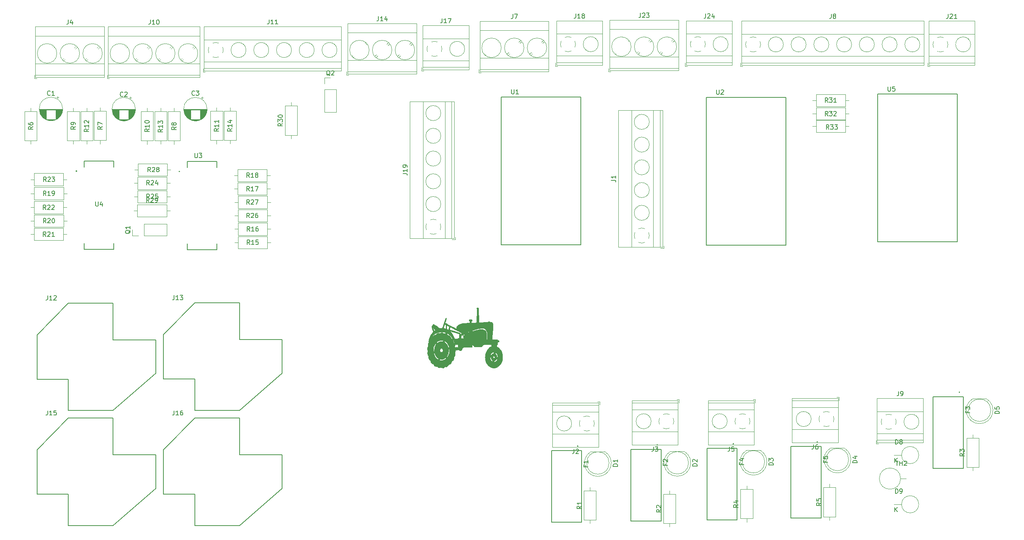
<source format=gbr>
%TF.GenerationSoftware,KiCad,Pcbnew,7.0.8*%
%TF.CreationDate,2024-04-24T16:06:16-06:00*%
%TF.ProjectId,Motherboard23-24,4d6f7468-6572-4626-9f61-726432332d32,rev?*%
%TF.SameCoordinates,Original*%
%TF.FileFunction,Legend,Top*%
%TF.FilePolarity,Positive*%
%FSLAX46Y46*%
G04 Gerber Fmt 4.6, Leading zero omitted, Abs format (unit mm)*
G04 Created by KiCad (PCBNEW 7.0.8) date 2024-04-24 16:06:16*
%MOMM*%
%LPD*%
G01*
G04 APERTURE LIST*
%ADD10C,0.150000*%
%ADD11C,0.120000*%
%ADD12C,0.127000*%
%ADD13C,0.200000*%
%ADD14C,0.010000*%
G04 APERTURE END LIST*
D10*
X40746666Y-21494819D02*
X40746666Y-22209104D01*
X40746666Y-22209104D02*
X40699047Y-22351961D01*
X40699047Y-22351961D02*
X40603809Y-22447200D01*
X40603809Y-22447200D02*
X40460952Y-22494819D01*
X40460952Y-22494819D02*
X40365714Y-22494819D01*
X41651428Y-21828152D02*
X41651428Y-22494819D01*
X41413333Y-21447200D02*
X41175238Y-22161485D01*
X41175238Y-22161485D02*
X41794285Y-22161485D01*
X209816009Y-120045833D02*
X209816009Y-120379166D01*
X210339819Y-120379166D02*
X209339819Y-120379166D01*
X209339819Y-120379166D02*
X209339819Y-119902976D01*
X209339819Y-119045833D02*
X209339819Y-119522023D01*
X209339819Y-119522023D02*
X209816009Y-119569642D01*
X209816009Y-119569642D02*
X209768390Y-119522023D01*
X209768390Y-119522023D02*
X209720771Y-119426785D01*
X209720771Y-119426785D02*
X209720771Y-119188690D01*
X209720771Y-119188690D02*
X209768390Y-119093452D01*
X209768390Y-119093452D02*
X209816009Y-119045833D01*
X209816009Y-119045833D02*
X209911247Y-118998214D01*
X209911247Y-118998214D02*
X210149342Y-118998214D01*
X210149342Y-118998214D02*
X210244580Y-119045833D01*
X210244580Y-119045833D02*
X210292200Y-119093452D01*
X210292200Y-119093452D02*
X210339819Y-119188690D01*
X210339819Y-119188690D02*
X210339819Y-119426785D01*
X210339819Y-119426785D02*
X210292200Y-119522023D01*
X210292200Y-119522023D02*
X210244580Y-119569642D01*
X171421666Y-116909819D02*
X171421666Y-117624104D01*
X171421666Y-117624104D02*
X171374047Y-117766961D01*
X171374047Y-117766961D02*
X171278809Y-117862200D01*
X171278809Y-117862200D02*
X171135952Y-117909819D01*
X171135952Y-117909819D02*
X171040714Y-117909819D01*
X171802619Y-116909819D02*
X172421666Y-116909819D01*
X172421666Y-116909819D02*
X172088333Y-117290771D01*
X172088333Y-117290771D02*
X172231190Y-117290771D01*
X172231190Y-117290771D02*
X172326428Y-117338390D01*
X172326428Y-117338390D02*
X172374047Y-117386009D01*
X172374047Y-117386009D02*
X172421666Y-117481247D01*
X172421666Y-117481247D02*
X172421666Y-117719342D01*
X172421666Y-117719342D02*
X172374047Y-117814580D01*
X172374047Y-117814580D02*
X172326428Y-117862200D01*
X172326428Y-117862200D02*
X172231190Y-117909819D01*
X172231190Y-117909819D02*
X171945476Y-117909819D01*
X171945476Y-117909819D02*
X171850238Y-117862200D01*
X171850238Y-117862200D02*
X171802619Y-117814580D01*
X124230476Y-21194819D02*
X124230476Y-21909104D01*
X124230476Y-21909104D02*
X124182857Y-22051961D01*
X124182857Y-22051961D02*
X124087619Y-22147200D01*
X124087619Y-22147200D02*
X123944762Y-22194819D01*
X123944762Y-22194819D02*
X123849524Y-22194819D01*
X125230476Y-22194819D02*
X124659048Y-22194819D01*
X124944762Y-22194819D02*
X124944762Y-21194819D01*
X124944762Y-21194819D02*
X124849524Y-21337676D01*
X124849524Y-21337676D02*
X124754286Y-21432914D01*
X124754286Y-21432914D02*
X124659048Y-21480533D01*
X125563810Y-21194819D02*
X126230476Y-21194819D01*
X126230476Y-21194819D02*
X125801905Y-22194819D01*
X36115476Y-108819819D02*
X36115476Y-109534104D01*
X36115476Y-109534104D02*
X36067857Y-109676961D01*
X36067857Y-109676961D02*
X35972619Y-109772200D01*
X35972619Y-109772200D02*
X35829762Y-109819819D01*
X35829762Y-109819819D02*
X35734524Y-109819819D01*
X37115476Y-109819819D02*
X36544048Y-109819819D01*
X36829762Y-109819819D02*
X36829762Y-108819819D01*
X36829762Y-108819819D02*
X36734524Y-108962676D01*
X36734524Y-108962676D02*
X36639286Y-109057914D01*
X36639286Y-109057914D02*
X36544048Y-109105533D01*
X38020238Y-108819819D02*
X37544048Y-108819819D01*
X37544048Y-108819819D02*
X37496429Y-109296009D01*
X37496429Y-109296009D02*
X37544048Y-109248390D01*
X37544048Y-109248390D02*
X37639286Y-109200771D01*
X37639286Y-109200771D02*
X37877381Y-109200771D01*
X37877381Y-109200771D02*
X37972619Y-109248390D01*
X37972619Y-109248390D02*
X38020238Y-109296009D01*
X38020238Y-109296009D02*
X38067857Y-109391247D01*
X38067857Y-109391247D02*
X38067857Y-109629342D01*
X38067857Y-109629342D02*
X38020238Y-109724580D01*
X38020238Y-109724580D02*
X37972619Y-109772200D01*
X37972619Y-109772200D02*
X37877381Y-109819819D01*
X37877381Y-109819819D02*
X37639286Y-109819819D01*
X37639286Y-109819819D02*
X37544048Y-109772200D01*
X37544048Y-109772200D02*
X37496429Y-109724580D01*
X64814819Y-45416666D02*
X64338628Y-45749999D01*
X64814819Y-45988094D02*
X63814819Y-45988094D01*
X63814819Y-45988094D02*
X63814819Y-45607142D01*
X63814819Y-45607142D02*
X63862438Y-45511904D01*
X63862438Y-45511904D02*
X63910057Y-45464285D01*
X63910057Y-45464285D02*
X64005295Y-45416666D01*
X64005295Y-45416666D02*
X64148152Y-45416666D01*
X64148152Y-45416666D02*
X64243390Y-45464285D01*
X64243390Y-45464285D02*
X64291009Y-45511904D01*
X64291009Y-45511904D02*
X64338628Y-45607142D01*
X64338628Y-45607142D02*
X64338628Y-45988094D01*
X64243390Y-44845237D02*
X64195771Y-44940475D01*
X64195771Y-44940475D02*
X64148152Y-44988094D01*
X64148152Y-44988094D02*
X64052914Y-45035713D01*
X64052914Y-45035713D02*
X64005295Y-45035713D01*
X64005295Y-45035713D02*
X63910057Y-44988094D01*
X63910057Y-44988094D02*
X63862438Y-44940475D01*
X63862438Y-44940475D02*
X63814819Y-44845237D01*
X63814819Y-44845237D02*
X63814819Y-44654761D01*
X63814819Y-44654761D02*
X63862438Y-44559523D01*
X63862438Y-44559523D02*
X63910057Y-44511904D01*
X63910057Y-44511904D02*
X64005295Y-44464285D01*
X64005295Y-44464285D02*
X64052914Y-44464285D01*
X64052914Y-44464285D02*
X64148152Y-44511904D01*
X64148152Y-44511904D02*
X64195771Y-44559523D01*
X64195771Y-44559523D02*
X64243390Y-44654761D01*
X64243390Y-44654761D02*
X64243390Y-44845237D01*
X64243390Y-44845237D02*
X64291009Y-44940475D01*
X64291009Y-44940475D02*
X64338628Y-44988094D01*
X64338628Y-44988094D02*
X64433866Y-45035713D01*
X64433866Y-45035713D02*
X64624342Y-45035713D01*
X64624342Y-45035713D02*
X64719580Y-44988094D01*
X64719580Y-44988094D02*
X64767200Y-44940475D01*
X64767200Y-44940475D02*
X64814819Y-44845237D01*
X64814819Y-44845237D02*
X64814819Y-44654761D01*
X64814819Y-44654761D02*
X64767200Y-44559523D01*
X64767200Y-44559523D02*
X64719580Y-44511904D01*
X64719580Y-44511904D02*
X64624342Y-44464285D01*
X64624342Y-44464285D02*
X64433866Y-44464285D01*
X64433866Y-44464285D02*
X64338628Y-44511904D01*
X64338628Y-44511904D02*
X64291009Y-44559523D01*
X64291009Y-44559523D02*
X64243390Y-44654761D01*
X81267142Y-68704819D02*
X80933809Y-68228628D01*
X80695714Y-68704819D02*
X80695714Y-67704819D01*
X80695714Y-67704819D02*
X81076666Y-67704819D01*
X81076666Y-67704819D02*
X81171904Y-67752438D01*
X81171904Y-67752438D02*
X81219523Y-67800057D01*
X81219523Y-67800057D02*
X81267142Y-67895295D01*
X81267142Y-67895295D02*
X81267142Y-68038152D01*
X81267142Y-68038152D02*
X81219523Y-68133390D01*
X81219523Y-68133390D02*
X81171904Y-68181009D01*
X81171904Y-68181009D02*
X81076666Y-68228628D01*
X81076666Y-68228628D02*
X80695714Y-68228628D01*
X82219523Y-68704819D02*
X81648095Y-68704819D01*
X81933809Y-68704819D02*
X81933809Y-67704819D01*
X81933809Y-67704819D02*
X81838571Y-67847676D01*
X81838571Y-67847676D02*
X81743333Y-67942914D01*
X81743333Y-67942914D02*
X81648095Y-67990533D01*
X83076666Y-67704819D02*
X82886190Y-67704819D01*
X82886190Y-67704819D02*
X82790952Y-67752438D01*
X82790952Y-67752438D02*
X82743333Y-67800057D01*
X82743333Y-67800057D02*
X82648095Y-67942914D01*
X82648095Y-67942914D02*
X82600476Y-68133390D01*
X82600476Y-68133390D02*
X82600476Y-68514342D01*
X82600476Y-68514342D02*
X82648095Y-68609580D01*
X82648095Y-68609580D02*
X82695714Y-68657200D01*
X82695714Y-68657200D02*
X82790952Y-68704819D01*
X82790952Y-68704819D02*
X82981428Y-68704819D01*
X82981428Y-68704819D02*
X83076666Y-68657200D01*
X83076666Y-68657200D02*
X83124285Y-68609580D01*
X83124285Y-68609580D02*
X83171904Y-68514342D01*
X83171904Y-68514342D02*
X83171904Y-68276247D01*
X83171904Y-68276247D02*
X83124285Y-68181009D01*
X83124285Y-68181009D02*
X83076666Y-68133390D01*
X83076666Y-68133390D02*
X82981428Y-68085771D01*
X82981428Y-68085771D02*
X82790952Y-68085771D01*
X82790952Y-68085771D02*
X82695714Y-68133390D01*
X82695714Y-68133390D02*
X82648095Y-68181009D01*
X82648095Y-68181009D02*
X82600476Y-68276247D01*
X35717142Y-63874819D02*
X35383809Y-63398628D01*
X35145714Y-63874819D02*
X35145714Y-62874819D01*
X35145714Y-62874819D02*
X35526666Y-62874819D01*
X35526666Y-62874819D02*
X35621904Y-62922438D01*
X35621904Y-62922438D02*
X35669523Y-62970057D01*
X35669523Y-62970057D02*
X35717142Y-63065295D01*
X35717142Y-63065295D02*
X35717142Y-63208152D01*
X35717142Y-63208152D02*
X35669523Y-63303390D01*
X35669523Y-63303390D02*
X35621904Y-63351009D01*
X35621904Y-63351009D02*
X35526666Y-63398628D01*
X35526666Y-63398628D02*
X35145714Y-63398628D01*
X36098095Y-62970057D02*
X36145714Y-62922438D01*
X36145714Y-62922438D02*
X36240952Y-62874819D01*
X36240952Y-62874819D02*
X36479047Y-62874819D01*
X36479047Y-62874819D02*
X36574285Y-62922438D01*
X36574285Y-62922438D02*
X36621904Y-62970057D01*
X36621904Y-62970057D02*
X36669523Y-63065295D01*
X36669523Y-63065295D02*
X36669523Y-63160533D01*
X36669523Y-63160533D02*
X36621904Y-63303390D01*
X36621904Y-63303390D02*
X36050476Y-63874819D01*
X36050476Y-63874819D02*
X36669523Y-63874819D01*
X37050476Y-62970057D02*
X37098095Y-62922438D01*
X37098095Y-62922438D02*
X37193333Y-62874819D01*
X37193333Y-62874819D02*
X37431428Y-62874819D01*
X37431428Y-62874819D02*
X37526666Y-62922438D01*
X37526666Y-62922438D02*
X37574285Y-62970057D01*
X37574285Y-62970057D02*
X37621904Y-63065295D01*
X37621904Y-63065295D02*
X37621904Y-63160533D01*
X37621904Y-63160533D02*
X37574285Y-63303390D01*
X37574285Y-63303390D02*
X37002857Y-63874819D01*
X37002857Y-63874819D02*
X37621904Y-63874819D01*
X183065476Y-20144819D02*
X183065476Y-20859104D01*
X183065476Y-20859104D02*
X183017857Y-21001961D01*
X183017857Y-21001961D02*
X182922619Y-21097200D01*
X182922619Y-21097200D02*
X182779762Y-21144819D01*
X182779762Y-21144819D02*
X182684524Y-21144819D01*
X183494048Y-20240057D02*
X183541667Y-20192438D01*
X183541667Y-20192438D02*
X183636905Y-20144819D01*
X183636905Y-20144819D02*
X183875000Y-20144819D01*
X183875000Y-20144819D02*
X183970238Y-20192438D01*
X183970238Y-20192438D02*
X184017857Y-20240057D01*
X184017857Y-20240057D02*
X184065476Y-20335295D01*
X184065476Y-20335295D02*
X184065476Y-20430533D01*
X184065476Y-20430533D02*
X184017857Y-20573390D01*
X184017857Y-20573390D02*
X183446429Y-21144819D01*
X183446429Y-21144819D02*
X184065476Y-21144819D01*
X184922619Y-20478152D02*
X184922619Y-21144819D01*
X184684524Y-20097200D02*
X184446429Y-20811485D01*
X184446429Y-20811485D02*
X185065476Y-20811485D01*
X58797142Y-62254819D02*
X58463809Y-61778628D01*
X58225714Y-62254819D02*
X58225714Y-61254819D01*
X58225714Y-61254819D02*
X58606666Y-61254819D01*
X58606666Y-61254819D02*
X58701904Y-61302438D01*
X58701904Y-61302438D02*
X58749523Y-61350057D01*
X58749523Y-61350057D02*
X58797142Y-61445295D01*
X58797142Y-61445295D02*
X58797142Y-61588152D01*
X58797142Y-61588152D02*
X58749523Y-61683390D01*
X58749523Y-61683390D02*
X58701904Y-61731009D01*
X58701904Y-61731009D02*
X58606666Y-61778628D01*
X58606666Y-61778628D02*
X58225714Y-61778628D01*
X59178095Y-61350057D02*
X59225714Y-61302438D01*
X59225714Y-61302438D02*
X59320952Y-61254819D01*
X59320952Y-61254819D02*
X59559047Y-61254819D01*
X59559047Y-61254819D02*
X59654285Y-61302438D01*
X59654285Y-61302438D02*
X59701904Y-61350057D01*
X59701904Y-61350057D02*
X59749523Y-61445295D01*
X59749523Y-61445295D02*
X59749523Y-61540533D01*
X59749523Y-61540533D02*
X59701904Y-61683390D01*
X59701904Y-61683390D02*
X59130476Y-62254819D01*
X59130476Y-62254819D02*
X59749523Y-62254819D01*
X60225714Y-62254819D02*
X60416190Y-62254819D01*
X60416190Y-62254819D02*
X60511428Y-62207200D01*
X60511428Y-62207200D02*
X60559047Y-62159580D01*
X60559047Y-62159580D02*
X60654285Y-62016723D01*
X60654285Y-62016723D02*
X60701904Y-61826247D01*
X60701904Y-61826247D02*
X60701904Y-61445295D01*
X60701904Y-61445295D02*
X60654285Y-61350057D01*
X60654285Y-61350057D02*
X60606666Y-61302438D01*
X60606666Y-61302438D02*
X60511428Y-61254819D01*
X60511428Y-61254819D02*
X60320952Y-61254819D01*
X60320952Y-61254819D02*
X60225714Y-61302438D01*
X60225714Y-61302438D02*
X60178095Y-61350057D01*
X60178095Y-61350057D02*
X60130476Y-61445295D01*
X60130476Y-61445295D02*
X60130476Y-61683390D01*
X60130476Y-61683390D02*
X60178095Y-61778628D01*
X60178095Y-61778628D02*
X60225714Y-61826247D01*
X60225714Y-61826247D02*
X60320952Y-61873866D01*
X60320952Y-61873866D02*
X60511428Y-61873866D01*
X60511428Y-61873866D02*
X60606666Y-61826247D01*
X60606666Y-61826247D02*
X60654285Y-61778628D01*
X60654285Y-61778628D02*
X60701904Y-61683390D01*
X237230476Y-20194819D02*
X237230476Y-20909104D01*
X237230476Y-20909104D02*
X237182857Y-21051961D01*
X237182857Y-21051961D02*
X237087619Y-21147200D01*
X237087619Y-21147200D02*
X236944762Y-21194819D01*
X236944762Y-21194819D02*
X236849524Y-21194819D01*
X237659048Y-20290057D02*
X237706667Y-20242438D01*
X237706667Y-20242438D02*
X237801905Y-20194819D01*
X237801905Y-20194819D02*
X238040000Y-20194819D01*
X238040000Y-20194819D02*
X238135238Y-20242438D01*
X238135238Y-20242438D02*
X238182857Y-20290057D01*
X238182857Y-20290057D02*
X238230476Y-20385295D01*
X238230476Y-20385295D02*
X238230476Y-20480533D01*
X238230476Y-20480533D02*
X238182857Y-20623390D01*
X238182857Y-20623390D02*
X237611429Y-21194819D01*
X237611429Y-21194819D02*
X238230476Y-21194819D01*
X239182857Y-21194819D02*
X238611429Y-21194819D01*
X238897143Y-21194819D02*
X238897143Y-20194819D01*
X238897143Y-20194819D02*
X238801905Y-20337676D01*
X238801905Y-20337676D02*
X238706667Y-20432914D01*
X238706667Y-20432914D02*
X238611429Y-20480533D01*
X59060476Y-21494819D02*
X59060476Y-22209104D01*
X59060476Y-22209104D02*
X59012857Y-22351961D01*
X59012857Y-22351961D02*
X58917619Y-22447200D01*
X58917619Y-22447200D02*
X58774762Y-22494819D01*
X58774762Y-22494819D02*
X58679524Y-22494819D01*
X60060476Y-22494819D02*
X59489048Y-22494819D01*
X59774762Y-22494819D02*
X59774762Y-21494819D01*
X59774762Y-21494819D02*
X59679524Y-21637676D01*
X59679524Y-21637676D02*
X59584286Y-21732914D01*
X59584286Y-21732914D02*
X59489048Y-21780533D01*
X60679524Y-21494819D02*
X60774762Y-21494819D01*
X60774762Y-21494819D02*
X60870000Y-21542438D01*
X60870000Y-21542438D02*
X60917619Y-21590057D01*
X60917619Y-21590057D02*
X60965238Y-21685295D01*
X60965238Y-21685295D02*
X61012857Y-21875771D01*
X61012857Y-21875771D02*
X61012857Y-22113866D01*
X61012857Y-22113866D02*
X60965238Y-22304342D01*
X60965238Y-22304342D02*
X60917619Y-22399580D01*
X60917619Y-22399580D02*
X60870000Y-22447200D01*
X60870000Y-22447200D02*
X60774762Y-22494819D01*
X60774762Y-22494819D02*
X60679524Y-22494819D01*
X60679524Y-22494819D02*
X60584286Y-22447200D01*
X60584286Y-22447200D02*
X60536667Y-22399580D01*
X60536667Y-22399580D02*
X60489048Y-22304342D01*
X60489048Y-22304342D02*
X60441429Y-22113866D01*
X60441429Y-22113866D02*
X60441429Y-21875771D01*
X60441429Y-21875771D02*
X60489048Y-21685295D01*
X60489048Y-21685295D02*
X60536667Y-21590057D01*
X60536667Y-21590057D02*
X60584286Y-21542438D01*
X60584286Y-21542438D02*
X60679524Y-21494819D01*
X64365476Y-108819819D02*
X64365476Y-109534104D01*
X64365476Y-109534104D02*
X64317857Y-109676961D01*
X64317857Y-109676961D02*
X64222619Y-109772200D01*
X64222619Y-109772200D02*
X64079762Y-109819819D01*
X64079762Y-109819819D02*
X63984524Y-109819819D01*
X65365476Y-109819819D02*
X64794048Y-109819819D01*
X65079762Y-109819819D02*
X65079762Y-108819819D01*
X65079762Y-108819819D02*
X64984524Y-108962676D01*
X64984524Y-108962676D02*
X64889286Y-109057914D01*
X64889286Y-109057914D02*
X64794048Y-109105533D01*
X66222619Y-108819819D02*
X66032143Y-108819819D01*
X66032143Y-108819819D02*
X65936905Y-108867438D01*
X65936905Y-108867438D02*
X65889286Y-108915057D01*
X65889286Y-108915057D02*
X65794048Y-109057914D01*
X65794048Y-109057914D02*
X65746429Y-109248390D01*
X65746429Y-109248390D02*
X65746429Y-109629342D01*
X65746429Y-109629342D02*
X65794048Y-109724580D01*
X65794048Y-109724580D02*
X65841667Y-109772200D01*
X65841667Y-109772200D02*
X65936905Y-109819819D01*
X65936905Y-109819819D02*
X66127381Y-109819819D01*
X66127381Y-109819819D02*
X66222619Y-109772200D01*
X66222619Y-109772200D02*
X66270238Y-109724580D01*
X66270238Y-109724580D02*
X66317857Y-109629342D01*
X66317857Y-109629342D02*
X66317857Y-109391247D01*
X66317857Y-109391247D02*
X66270238Y-109296009D01*
X66270238Y-109296009D02*
X66222619Y-109248390D01*
X66222619Y-109248390D02*
X66127381Y-109200771D01*
X66127381Y-109200771D02*
X65936905Y-109200771D01*
X65936905Y-109200771D02*
X65841667Y-109248390D01*
X65841667Y-109248390D02*
X65794048Y-109296009D01*
X65794048Y-109296009D02*
X65746429Y-109391247D01*
X59107142Y-55454819D02*
X58773809Y-54978628D01*
X58535714Y-55454819D02*
X58535714Y-54454819D01*
X58535714Y-54454819D02*
X58916666Y-54454819D01*
X58916666Y-54454819D02*
X59011904Y-54502438D01*
X59011904Y-54502438D02*
X59059523Y-54550057D01*
X59059523Y-54550057D02*
X59107142Y-54645295D01*
X59107142Y-54645295D02*
X59107142Y-54788152D01*
X59107142Y-54788152D02*
X59059523Y-54883390D01*
X59059523Y-54883390D02*
X59011904Y-54931009D01*
X59011904Y-54931009D02*
X58916666Y-54978628D01*
X58916666Y-54978628D02*
X58535714Y-54978628D01*
X59488095Y-54550057D02*
X59535714Y-54502438D01*
X59535714Y-54502438D02*
X59630952Y-54454819D01*
X59630952Y-54454819D02*
X59869047Y-54454819D01*
X59869047Y-54454819D02*
X59964285Y-54502438D01*
X59964285Y-54502438D02*
X60011904Y-54550057D01*
X60011904Y-54550057D02*
X60059523Y-54645295D01*
X60059523Y-54645295D02*
X60059523Y-54740533D01*
X60059523Y-54740533D02*
X60011904Y-54883390D01*
X60011904Y-54883390D02*
X59440476Y-55454819D01*
X59440476Y-55454819D02*
X60059523Y-55454819D01*
X60630952Y-54883390D02*
X60535714Y-54835771D01*
X60535714Y-54835771D02*
X60488095Y-54788152D01*
X60488095Y-54788152D02*
X60440476Y-54692914D01*
X60440476Y-54692914D02*
X60440476Y-54645295D01*
X60440476Y-54645295D02*
X60488095Y-54550057D01*
X60488095Y-54550057D02*
X60535714Y-54502438D01*
X60535714Y-54502438D02*
X60630952Y-54454819D01*
X60630952Y-54454819D02*
X60821428Y-54454819D01*
X60821428Y-54454819D02*
X60916666Y-54502438D01*
X60916666Y-54502438D02*
X60964285Y-54550057D01*
X60964285Y-54550057D02*
X61011904Y-54645295D01*
X61011904Y-54645295D02*
X61011904Y-54692914D01*
X61011904Y-54692914D02*
X60964285Y-54788152D01*
X60964285Y-54788152D02*
X60916666Y-54835771D01*
X60916666Y-54835771D02*
X60821428Y-54883390D01*
X60821428Y-54883390D02*
X60630952Y-54883390D01*
X60630952Y-54883390D02*
X60535714Y-54931009D01*
X60535714Y-54931009D02*
X60488095Y-54978628D01*
X60488095Y-54978628D02*
X60440476Y-55073866D01*
X60440476Y-55073866D02*
X60440476Y-55264342D01*
X60440476Y-55264342D02*
X60488095Y-55359580D01*
X60488095Y-55359580D02*
X60535714Y-55407200D01*
X60535714Y-55407200D02*
X60630952Y-55454819D01*
X60630952Y-55454819D02*
X60821428Y-55454819D01*
X60821428Y-55454819D02*
X60916666Y-55407200D01*
X60916666Y-55407200D02*
X60964285Y-55359580D01*
X60964285Y-55359580D02*
X61011904Y-55264342D01*
X61011904Y-55264342D02*
X61011904Y-55073866D01*
X61011904Y-55073866D02*
X60964285Y-54978628D01*
X60964285Y-54978628D02*
X60916666Y-54931009D01*
X60916666Y-54931009D02*
X60821428Y-54883390D01*
X153671666Y-117409819D02*
X153671666Y-118124104D01*
X153671666Y-118124104D02*
X153624047Y-118266961D01*
X153624047Y-118266961D02*
X153528809Y-118362200D01*
X153528809Y-118362200D02*
X153385952Y-118409819D01*
X153385952Y-118409819D02*
X153290714Y-118409819D01*
X154100238Y-117505057D02*
X154147857Y-117457438D01*
X154147857Y-117457438D02*
X154243095Y-117409819D01*
X154243095Y-117409819D02*
X154481190Y-117409819D01*
X154481190Y-117409819D02*
X154576428Y-117457438D01*
X154576428Y-117457438D02*
X154624047Y-117505057D01*
X154624047Y-117505057D02*
X154671666Y-117600295D01*
X154671666Y-117600295D02*
X154671666Y-117695533D01*
X154671666Y-117695533D02*
X154624047Y-117838390D01*
X154624047Y-117838390D02*
X154052619Y-118409819D01*
X154052619Y-118409819D02*
X154671666Y-118409819D01*
X115444819Y-55849523D02*
X116159104Y-55849523D01*
X116159104Y-55849523D02*
X116301961Y-55897142D01*
X116301961Y-55897142D02*
X116397200Y-55992380D01*
X116397200Y-55992380D02*
X116444819Y-56135237D01*
X116444819Y-56135237D02*
X116444819Y-56230475D01*
X116444819Y-54849523D02*
X116444819Y-55420951D01*
X116444819Y-55135237D02*
X115444819Y-55135237D01*
X115444819Y-55135237D02*
X115587676Y-55230475D01*
X115587676Y-55230475D02*
X115682914Y-55325713D01*
X115682914Y-55325713D02*
X115730533Y-55420951D01*
X116444819Y-54373332D02*
X116444819Y-54182856D01*
X116444819Y-54182856D02*
X116397200Y-54087618D01*
X116397200Y-54087618D02*
X116349580Y-54039999D01*
X116349580Y-54039999D02*
X116206723Y-53944761D01*
X116206723Y-53944761D02*
X116016247Y-53897142D01*
X116016247Y-53897142D02*
X115635295Y-53897142D01*
X115635295Y-53897142D02*
X115540057Y-53944761D01*
X115540057Y-53944761D02*
X115492438Y-53992380D01*
X115492438Y-53992380D02*
X115444819Y-54087618D01*
X115444819Y-54087618D02*
X115444819Y-54278094D01*
X115444819Y-54278094D02*
X115492438Y-54373332D01*
X115492438Y-54373332D02*
X115540057Y-54420951D01*
X115540057Y-54420951D02*
X115635295Y-54468570D01*
X115635295Y-54468570D02*
X115873390Y-54468570D01*
X115873390Y-54468570D02*
X115968628Y-54420951D01*
X115968628Y-54420951D02*
X116016247Y-54373332D01*
X116016247Y-54373332D02*
X116063866Y-54278094D01*
X116063866Y-54278094D02*
X116063866Y-54087618D01*
X116063866Y-54087618D02*
X116016247Y-53992380D01*
X116016247Y-53992380D02*
X115968628Y-53944761D01*
X115968628Y-53944761D02*
X115873390Y-53897142D01*
X36693333Y-38279580D02*
X36645714Y-38327200D01*
X36645714Y-38327200D02*
X36502857Y-38374819D01*
X36502857Y-38374819D02*
X36407619Y-38374819D01*
X36407619Y-38374819D02*
X36264762Y-38327200D01*
X36264762Y-38327200D02*
X36169524Y-38231961D01*
X36169524Y-38231961D02*
X36121905Y-38136723D01*
X36121905Y-38136723D02*
X36074286Y-37946247D01*
X36074286Y-37946247D02*
X36074286Y-37803390D01*
X36074286Y-37803390D02*
X36121905Y-37612914D01*
X36121905Y-37612914D02*
X36169524Y-37517676D01*
X36169524Y-37517676D02*
X36264762Y-37422438D01*
X36264762Y-37422438D02*
X36407619Y-37374819D01*
X36407619Y-37374819D02*
X36502857Y-37374819D01*
X36502857Y-37374819D02*
X36645714Y-37422438D01*
X36645714Y-37422438D02*
X36693333Y-37470057D01*
X37645714Y-38374819D02*
X37074286Y-38374819D01*
X37360000Y-38374819D02*
X37360000Y-37374819D01*
X37360000Y-37374819D02*
X37264762Y-37517676D01*
X37264762Y-37517676D02*
X37169524Y-37612914D01*
X37169524Y-37612914D02*
X37074286Y-37660533D01*
X156316009Y-121008333D02*
X156316009Y-121341666D01*
X156839819Y-121341666D02*
X155839819Y-121341666D01*
X155839819Y-121341666D02*
X155839819Y-120865476D01*
X156839819Y-119960714D02*
X156839819Y-120532142D01*
X156839819Y-120246428D02*
X155839819Y-120246428D01*
X155839819Y-120246428D02*
X155982676Y-120341666D01*
X155982676Y-120341666D02*
X156077914Y-120436904D01*
X156077914Y-120436904D02*
X156125533Y-120532142D01*
X174066009Y-120720833D02*
X174066009Y-121054166D01*
X174589819Y-121054166D02*
X173589819Y-121054166D01*
X173589819Y-121054166D02*
X173589819Y-120577976D01*
X173685057Y-120244642D02*
X173637438Y-120197023D01*
X173637438Y-120197023D02*
X173589819Y-120101785D01*
X173589819Y-120101785D02*
X173589819Y-119863690D01*
X173589819Y-119863690D02*
X173637438Y-119768452D01*
X173637438Y-119768452D02*
X173685057Y-119720833D01*
X173685057Y-119720833D02*
X173780295Y-119673214D01*
X173780295Y-119673214D02*
X173875533Y-119673214D01*
X173875533Y-119673214D02*
X174018390Y-119720833D01*
X174018390Y-119720833D02*
X174589819Y-120292261D01*
X174589819Y-120292261D02*
X174589819Y-119673214D01*
X161999819Y-57333333D02*
X162714104Y-57333333D01*
X162714104Y-57333333D02*
X162856961Y-57380952D01*
X162856961Y-57380952D02*
X162952200Y-57476190D01*
X162952200Y-57476190D02*
X162999819Y-57619047D01*
X162999819Y-57619047D02*
X162999819Y-57714285D01*
X162999819Y-56333333D02*
X162999819Y-56904761D01*
X162999819Y-56619047D02*
X161999819Y-56619047D01*
X161999819Y-56619047D02*
X162142676Y-56714285D01*
X162142676Y-56714285D02*
X162237914Y-56809523D01*
X162237914Y-56809523D02*
X162285533Y-56904761D01*
X211116666Y-20194819D02*
X211116666Y-20909104D01*
X211116666Y-20909104D02*
X211069047Y-21051961D01*
X211069047Y-21051961D02*
X210973809Y-21147200D01*
X210973809Y-21147200D02*
X210830952Y-21194819D01*
X210830952Y-21194819D02*
X210735714Y-21194819D01*
X211735714Y-20623390D02*
X211640476Y-20575771D01*
X211640476Y-20575771D02*
X211592857Y-20528152D01*
X211592857Y-20528152D02*
X211545238Y-20432914D01*
X211545238Y-20432914D02*
X211545238Y-20385295D01*
X211545238Y-20385295D02*
X211592857Y-20290057D01*
X211592857Y-20290057D02*
X211640476Y-20242438D01*
X211640476Y-20242438D02*
X211735714Y-20194819D01*
X211735714Y-20194819D02*
X211926190Y-20194819D01*
X211926190Y-20194819D02*
X212021428Y-20242438D01*
X212021428Y-20242438D02*
X212069047Y-20290057D01*
X212069047Y-20290057D02*
X212116666Y-20385295D01*
X212116666Y-20385295D02*
X212116666Y-20432914D01*
X212116666Y-20432914D02*
X212069047Y-20528152D01*
X212069047Y-20528152D02*
X212021428Y-20575771D01*
X212021428Y-20575771D02*
X211926190Y-20623390D01*
X211926190Y-20623390D02*
X211735714Y-20623390D01*
X211735714Y-20623390D02*
X211640476Y-20671009D01*
X211640476Y-20671009D02*
X211592857Y-20718628D01*
X211592857Y-20718628D02*
X211545238Y-20813866D01*
X211545238Y-20813866D02*
X211545238Y-21004342D01*
X211545238Y-21004342D02*
X211592857Y-21099580D01*
X211592857Y-21099580D02*
X211640476Y-21147200D01*
X211640476Y-21147200D02*
X211735714Y-21194819D01*
X211735714Y-21194819D02*
X211926190Y-21194819D01*
X211926190Y-21194819D02*
X212021428Y-21147200D01*
X212021428Y-21147200D02*
X212069047Y-21099580D01*
X212069047Y-21099580D02*
X212116666Y-21004342D01*
X212116666Y-21004342D02*
X212116666Y-20813866D01*
X212116666Y-20813866D02*
X212069047Y-20718628D01*
X212069047Y-20718628D02*
X212021428Y-20671009D01*
X212021428Y-20671009D02*
X211926190Y-20623390D01*
X223783095Y-36439819D02*
X223783095Y-37249342D01*
X223783095Y-37249342D02*
X223830714Y-37344580D01*
X223830714Y-37344580D02*
X223878333Y-37392200D01*
X223878333Y-37392200D02*
X223973571Y-37439819D01*
X223973571Y-37439819D02*
X224164047Y-37439819D01*
X224164047Y-37439819D02*
X224259285Y-37392200D01*
X224259285Y-37392200D02*
X224306904Y-37344580D01*
X224306904Y-37344580D02*
X224354523Y-37249342D01*
X224354523Y-37249342D02*
X224354523Y-36439819D01*
X225306904Y-36439819D02*
X224830714Y-36439819D01*
X224830714Y-36439819D02*
X224783095Y-36916009D01*
X224783095Y-36916009D02*
X224830714Y-36868390D01*
X224830714Y-36868390D02*
X224925952Y-36820771D01*
X224925952Y-36820771D02*
X225164047Y-36820771D01*
X225164047Y-36820771D02*
X225259285Y-36868390D01*
X225259285Y-36868390D02*
X225306904Y-36916009D01*
X225306904Y-36916009D02*
X225354523Y-37011247D01*
X225354523Y-37011247D02*
X225354523Y-37249342D01*
X225354523Y-37249342D02*
X225306904Y-37344580D01*
X225306904Y-37344580D02*
X225259285Y-37392200D01*
X225259285Y-37392200D02*
X225164047Y-37439819D01*
X225164047Y-37439819D02*
X224925952Y-37439819D01*
X224925952Y-37439819D02*
X224830714Y-37392200D01*
X224830714Y-37392200D02*
X224783095Y-37344580D01*
X61814819Y-45962857D02*
X61338628Y-46296190D01*
X61814819Y-46534285D02*
X60814819Y-46534285D01*
X60814819Y-46534285D02*
X60814819Y-46153333D01*
X60814819Y-46153333D02*
X60862438Y-46058095D01*
X60862438Y-46058095D02*
X60910057Y-46010476D01*
X60910057Y-46010476D02*
X61005295Y-45962857D01*
X61005295Y-45962857D02*
X61148152Y-45962857D01*
X61148152Y-45962857D02*
X61243390Y-46010476D01*
X61243390Y-46010476D02*
X61291009Y-46058095D01*
X61291009Y-46058095D02*
X61338628Y-46153333D01*
X61338628Y-46153333D02*
X61338628Y-46534285D01*
X61814819Y-45010476D02*
X61814819Y-45581904D01*
X61814819Y-45296190D02*
X60814819Y-45296190D01*
X60814819Y-45296190D02*
X60957676Y-45391428D01*
X60957676Y-45391428D02*
X61052914Y-45486666D01*
X61052914Y-45486666D02*
X61100533Y-45581904D01*
X60814819Y-44677142D02*
X60814819Y-44058095D01*
X60814819Y-44058095D02*
X61195771Y-44391428D01*
X61195771Y-44391428D02*
X61195771Y-44248571D01*
X61195771Y-44248571D02*
X61243390Y-44153333D01*
X61243390Y-44153333D02*
X61291009Y-44105714D01*
X61291009Y-44105714D02*
X61386247Y-44058095D01*
X61386247Y-44058095D02*
X61624342Y-44058095D01*
X61624342Y-44058095D02*
X61719580Y-44105714D01*
X61719580Y-44105714D02*
X61767200Y-44153333D01*
X61767200Y-44153333D02*
X61814819Y-44248571D01*
X61814819Y-44248571D02*
X61814819Y-44534285D01*
X61814819Y-44534285D02*
X61767200Y-44629523D01*
X61767200Y-44629523D02*
X61719580Y-44677142D01*
X81267142Y-71704819D02*
X80933809Y-71228628D01*
X80695714Y-71704819D02*
X80695714Y-70704819D01*
X80695714Y-70704819D02*
X81076666Y-70704819D01*
X81076666Y-70704819D02*
X81171904Y-70752438D01*
X81171904Y-70752438D02*
X81219523Y-70800057D01*
X81219523Y-70800057D02*
X81267142Y-70895295D01*
X81267142Y-70895295D02*
X81267142Y-71038152D01*
X81267142Y-71038152D02*
X81219523Y-71133390D01*
X81219523Y-71133390D02*
X81171904Y-71181009D01*
X81171904Y-71181009D02*
X81076666Y-71228628D01*
X81076666Y-71228628D02*
X80695714Y-71228628D01*
X82219523Y-71704819D02*
X81648095Y-71704819D01*
X81933809Y-71704819D02*
X81933809Y-70704819D01*
X81933809Y-70704819D02*
X81838571Y-70847676D01*
X81838571Y-70847676D02*
X81743333Y-70942914D01*
X81743333Y-70942914D02*
X81648095Y-70990533D01*
X83124285Y-70704819D02*
X82648095Y-70704819D01*
X82648095Y-70704819D02*
X82600476Y-71181009D01*
X82600476Y-71181009D02*
X82648095Y-71133390D01*
X82648095Y-71133390D02*
X82743333Y-71085771D01*
X82743333Y-71085771D02*
X82981428Y-71085771D01*
X82981428Y-71085771D02*
X83076666Y-71133390D01*
X83076666Y-71133390D02*
X83124285Y-71181009D01*
X83124285Y-71181009D02*
X83171904Y-71276247D01*
X83171904Y-71276247D02*
X83171904Y-71514342D01*
X83171904Y-71514342D02*
X83124285Y-71609580D01*
X83124285Y-71609580D02*
X83076666Y-71657200D01*
X83076666Y-71657200D02*
X82981428Y-71704819D01*
X82981428Y-71704819D02*
X82743333Y-71704819D01*
X82743333Y-71704819D02*
X82648095Y-71657200D01*
X82648095Y-71657200D02*
X82600476Y-71609580D01*
X48314819Y-45336666D02*
X47838628Y-45669999D01*
X48314819Y-45908094D02*
X47314819Y-45908094D01*
X47314819Y-45908094D02*
X47314819Y-45527142D01*
X47314819Y-45527142D02*
X47362438Y-45431904D01*
X47362438Y-45431904D02*
X47410057Y-45384285D01*
X47410057Y-45384285D02*
X47505295Y-45336666D01*
X47505295Y-45336666D02*
X47648152Y-45336666D01*
X47648152Y-45336666D02*
X47743390Y-45384285D01*
X47743390Y-45384285D02*
X47791009Y-45431904D01*
X47791009Y-45431904D02*
X47838628Y-45527142D01*
X47838628Y-45527142D02*
X47838628Y-45908094D01*
X47314819Y-45003332D02*
X47314819Y-44336666D01*
X47314819Y-44336666D02*
X48314819Y-44765237D01*
X207171666Y-116409819D02*
X207171666Y-117124104D01*
X207171666Y-117124104D02*
X207124047Y-117266961D01*
X207124047Y-117266961D02*
X207028809Y-117362200D01*
X207028809Y-117362200D02*
X206885952Y-117409819D01*
X206885952Y-117409819D02*
X206790714Y-117409819D01*
X208076428Y-116409819D02*
X207885952Y-116409819D01*
X207885952Y-116409819D02*
X207790714Y-116457438D01*
X207790714Y-116457438D02*
X207743095Y-116505057D01*
X207743095Y-116505057D02*
X207647857Y-116647914D01*
X207647857Y-116647914D02*
X207600238Y-116838390D01*
X207600238Y-116838390D02*
X207600238Y-117219342D01*
X207600238Y-117219342D02*
X207647857Y-117314580D01*
X207647857Y-117314580D02*
X207695476Y-117362200D01*
X207695476Y-117362200D02*
X207790714Y-117409819D01*
X207790714Y-117409819D02*
X207981190Y-117409819D01*
X207981190Y-117409819D02*
X208076428Y-117362200D01*
X208076428Y-117362200D02*
X208124047Y-117314580D01*
X208124047Y-117314580D02*
X208171666Y-117219342D01*
X208171666Y-117219342D02*
X208171666Y-116981247D01*
X208171666Y-116981247D02*
X208124047Y-116886009D01*
X208124047Y-116886009D02*
X208076428Y-116838390D01*
X208076428Y-116838390D02*
X207981190Y-116790771D01*
X207981190Y-116790771D02*
X207790714Y-116790771D01*
X207790714Y-116790771D02*
X207695476Y-116838390D01*
X207695476Y-116838390D02*
X207647857Y-116886009D01*
X207647857Y-116886009D02*
X207600238Y-116981247D01*
X155334819Y-130166666D02*
X154858628Y-130499999D01*
X155334819Y-130738094D02*
X154334819Y-130738094D01*
X154334819Y-130738094D02*
X154334819Y-130357142D01*
X154334819Y-130357142D02*
X154382438Y-130261904D01*
X154382438Y-130261904D02*
X154430057Y-130214285D01*
X154430057Y-130214285D02*
X154525295Y-130166666D01*
X154525295Y-130166666D02*
X154668152Y-130166666D01*
X154668152Y-130166666D02*
X154763390Y-130214285D01*
X154763390Y-130214285D02*
X154811009Y-130261904D01*
X154811009Y-130261904D02*
X154858628Y-130357142D01*
X154858628Y-130357142D02*
X154858628Y-130738094D01*
X155334819Y-129214285D02*
X155334819Y-129785713D01*
X155334819Y-129499999D02*
X154334819Y-129499999D01*
X154334819Y-129499999D02*
X154477676Y-129595237D01*
X154477676Y-129595237D02*
X154572914Y-129690475D01*
X154572914Y-129690475D02*
X154620533Y-129785713D01*
X35797142Y-57624819D02*
X35463809Y-57148628D01*
X35225714Y-57624819D02*
X35225714Y-56624819D01*
X35225714Y-56624819D02*
X35606666Y-56624819D01*
X35606666Y-56624819D02*
X35701904Y-56672438D01*
X35701904Y-56672438D02*
X35749523Y-56720057D01*
X35749523Y-56720057D02*
X35797142Y-56815295D01*
X35797142Y-56815295D02*
X35797142Y-56958152D01*
X35797142Y-56958152D02*
X35749523Y-57053390D01*
X35749523Y-57053390D02*
X35701904Y-57101009D01*
X35701904Y-57101009D02*
X35606666Y-57148628D01*
X35606666Y-57148628D02*
X35225714Y-57148628D01*
X36178095Y-56720057D02*
X36225714Y-56672438D01*
X36225714Y-56672438D02*
X36320952Y-56624819D01*
X36320952Y-56624819D02*
X36559047Y-56624819D01*
X36559047Y-56624819D02*
X36654285Y-56672438D01*
X36654285Y-56672438D02*
X36701904Y-56720057D01*
X36701904Y-56720057D02*
X36749523Y-56815295D01*
X36749523Y-56815295D02*
X36749523Y-56910533D01*
X36749523Y-56910533D02*
X36701904Y-57053390D01*
X36701904Y-57053390D02*
X36130476Y-57624819D01*
X36130476Y-57624819D02*
X36749523Y-57624819D01*
X37082857Y-56624819D02*
X37701904Y-56624819D01*
X37701904Y-56624819D02*
X37368571Y-57005771D01*
X37368571Y-57005771D02*
X37511428Y-57005771D01*
X37511428Y-57005771D02*
X37606666Y-57053390D01*
X37606666Y-57053390D02*
X37654285Y-57101009D01*
X37654285Y-57101009D02*
X37701904Y-57196247D01*
X37701904Y-57196247D02*
X37701904Y-57434342D01*
X37701904Y-57434342D02*
X37654285Y-57529580D01*
X37654285Y-57529580D02*
X37606666Y-57577200D01*
X37606666Y-57577200D02*
X37511428Y-57624819D01*
X37511428Y-57624819D02*
X37225714Y-57624819D01*
X37225714Y-57624819D02*
X37130476Y-57577200D01*
X37130476Y-57577200D02*
X37082857Y-57529580D01*
X81187142Y-62704819D02*
X80853809Y-62228628D01*
X80615714Y-62704819D02*
X80615714Y-61704819D01*
X80615714Y-61704819D02*
X80996666Y-61704819D01*
X80996666Y-61704819D02*
X81091904Y-61752438D01*
X81091904Y-61752438D02*
X81139523Y-61800057D01*
X81139523Y-61800057D02*
X81187142Y-61895295D01*
X81187142Y-61895295D02*
X81187142Y-62038152D01*
X81187142Y-62038152D02*
X81139523Y-62133390D01*
X81139523Y-62133390D02*
X81091904Y-62181009D01*
X81091904Y-62181009D02*
X80996666Y-62228628D01*
X80996666Y-62228628D02*
X80615714Y-62228628D01*
X81568095Y-61800057D02*
X81615714Y-61752438D01*
X81615714Y-61752438D02*
X81710952Y-61704819D01*
X81710952Y-61704819D02*
X81949047Y-61704819D01*
X81949047Y-61704819D02*
X82044285Y-61752438D01*
X82044285Y-61752438D02*
X82091904Y-61800057D01*
X82091904Y-61800057D02*
X82139523Y-61895295D01*
X82139523Y-61895295D02*
X82139523Y-61990533D01*
X82139523Y-61990533D02*
X82091904Y-62133390D01*
X82091904Y-62133390D02*
X81520476Y-62704819D01*
X81520476Y-62704819D02*
X82139523Y-62704819D01*
X82472857Y-61704819D02*
X83139523Y-61704819D01*
X83139523Y-61704819D02*
X82710952Y-62704819D01*
X190334819Y-129836666D02*
X189858628Y-130169999D01*
X190334819Y-130408094D02*
X189334819Y-130408094D01*
X189334819Y-130408094D02*
X189334819Y-130027142D01*
X189334819Y-130027142D02*
X189382438Y-129931904D01*
X189382438Y-129931904D02*
X189430057Y-129884285D01*
X189430057Y-129884285D02*
X189525295Y-129836666D01*
X189525295Y-129836666D02*
X189668152Y-129836666D01*
X189668152Y-129836666D02*
X189763390Y-129884285D01*
X189763390Y-129884285D02*
X189811009Y-129931904D01*
X189811009Y-129931904D02*
X189858628Y-130027142D01*
X189858628Y-130027142D02*
X189858628Y-130408094D01*
X189668152Y-128979523D02*
X190334819Y-128979523D01*
X189287200Y-129217618D02*
X190001485Y-129455713D01*
X190001485Y-129455713D02*
X190001485Y-128836666D01*
X241566009Y-108970833D02*
X241566009Y-109304166D01*
X242089819Y-109304166D02*
X241089819Y-109304166D01*
X241089819Y-109304166D02*
X241089819Y-108827976D01*
X241089819Y-108542261D02*
X241089819Y-107923214D01*
X241089819Y-107923214D02*
X241470771Y-108256547D01*
X241470771Y-108256547D02*
X241470771Y-108113690D01*
X241470771Y-108113690D02*
X241518390Y-108018452D01*
X241518390Y-108018452D02*
X241566009Y-107970833D01*
X241566009Y-107970833D02*
X241661247Y-107923214D01*
X241661247Y-107923214D02*
X241899342Y-107923214D01*
X241899342Y-107923214D02*
X241994580Y-107970833D01*
X241994580Y-107970833D02*
X242042200Y-108018452D01*
X242042200Y-108018452D02*
X242089819Y-108113690D01*
X242089819Y-108113690D02*
X242089819Y-108399404D01*
X242089819Y-108399404D02*
X242042200Y-108494642D01*
X242042200Y-108494642D02*
X241994580Y-108542261D01*
X225489286Y-120084819D02*
X226060714Y-120084819D01*
X225775000Y-121084819D02*
X225775000Y-120084819D01*
X226394048Y-121084819D02*
X226394048Y-120084819D01*
X226394048Y-120561009D02*
X226965476Y-120561009D01*
X226965476Y-121084819D02*
X226965476Y-120084819D01*
X227394048Y-120180057D02*
X227441667Y-120132438D01*
X227441667Y-120132438D02*
X227536905Y-120084819D01*
X227536905Y-120084819D02*
X227775000Y-120084819D01*
X227775000Y-120084819D02*
X227870238Y-120132438D01*
X227870238Y-120132438D02*
X227917857Y-120180057D01*
X227917857Y-120180057D02*
X227965476Y-120275295D01*
X227965476Y-120275295D02*
X227965476Y-120370533D01*
X227965476Y-120370533D02*
X227917857Y-120513390D01*
X227917857Y-120513390D02*
X227346429Y-121084819D01*
X227346429Y-121084819D02*
X227965476Y-121084819D01*
X35767142Y-60754819D02*
X35433809Y-60278628D01*
X35195714Y-60754819D02*
X35195714Y-59754819D01*
X35195714Y-59754819D02*
X35576666Y-59754819D01*
X35576666Y-59754819D02*
X35671904Y-59802438D01*
X35671904Y-59802438D02*
X35719523Y-59850057D01*
X35719523Y-59850057D02*
X35767142Y-59945295D01*
X35767142Y-59945295D02*
X35767142Y-60088152D01*
X35767142Y-60088152D02*
X35719523Y-60183390D01*
X35719523Y-60183390D02*
X35671904Y-60231009D01*
X35671904Y-60231009D02*
X35576666Y-60278628D01*
X35576666Y-60278628D02*
X35195714Y-60278628D01*
X36719523Y-60754819D02*
X36148095Y-60754819D01*
X36433809Y-60754819D02*
X36433809Y-59754819D01*
X36433809Y-59754819D02*
X36338571Y-59897676D01*
X36338571Y-59897676D02*
X36243333Y-59992914D01*
X36243333Y-59992914D02*
X36148095Y-60040533D01*
X37195714Y-60754819D02*
X37386190Y-60754819D01*
X37386190Y-60754819D02*
X37481428Y-60707200D01*
X37481428Y-60707200D02*
X37529047Y-60659580D01*
X37529047Y-60659580D02*
X37624285Y-60516723D01*
X37624285Y-60516723D02*
X37671904Y-60326247D01*
X37671904Y-60326247D02*
X37671904Y-59945295D01*
X37671904Y-59945295D02*
X37624285Y-59850057D01*
X37624285Y-59850057D02*
X37576666Y-59802438D01*
X37576666Y-59802438D02*
X37481428Y-59754819D01*
X37481428Y-59754819D02*
X37290952Y-59754819D01*
X37290952Y-59754819D02*
X37195714Y-59802438D01*
X37195714Y-59802438D02*
X37148095Y-59850057D01*
X37148095Y-59850057D02*
X37100476Y-59945295D01*
X37100476Y-59945295D02*
X37100476Y-60183390D01*
X37100476Y-60183390D02*
X37148095Y-60278628D01*
X37148095Y-60278628D02*
X37195714Y-60326247D01*
X37195714Y-60326247D02*
X37290952Y-60373866D01*
X37290952Y-60373866D02*
X37481428Y-60373866D01*
X37481428Y-60373866D02*
X37576666Y-60326247D01*
X37576666Y-60326247D02*
X37624285Y-60278628D01*
X37624285Y-60278628D02*
X37671904Y-60183390D01*
X68993095Y-51319819D02*
X68993095Y-52129342D01*
X68993095Y-52129342D02*
X69040714Y-52224580D01*
X69040714Y-52224580D02*
X69088333Y-52272200D01*
X69088333Y-52272200D02*
X69183571Y-52319819D01*
X69183571Y-52319819D02*
X69374047Y-52319819D01*
X69374047Y-52319819D02*
X69469285Y-52272200D01*
X69469285Y-52272200D02*
X69516904Y-52224580D01*
X69516904Y-52224580D02*
X69564523Y-52129342D01*
X69564523Y-52129342D02*
X69564523Y-51319819D01*
X69945476Y-51319819D02*
X70564523Y-51319819D01*
X70564523Y-51319819D02*
X70231190Y-51700771D01*
X70231190Y-51700771D02*
X70374047Y-51700771D01*
X70374047Y-51700771D02*
X70469285Y-51748390D01*
X70469285Y-51748390D02*
X70516904Y-51796009D01*
X70516904Y-51796009D02*
X70564523Y-51891247D01*
X70564523Y-51891247D02*
X70564523Y-52129342D01*
X70564523Y-52129342D02*
X70516904Y-52224580D01*
X70516904Y-52224580D02*
X70469285Y-52272200D01*
X70469285Y-52272200D02*
X70374047Y-52319819D01*
X70374047Y-52319819D02*
X70088333Y-52319819D01*
X70088333Y-52319819D02*
X69993095Y-52272200D01*
X69993095Y-52272200D02*
X69945476Y-52224580D01*
X42314819Y-45336666D02*
X41838628Y-45669999D01*
X42314819Y-45908094D02*
X41314819Y-45908094D01*
X41314819Y-45908094D02*
X41314819Y-45527142D01*
X41314819Y-45527142D02*
X41362438Y-45431904D01*
X41362438Y-45431904D02*
X41410057Y-45384285D01*
X41410057Y-45384285D02*
X41505295Y-45336666D01*
X41505295Y-45336666D02*
X41648152Y-45336666D01*
X41648152Y-45336666D02*
X41743390Y-45384285D01*
X41743390Y-45384285D02*
X41791009Y-45431904D01*
X41791009Y-45431904D02*
X41838628Y-45527142D01*
X41838628Y-45527142D02*
X41838628Y-45908094D01*
X42314819Y-44860475D02*
X42314819Y-44669999D01*
X42314819Y-44669999D02*
X42267200Y-44574761D01*
X42267200Y-44574761D02*
X42219580Y-44527142D01*
X42219580Y-44527142D02*
X42076723Y-44431904D01*
X42076723Y-44431904D02*
X41886247Y-44384285D01*
X41886247Y-44384285D02*
X41505295Y-44384285D01*
X41505295Y-44384285D02*
X41410057Y-44431904D01*
X41410057Y-44431904D02*
X41362438Y-44479523D01*
X41362438Y-44479523D02*
X41314819Y-44574761D01*
X41314819Y-44574761D02*
X41314819Y-44765237D01*
X41314819Y-44765237D02*
X41362438Y-44860475D01*
X41362438Y-44860475D02*
X41410057Y-44908094D01*
X41410057Y-44908094D02*
X41505295Y-44955713D01*
X41505295Y-44955713D02*
X41743390Y-44955713D01*
X41743390Y-44955713D02*
X41838628Y-44908094D01*
X41838628Y-44908094D02*
X41886247Y-44860475D01*
X41886247Y-44860475D02*
X41933866Y-44765237D01*
X41933866Y-44765237D02*
X41933866Y-44574761D01*
X41933866Y-44574761D02*
X41886247Y-44479523D01*
X41886247Y-44479523D02*
X41838628Y-44431904D01*
X41838628Y-44431904D02*
X41743390Y-44384285D01*
X185513095Y-37149819D02*
X185513095Y-37959342D01*
X185513095Y-37959342D02*
X185560714Y-38054580D01*
X185560714Y-38054580D02*
X185608333Y-38102200D01*
X185608333Y-38102200D02*
X185703571Y-38149819D01*
X185703571Y-38149819D02*
X185894047Y-38149819D01*
X185894047Y-38149819D02*
X185989285Y-38102200D01*
X185989285Y-38102200D02*
X186036904Y-38054580D01*
X186036904Y-38054580D02*
X186084523Y-37959342D01*
X186084523Y-37959342D02*
X186084523Y-37149819D01*
X186513095Y-37245057D02*
X186560714Y-37197438D01*
X186560714Y-37197438D02*
X186655952Y-37149819D01*
X186655952Y-37149819D02*
X186894047Y-37149819D01*
X186894047Y-37149819D02*
X186989285Y-37197438D01*
X186989285Y-37197438D02*
X187036904Y-37245057D01*
X187036904Y-37245057D02*
X187084523Y-37340295D01*
X187084523Y-37340295D02*
X187084523Y-37435533D01*
X187084523Y-37435533D02*
X187036904Y-37578390D01*
X187036904Y-37578390D02*
X186465476Y-38149819D01*
X186465476Y-38149819D02*
X187084523Y-38149819D01*
X168520476Y-19994819D02*
X168520476Y-20709104D01*
X168520476Y-20709104D02*
X168472857Y-20851961D01*
X168472857Y-20851961D02*
X168377619Y-20947200D01*
X168377619Y-20947200D02*
X168234762Y-20994819D01*
X168234762Y-20994819D02*
X168139524Y-20994819D01*
X168949048Y-20090057D02*
X168996667Y-20042438D01*
X168996667Y-20042438D02*
X169091905Y-19994819D01*
X169091905Y-19994819D02*
X169330000Y-19994819D01*
X169330000Y-19994819D02*
X169425238Y-20042438D01*
X169425238Y-20042438D02*
X169472857Y-20090057D01*
X169472857Y-20090057D02*
X169520476Y-20185295D01*
X169520476Y-20185295D02*
X169520476Y-20280533D01*
X169520476Y-20280533D02*
X169472857Y-20423390D01*
X169472857Y-20423390D02*
X168901429Y-20994819D01*
X168901429Y-20994819D02*
X169520476Y-20994819D01*
X169853810Y-19994819D02*
X170472857Y-19994819D01*
X170472857Y-19994819D02*
X170139524Y-20375771D01*
X170139524Y-20375771D02*
X170282381Y-20375771D01*
X170282381Y-20375771D02*
X170377619Y-20423390D01*
X170377619Y-20423390D02*
X170425238Y-20471009D01*
X170425238Y-20471009D02*
X170472857Y-20566247D01*
X170472857Y-20566247D02*
X170472857Y-20804342D01*
X170472857Y-20804342D02*
X170425238Y-20899580D01*
X170425238Y-20899580D02*
X170377619Y-20947200D01*
X170377619Y-20947200D02*
X170282381Y-20994819D01*
X170282381Y-20994819D02*
X169996667Y-20994819D01*
X169996667Y-20994819D02*
X169901429Y-20947200D01*
X169901429Y-20947200D02*
X169853810Y-20899580D01*
X35767142Y-66874819D02*
X35433809Y-66398628D01*
X35195714Y-66874819D02*
X35195714Y-65874819D01*
X35195714Y-65874819D02*
X35576666Y-65874819D01*
X35576666Y-65874819D02*
X35671904Y-65922438D01*
X35671904Y-65922438D02*
X35719523Y-65970057D01*
X35719523Y-65970057D02*
X35767142Y-66065295D01*
X35767142Y-66065295D02*
X35767142Y-66208152D01*
X35767142Y-66208152D02*
X35719523Y-66303390D01*
X35719523Y-66303390D02*
X35671904Y-66351009D01*
X35671904Y-66351009D02*
X35576666Y-66398628D01*
X35576666Y-66398628D02*
X35195714Y-66398628D01*
X36148095Y-65970057D02*
X36195714Y-65922438D01*
X36195714Y-65922438D02*
X36290952Y-65874819D01*
X36290952Y-65874819D02*
X36529047Y-65874819D01*
X36529047Y-65874819D02*
X36624285Y-65922438D01*
X36624285Y-65922438D02*
X36671904Y-65970057D01*
X36671904Y-65970057D02*
X36719523Y-66065295D01*
X36719523Y-66065295D02*
X36719523Y-66160533D01*
X36719523Y-66160533D02*
X36671904Y-66303390D01*
X36671904Y-66303390D02*
X36100476Y-66874819D01*
X36100476Y-66874819D02*
X36719523Y-66874819D01*
X37338571Y-65874819D02*
X37433809Y-65874819D01*
X37433809Y-65874819D02*
X37529047Y-65922438D01*
X37529047Y-65922438D02*
X37576666Y-65970057D01*
X37576666Y-65970057D02*
X37624285Y-66065295D01*
X37624285Y-66065295D02*
X37671904Y-66255771D01*
X37671904Y-66255771D02*
X37671904Y-66493866D01*
X37671904Y-66493866D02*
X37624285Y-66684342D01*
X37624285Y-66684342D02*
X37576666Y-66779580D01*
X37576666Y-66779580D02*
X37529047Y-66827200D01*
X37529047Y-66827200D02*
X37433809Y-66874819D01*
X37433809Y-66874819D02*
X37338571Y-66874819D01*
X37338571Y-66874819D02*
X37243333Y-66827200D01*
X37243333Y-66827200D02*
X37195714Y-66779580D01*
X37195714Y-66779580D02*
X37148095Y-66684342D01*
X37148095Y-66684342D02*
X37100476Y-66493866D01*
X37100476Y-66493866D02*
X37100476Y-66255771D01*
X37100476Y-66255771D02*
X37148095Y-66065295D01*
X37148095Y-66065295D02*
X37195714Y-65970057D01*
X37195714Y-65970057D02*
X37243333Y-65922438D01*
X37243333Y-65922438D02*
X37338571Y-65874819D01*
X81187142Y-56704819D02*
X80853809Y-56228628D01*
X80615714Y-56704819D02*
X80615714Y-55704819D01*
X80615714Y-55704819D02*
X80996666Y-55704819D01*
X80996666Y-55704819D02*
X81091904Y-55752438D01*
X81091904Y-55752438D02*
X81139523Y-55800057D01*
X81139523Y-55800057D02*
X81187142Y-55895295D01*
X81187142Y-55895295D02*
X81187142Y-56038152D01*
X81187142Y-56038152D02*
X81139523Y-56133390D01*
X81139523Y-56133390D02*
X81091904Y-56181009D01*
X81091904Y-56181009D02*
X80996666Y-56228628D01*
X80996666Y-56228628D02*
X80615714Y-56228628D01*
X82139523Y-56704819D02*
X81568095Y-56704819D01*
X81853809Y-56704819D02*
X81853809Y-55704819D01*
X81853809Y-55704819D02*
X81758571Y-55847676D01*
X81758571Y-55847676D02*
X81663333Y-55942914D01*
X81663333Y-55942914D02*
X81568095Y-55990533D01*
X82710952Y-56133390D02*
X82615714Y-56085771D01*
X82615714Y-56085771D02*
X82568095Y-56038152D01*
X82568095Y-56038152D02*
X82520476Y-55942914D01*
X82520476Y-55942914D02*
X82520476Y-55895295D01*
X82520476Y-55895295D02*
X82568095Y-55800057D01*
X82568095Y-55800057D02*
X82615714Y-55752438D01*
X82615714Y-55752438D02*
X82710952Y-55704819D01*
X82710952Y-55704819D02*
X82901428Y-55704819D01*
X82901428Y-55704819D02*
X82996666Y-55752438D01*
X82996666Y-55752438D02*
X83044285Y-55800057D01*
X83044285Y-55800057D02*
X83091904Y-55895295D01*
X83091904Y-55895295D02*
X83091904Y-55942914D01*
X83091904Y-55942914D02*
X83044285Y-56038152D01*
X83044285Y-56038152D02*
X82996666Y-56085771D01*
X82996666Y-56085771D02*
X82901428Y-56133390D01*
X82901428Y-56133390D02*
X82710952Y-56133390D01*
X82710952Y-56133390D02*
X82615714Y-56181009D01*
X82615714Y-56181009D02*
X82568095Y-56228628D01*
X82568095Y-56228628D02*
X82520476Y-56323866D01*
X82520476Y-56323866D02*
X82520476Y-56514342D01*
X82520476Y-56514342D02*
X82568095Y-56609580D01*
X82568095Y-56609580D02*
X82615714Y-56657200D01*
X82615714Y-56657200D02*
X82710952Y-56704819D01*
X82710952Y-56704819D02*
X82901428Y-56704819D01*
X82901428Y-56704819D02*
X82996666Y-56657200D01*
X82996666Y-56657200D02*
X83044285Y-56609580D01*
X83044285Y-56609580D02*
X83091904Y-56514342D01*
X83091904Y-56514342D02*
X83091904Y-56323866D01*
X83091904Y-56323866D02*
X83044285Y-56228628D01*
X83044285Y-56228628D02*
X82996666Y-56181009D01*
X82996666Y-56181009D02*
X82901428Y-56133390D01*
X173084819Y-130916666D02*
X172608628Y-131249999D01*
X173084819Y-131488094D02*
X172084819Y-131488094D01*
X172084819Y-131488094D02*
X172084819Y-131107142D01*
X172084819Y-131107142D02*
X172132438Y-131011904D01*
X172132438Y-131011904D02*
X172180057Y-130964285D01*
X172180057Y-130964285D02*
X172275295Y-130916666D01*
X172275295Y-130916666D02*
X172418152Y-130916666D01*
X172418152Y-130916666D02*
X172513390Y-130964285D01*
X172513390Y-130964285D02*
X172561009Y-131011904D01*
X172561009Y-131011904D02*
X172608628Y-131107142D01*
X172608628Y-131107142D02*
X172608628Y-131488094D01*
X172180057Y-130535713D02*
X172132438Y-130488094D01*
X172132438Y-130488094D02*
X172084819Y-130392856D01*
X172084819Y-130392856D02*
X172084819Y-130154761D01*
X172084819Y-130154761D02*
X172132438Y-130059523D01*
X172132438Y-130059523D02*
X172180057Y-130011904D01*
X172180057Y-130011904D02*
X172275295Y-129964285D01*
X172275295Y-129964285D02*
X172370533Y-129964285D01*
X172370533Y-129964285D02*
X172513390Y-130011904D01*
X172513390Y-130011904D02*
X173084819Y-130583332D01*
X173084819Y-130583332D02*
X173084819Y-129964285D01*
X181164819Y-121218094D02*
X180164819Y-121218094D01*
X180164819Y-121218094D02*
X180164819Y-120979999D01*
X180164819Y-120979999D02*
X180212438Y-120837142D01*
X180212438Y-120837142D02*
X180307676Y-120741904D01*
X180307676Y-120741904D02*
X180402914Y-120694285D01*
X180402914Y-120694285D02*
X180593390Y-120646666D01*
X180593390Y-120646666D02*
X180736247Y-120646666D01*
X180736247Y-120646666D02*
X180926723Y-120694285D01*
X180926723Y-120694285D02*
X181021961Y-120741904D01*
X181021961Y-120741904D02*
X181117200Y-120837142D01*
X181117200Y-120837142D02*
X181164819Y-120979999D01*
X181164819Y-120979999D02*
X181164819Y-121218094D01*
X180260057Y-120265713D02*
X180212438Y-120218094D01*
X180212438Y-120218094D02*
X180164819Y-120122856D01*
X180164819Y-120122856D02*
X180164819Y-119884761D01*
X180164819Y-119884761D02*
X180212438Y-119789523D01*
X180212438Y-119789523D02*
X180260057Y-119741904D01*
X180260057Y-119741904D02*
X180355295Y-119694285D01*
X180355295Y-119694285D02*
X180450533Y-119694285D01*
X180450533Y-119694285D02*
X180593390Y-119741904D01*
X180593390Y-119741904D02*
X181164819Y-120313332D01*
X181164819Y-120313332D02*
X181164819Y-119694285D01*
X64365476Y-83069819D02*
X64365476Y-83784104D01*
X64365476Y-83784104D02*
X64317857Y-83926961D01*
X64317857Y-83926961D02*
X64222619Y-84022200D01*
X64222619Y-84022200D02*
X64079762Y-84069819D01*
X64079762Y-84069819D02*
X63984524Y-84069819D01*
X65365476Y-84069819D02*
X64794048Y-84069819D01*
X65079762Y-84069819D02*
X65079762Y-83069819D01*
X65079762Y-83069819D02*
X64984524Y-83212676D01*
X64984524Y-83212676D02*
X64889286Y-83307914D01*
X64889286Y-83307914D02*
X64794048Y-83355533D01*
X65698810Y-83069819D02*
X66317857Y-83069819D01*
X66317857Y-83069819D02*
X65984524Y-83450771D01*
X65984524Y-83450771D02*
X66127381Y-83450771D01*
X66127381Y-83450771D02*
X66222619Y-83498390D01*
X66222619Y-83498390D02*
X66270238Y-83546009D01*
X66270238Y-83546009D02*
X66317857Y-83641247D01*
X66317857Y-83641247D02*
X66317857Y-83879342D01*
X66317857Y-83879342D02*
X66270238Y-83974580D01*
X66270238Y-83974580D02*
X66222619Y-84022200D01*
X66222619Y-84022200D02*
X66127381Y-84069819D01*
X66127381Y-84069819D02*
X65841667Y-84069819D01*
X65841667Y-84069819D02*
X65746429Y-84022200D01*
X65746429Y-84022200D02*
X65698810Y-83974580D01*
X198164819Y-120983094D02*
X197164819Y-120983094D01*
X197164819Y-120983094D02*
X197164819Y-120744999D01*
X197164819Y-120744999D02*
X197212438Y-120602142D01*
X197212438Y-120602142D02*
X197307676Y-120506904D01*
X197307676Y-120506904D02*
X197402914Y-120459285D01*
X197402914Y-120459285D02*
X197593390Y-120411666D01*
X197593390Y-120411666D02*
X197736247Y-120411666D01*
X197736247Y-120411666D02*
X197926723Y-120459285D01*
X197926723Y-120459285D02*
X198021961Y-120506904D01*
X198021961Y-120506904D02*
X198117200Y-120602142D01*
X198117200Y-120602142D02*
X198164819Y-120744999D01*
X198164819Y-120744999D02*
X198164819Y-120983094D01*
X197164819Y-120078332D02*
X197164819Y-119459285D01*
X197164819Y-119459285D02*
X197545771Y-119792618D01*
X197545771Y-119792618D02*
X197545771Y-119649761D01*
X197545771Y-119649761D02*
X197593390Y-119554523D01*
X197593390Y-119554523D02*
X197641009Y-119506904D01*
X197641009Y-119506904D02*
X197736247Y-119459285D01*
X197736247Y-119459285D02*
X197974342Y-119459285D01*
X197974342Y-119459285D02*
X198069580Y-119506904D01*
X198069580Y-119506904D02*
X198117200Y-119554523D01*
X198117200Y-119554523D02*
X198164819Y-119649761D01*
X198164819Y-119649761D02*
X198164819Y-119935475D01*
X198164819Y-119935475D02*
X198117200Y-120030713D01*
X198117200Y-120030713D02*
X198069580Y-120078332D01*
X248664819Y-109470594D02*
X247664819Y-109470594D01*
X247664819Y-109470594D02*
X247664819Y-109232499D01*
X247664819Y-109232499D02*
X247712438Y-109089642D01*
X247712438Y-109089642D02*
X247807676Y-108994404D01*
X247807676Y-108994404D02*
X247902914Y-108946785D01*
X247902914Y-108946785D02*
X248093390Y-108899166D01*
X248093390Y-108899166D02*
X248236247Y-108899166D01*
X248236247Y-108899166D02*
X248426723Y-108946785D01*
X248426723Y-108946785D02*
X248521961Y-108994404D01*
X248521961Y-108994404D02*
X248617200Y-109089642D01*
X248617200Y-109089642D02*
X248664819Y-109232499D01*
X248664819Y-109232499D02*
X248664819Y-109470594D01*
X247664819Y-107994404D02*
X247664819Y-108470594D01*
X247664819Y-108470594D02*
X248141009Y-108518213D01*
X248141009Y-108518213D02*
X248093390Y-108470594D01*
X248093390Y-108470594D02*
X248045771Y-108375356D01*
X248045771Y-108375356D02*
X248045771Y-108137261D01*
X248045771Y-108137261D02*
X248093390Y-108042023D01*
X248093390Y-108042023D02*
X248141009Y-107994404D01*
X248141009Y-107994404D02*
X248236247Y-107946785D01*
X248236247Y-107946785D02*
X248474342Y-107946785D01*
X248474342Y-107946785D02*
X248569580Y-107994404D01*
X248569580Y-107994404D02*
X248617200Y-108042023D01*
X248617200Y-108042023D02*
X248664819Y-108137261D01*
X248664819Y-108137261D02*
X248664819Y-108375356D01*
X248664819Y-108375356D02*
X248617200Y-108470594D01*
X248617200Y-108470594D02*
X248569580Y-108518213D01*
X163414819Y-121258094D02*
X162414819Y-121258094D01*
X162414819Y-121258094D02*
X162414819Y-121019999D01*
X162414819Y-121019999D02*
X162462438Y-120877142D01*
X162462438Y-120877142D02*
X162557676Y-120781904D01*
X162557676Y-120781904D02*
X162652914Y-120734285D01*
X162652914Y-120734285D02*
X162843390Y-120686666D01*
X162843390Y-120686666D02*
X162986247Y-120686666D01*
X162986247Y-120686666D02*
X163176723Y-120734285D01*
X163176723Y-120734285D02*
X163271961Y-120781904D01*
X163271961Y-120781904D02*
X163367200Y-120877142D01*
X163367200Y-120877142D02*
X163414819Y-121019999D01*
X163414819Y-121019999D02*
X163414819Y-121258094D01*
X163414819Y-119734285D02*
X163414819Y-120305713D01*
X163414819Y-120019999D02*
X162414819Y-120019999D01*
X162414819Y-120019999D02*
X162557676Y-120115237D01*
X162557676Y-120115237D02*
X162652914Y-120210475D01*
X162652914Y-120210475D02*
X162700533Y-120305713D01*
X85560476Y-21444819D02*
X85560476Y-22159104D01*
X85560476Y-22159104D02*
X85512857Y-22301961D01*
X85512857Y-22301961D02*
X85417619Y-22397200D01*
X85417619Y-22397200D02*
X85274762Y-22444819D01*
X85274762Y-22444819D02*
X85179524Y-22444819D01*
X86560476Y-22444819D02*
X85989048Y-22444819D01*
X86274762Y-22444819D02*
X86274762Y-21444819D01*
X86274762Y-21444819D02*
X86179524Y-21587676D01*
X86179524Y-21587676D02*
X86084286Y-21682914D01*
X86084286Y-21682914D02*
X85989048Y-21730533D01*
X87512857Y-22444819D02*
X86941429Y-22444819D01*
X87227143Y-22444819D02*
X87227143Y-21444819D01*
X87227143Y-21444819D02*
X87131905Y-21587676D01*
X87131905Y-21587676D02*
X87036667Y-21682914D01*
X87036667Y-21682914D02*
X86941429Y-21730533D01*
X58857142Y-58374819D02*
X58523809Y-57898628D01*
X58285714Y-58374819D02*
X58285714Y-57374819D01*
X58285714Y-57374819D02*
X58666666Y-57374819D01*
X58666666Y-57374819D02*
X58761904Y-57422438D01*
X58761904Y-57422438D02*
X58809523Y-57470057D01*
X58809523Y-57470057D02*
X58857142Y-57565295D01*
X58857142Y-57565295D02*
X58857142Y-57708152D01*
X58857142Y-57708152D02*
X58809523Y-57803390D01*
X58809523Y-57803390D02*
X58761904Y-57851009D01*
X58761904Y-57851009D02*
X58666666Y-57898628D01*
X58666666Y-57898628D02*
X58285714Y-57898628D01*
X59238095Y-57470057D02*
X59285714Y-57422438D01*
X59285714Y-57422438D02*
X59380952Y-57374819D01*
X59380952Y-57374819D02*
X59619047Y-57374819D01*
X59619047Y-57374819D02*
X59714285Y-57422438D01*
X59714285Y-57422438D02*
X59761904Y-57470057D01*
X59761904Y-57470057D02*
X59809523Y-57565295D01*
X59809523Y-57565295D02*
X59809523Y-57660533D01*
X59809523Y-57660533D02*
X59761904Y-57803390D01*
X59761904Y-57803390D02*
X59190476Y-58374819D01*
X59190476Y-58374819D02*
X59809523Y-58374819D01*
X60666666Y-57708152D02*
X60666666Y-58374819D01*
X60428571Y-57327200D02*
X60190476Y-58041485D01*
X60190476Y-58041485D02*
X60809523Y-58041485D01*
X88584819Y-44642857D02*
X88108628Y-44976190D01*
X88584819Y-45214285D02*
X87584819Y-45214285D01*
X87584819Y-45214285D02*
X87584819Y-44833333D01*
X87584819Y-44833333D02*
X87632438Y-44738095D01*
X87632438Y-44738095D02*
X87680057Y-44690476D01*
X87680057Y-44690476D02*
X87775295Y-44642857D01*
X87775295Y-44642857D02*
X87918152Y-44642857D01*
X87918152Y-44642857D02*
X88013390Y-44690476D01*
X88013390Y-44690476D02*
X88061009Y-44738095D01*
X88061009Y-44738095D02*
X88108628Y-44833333D01*
X88108628Y-44833333D02*
X88108628Y-45214285D01*
X87584819Y-44309523D02*
X87584819Y-43690476D01*
X87584819Y-43690476D02*
X87965771Y-44023809D01*
X87965771Y-44023809D02*
X87965771Y-43880952D01*
X87965771Y-43880952D02*
X88013390Y-43785714D01*
X88013390Y-43785714D02*
X88061009Y-43738095D01*
X88061009Y-43738095D02*
X88156247Y-43690476D01*
X88156247Y-43690476D02*
X88394342Y-43690476D01*
X88394342Y-43690476D02*
X88489580Y-43738095D01*
X88489580Y-43738095D02*
X88537200Y-43785714D01*
X88537200Y-43785714D02*
X88584819Y-43880952D01*
X88584819Y-43880952D02*
X88584819Y-44166666D01*
X88584819Y-44166666D02*
X88537200Y-44261904D01*
X88537200Y-44261904D02*
X88489580Y-44309523D01*
X87584819Y-43071428D02*
X87584819Y-42976190D01*
X87584819Y-42976190D02*
X87632438Y-42880952D01*
X87632438Y-42880952D02*
X87680057Y-42833333D01*
X87680057Y-42833333D02*
X87775295Y-42785714D01*
X87775295Y-42785714D02*
X87965771Y-42738095D01*
X87965771Y-42738095D02*
X88203866Y-42738095D01*
X88203866Y-42738095D02*
X88394342Y-42785714D01*
X88394342Y-42785714D02*
X88489580Y-42833333D01*
X88489580Y-42833333D02*
X88537200Y-42880952D01*
X88537200Y-42880952D02*
X88584819Y-42976190D01*
X88584819Y-42976190D02*
X88584819Y-43071428D01*
X88584819Y-43071428D02*
X88537200Y-43166666D01*
X88537200Y-43166666D02*
X88489580Y-43214285D01*
X88489580Y-43214285D02*
X88394342Y-43261904D01*
X88394342Y-43261904D02*
X88203866Y-43309523D01*
X88203866Y-43309523D02*
X87965771Y-43309523D01*
X87965771Y-43309523D02*
X87775295Y-43261904D01*
X87775295Y-43261904D02*
X87680057Y-43214285D01*
X87680057Y-43214285D02*
X87632438Y-43166666D01*
X87632438Y-43166666D02*
X87584819Y-43071428D01*
X225461905Y-127284819D02*
X225461905Y-126284819D01*
X225461905Y-126284819D02*
X225700000Y-126284819D01*
X225700000Y-126284819D02*
X225842857Y-126332438D01*
X225842857Y-126332438D02*
X225938095Y-126427676D01*
X225938095Y-126427676D02*
X225985714Y-126522914D01*
X225985714Y-126522914D02*
X226033333Y-126713390D01*
X226033333Y-126713390D02*
X226033333Y-126856247D01*
X226033333Y-126856247D02*
X225985714Y-127046723D01*
X225985714Y-127046723D02*
X225938095Y-127141961D01*
X225938095Y-127141961D02*
X225842857Y-127237200D01*
X225842857Y-127237200D02*
X225700000Y-127284819D01*
X225700000Y-127284819D02*
X225461905Y-127284819D01*
X226509524Y-127284819D02*
X226700000Y-127284819D01*
X226700000Y-127284819D02*
X226795238Y-127237200D01*
X226795238Y-127237200D02*
X226842857Y-127189580D01*
X226842857Y-127189580D02*
X226938095Y-127046723D01*
X226938095Y-127046723D02*
X226985714Y-126856247D01*
X226985714Y-126856247D02*
X226985714Y-126475295D01*
X226985714Y-126475295D02*
X226938095Y-126380057D01*
X226938095Y-126380057D02*
X226890476Y-126332438D01*
X226890476Y-126332438D02*
X226795238Y-126284819D01*
X226795238Y-126284819D02*
X226604762Y-126284819D01*
X226604762Y-126284819D02*
X226509524Y-126332438D01*
X226509524Y-126332438D02*
X226461905Y-126380057D01*
X226461905Y-126380057D02*
X226414286Y-126475295D01*
X226414286Y-126475295D02*
X226414286Y-126713390D01*
X226414286Y-126713390D02*
X226461905Y-126808628D01*
X226461905Y-126808628D02*
X226509524Y-126856247D01*
X226509524Y-126856247D02*
X226604762Y-126903866D01*
X226604762Y-126903866D02*
X226795238Y-126903866D01*
X226795238Y-126903866D02*
X226890476Y-126856247D01*
X226890476Y-126856247D02*
X226938095Y-126808628D01*
X226938095Y-126808628D02*
X226985714Y-126713390D01*
X225298095Y-131404819D02*
X225298095Y-130404819D01*
X225869523Y-131404819D02*
X225440952Y-130833390D01*
X225869523Y-130404819D02*
X225298095Y-130976247D01*
X45314819Y-45882857D02*
X44838628Y-46216190D01*
X45314819Y-46454285D02*
X44314819Y-46454285D01*
X44314819Y-46454285D02*
X44314819Y-46073333D01*
X44314819Y-46073333D02*
X44362438Y-45978095D01*
X44362438Y-45978095D02*
X44410057Y-45930476D01*
X44410057Y-45930476D02*
X44505295Y-45882857D01*
X44505295Y-45882857D02*
X44648152Y-45882857D01*
X44648152Y-45882857D02*
X44743390Y-45930476D01*
X44743390Y-45930476D02*
X44791009Y-45978095D01*
X44791009Y-45978095D02*
X44838628Y-46073333D01*
X44838628Y-46073333D02*
X44838628Y-46454285D01*
X45314819Y-44930476D02*
X45314819Y-45501904D01*
X45314819Y-45216190D02*
X44314819Y-45216190D01*
X44314819Y-45216190D02*
X44457676Y-45311428D01*
X44457676Y-45311428D02*
X44552914Y-45406666D01*
X44552914Y-45406666D02*
X44600533Y-45501904D01*
X44410057Y-44549523D02*
X44362438Y-44501904D01*
X44362438Y-44501904D02*
X44314819Y-44406666D01*
X44314819Y-44406666D02*
X44314819Y-44168571D01*
X44314819Y-44168571D02*
X44362438Y-44073333D01*
X44362438Y-44073333D02*
X44410057Y-44025714D01*
X44410057Y-44025714D02*
X44505295Y-43978095D01*
X44505295Y-43978095D02*
X44600533Y-43978095D01*
X44600533Y-43978095D02*
X44743390Y-44025714D01*
X44743390Y-44025714D02*
X45314819Y-44597142D01*
X45314819Y-44597142D02*
X45314819Y-43978095D01*
X68943333Y-38279580D02*
X68895714Y-38327200D01*
X68895714Y-38327200D02*
X68752857Y-38374819D01*
X68752857Y-38374819D02*
X68657619Y-38374819D01*
X68657619Y-38374819D02*
X68514762Y-38327200D01*
X68514762Y-38327200D02*
X68419524Y-38231961D01*
X68419524Y-38231961D02*
X68371905Y-38136723D01*
X68371905Y-38136723D02*
X68324286Y-37946247D01*
X68324286Y-37946247D02*
X68324286Y-37803390D01*
X68324286Y-37803390D02*
X68371905Y-37612914D01*
X68371905Y-37612914D02*
X68419524Y-37517676D01*
X68419524Y-37517676D02*
X68514762Y-37422438D01*
X68514762Y-37422438D02*
X68657619Y-37374819D01*
X68657619Y-37374819D02*
X68752857Y-37374819D01*
X68752857Y-37374819D02*
X68895714Y-37422438D01*
X68895714Y-37422438D02*
X68943333Y-37470057D01*
X69276667Y-37374819D02*
X69895714Y-37374819D01*
X69895714Y-37374819D02*
X69562381Y-37755771D01*
X69562381Y-37755771D02*
X69705238Y-37755771D01*
X69705238Y-37755771D02*
X69800476Y-37803390D01*
X69800476Y-37803390D02*
X69848095Y-37851009D01*
X69848095Y-37851009D02*
X69895714Y-37946247D01*
X69895714Y-37946247D02*
X69895714Y-38184342D01*
X69895714Y-38184342D02*
X69848095Y-38279580D01*
X69848095Y-38279580D02*
X69800476Y-38327200D01*
X69800476Y-38327200D02*
X69705238Y-38374819D01*
X69705238Y-38374819D02*
X69419524Y-38374819D01*
X69419524Y-38374819D02*
X69324286Y-38327200D01*
X69324286Y-38327200D02*
X69276667Y-38279580D01*
X36115476Y-83119819D02*
X36115476Y-83834104D01*
X36115476Y-83834104D02*
X36067857Y-83976961D01*
X36067857Y-83976961D02*
X35972619Y-84072200D01*
X35972619Y-84072200D02*
X35829762Y-84119819D01*
X35829762Y-84119819D02*
X35734524Y-84119819D01*
X37115476Y-84119819D02*
X36544048Y-84119819D01*
X36829762Y-84119819D02*
X36829762Y-83119819D01*
X36829762Y-83119819D02*
X36734524Y-83262676D01*
X36734524Y-83262676D02*
X36639286Y-83357914D01*
X36639286Y-83357914D02*
X36544048Y-83405533D01*
X37496429Y-83215057D02*
X37544048Y-83167438D01*
X37544048Y-83167438D02*
X37639286Y-83119819D01*
X37639286Y-83119819D02*
X37877381Y-83119819D01*
X37877381Y-83119819D02*
X37972619Y-83167438D01*
X37972619Y-83167438D02*
X38020238Y-83215057D01*
X38020238Y-83215057D02*
X38067857Y-83310295D01*
X38067857Y-83310295D02*
X38067857Y-83405533D01*
X38067857Y-83405533D02*
X38020238Y-83548390D01*
X38020238Y-83548390D02*
X37448810Y-84119819D01*
X37448810Y-84119819D02*
X38067857Y-84119819D01*
X210357142Y-42954819D02*
X210023809Y-42478628D01*
X209785714Y-42954819D02*
X209785714Y-41954819D01*
X209785714Y-41954819D02*
X210166666Y-41954819D01*
X210166666Y-41954819D02*
X210261904Y-42002438D01*
X210261904Y-42002438D02*
X210309523Y-42050057D01*
X210309523Y-42050057D02*
X210357142Y-42145295D01*
X210357142Y-42145295D02*
X210357142Y-42288152D01*
X210357142Y-42288152D02*
X210309523Y-42383390D01*
X210309523Y-42383390D02*
X210261904Y-42431009D01*
X210261904Y-42431009D02*
X210166666Y-42478628D01*
X210166666Y-42478628D02*
X209785714Y-42478628D01*
X210690476Y-41954819D02*
X211309523Y-41954819D01*
X211309523Y-41954819D02*
X210976190Y-42335771D01*
X210976190Y-42335771D02*
X211119047Y-42335771D01*
X211119047Y-42335771D02*
X211214285Y-42383390D01*
X211214285Y-42383390D02*
X211261904Y-42431009D01*
X211261904Y-42431009D02*
X211309523Y-42526247D01*
X211309523Y-42526247D02*
X211309523Y-42764342D01*
X211309523Y-42764342D02*
X211261904Y-42859580D01*
X211261904Y-42859580D02*
X211214285Y-42907200D01*
X211214285Y-42907200D02*
X211119047Y-42954819D01*
X211119047Y-42954819D02*
X210833333Y-42954819D01*
X210833333Y-42954819D02*
X210738095Y-42907200D01*
X210738095Y-42907200D02*
X210690476Y-42859580D01*
X211690476Y-42050057D02*
X211738095Y-42002438D01*
X211738095Y-42002438D02*
X211833333Y-41954819D01*
X211833333Y-41954819D02*
X212071428Y-41954819D01*
X212071428Y-41954819D02*
X212166666Y-42002438D01*
X212166666Y-42002438D02*
X212214285Y-42050057D01*
X212214285Y-42050057D02*
X212261904Y-42145295D01*
X212261904Y-42145295D02*
X212261904Y-42240533D01*
X212261904Y-42240533D02*
X212214285Y-42383390D01*
X212214285Y-42383390D02*
X211642857Y-42954819D01*
X211642857Y-42954819D02*
X212261904Y-42954819D01*
X139996666Y-20244819D02*
X139996666Y-20959104D01*
X139996666Y-20959104D02*
X139949047Y-21101961D01*
X139949047Y-21101961D02*
X139853809Y-21197200D01*
X139853809Y-21197200D02*
X139710952Y-21244819D01*
X139710952Y-21244819D02*
X139615714Y-21244819D01*
X140377619Y-20244819D02*
X141044285Y-20244819D01*
X141044285Y-20244819D02*
X140615714Y-21244819D01*
X191066009Y-120508333D02*
X191066009Y-120841666D01*
X191589819Y-120841666D02*
X190589819Y-120841666D01*
X190589819Y-120841666D02*
X190589819Y-120365476D01*
X190923152Y-119555952D02*
X191589819Y-119555952D01*
X190542200Y-119794047D02*
X191256485Y-120032142D01*
X191256485Y-120032142D02*
X191256485Y-119413095D01*
X32814819Y-45381554D02*
X32338628Y-45714887D01*
X32814819Y-45952982D02*
X31814819Y-45952982D01*
X31814819Y-45952982D02*
X31814819Y-45572030D01*
X31814819Y-45572030D02*
X31862438Y-45476792D01*
X31862438Y-45476792D02*
X31910057Y-45429173D01*
X31910057Y-45429173D02*
X32005295Y-45381554D01*
X32005295Y-45381554D02*
X32148152Y-45381554D01*
X32148152Y-45381554D02*
X32243390Y-45429173D01*
X32243390Y-45429173D02*
X32291009Y-45476792D01*
X32291009Y-45476792D02*
X32338628Y-45572030D01*
X32338628Y-45572030D02*
X32338628Y-45952982D01*
X31814819Y-44524411D02*
X31814819Y-44714887D01*
X31814819Y-44714887D02*
X31862438Y-44810125D01*
X31862438Y-44810125D02*
X31910057Y-44857744D01*
X31910057Y-44857744D02*
X32052914Y-44952982D01*
X32052914Y-44952982D02*
X32243390Y-45000601D01*
X32243390Y-45000601D02*
X32624342Y-45000601D01*
X32624342Y-45000601D02*
X32719580Y-44952982D01*
X32719580Y-44952982D02*
X32767200Y-44905363D01*
X32767200Y-44905363D02*
X32814819Y-44810125D01*
X32814819Y-44810125D02*
X32814819Y-44619649D01*
X32814819Y-44619649D02*
X32767200Y-44524411D01*
X32767200Y-44524411D02*
X32719580Y-44476792D01*
X32719580Y-44476792D02*
X32624342Y-44429173D01*
X32624342Y-44429173D02*
X32386247Y-44429173D01*
X32386247Y-44429173D02*
X32291009Y-44476792D01*
X32291009Y-44476792D02*
X32243390Y-44524411D01*
X32243390Y-44524411D02*
X32195771Y-44619649D01*
X32195771Y-44619649D02*
X32195771Y-44810125D01*
X32195771Y-44810125D02*
X32243390Y-44905363D01*
X32243390Y-44905363D02*
X32291009Y-44952982D01*
X32291009Y-44952982D02*
X32386247Y-45000601D01*
X58857142Y-61454819D02*
X58523809Y-60978628D01*
X58285714Y-61454819D02*
X58285714Y-60454819D01*
X58285714Y-60454819D02*
X58666666Y-60454819D01*
X58666666Y-60454819D02*
X58761904Y-60502438D01*
X58761904Y-60502438D02*
X58809523Y-60550057D01*
X58809523Y-60550057D02*
X58857142Y-60645295D01*
X58857142Y-60645295D02*
X58857142Y-60788152D01*
X58857142Y-60788152D02*
X58809523Y-60883390D01*
X58809523Y-60883390D02*
X58761904Y-60931009D01*
X58761904Y-60931009D02*
X58666666Y-60978628D01*
X58666666Y-60978628D02*
X58285714Y-60978628D01*
X59238095Y-60550057D02*
X59285714Y-60502438D01*
X59285714Y-60502438D02*
X59380952Y-60454819D01*
X59380952Y-60454819D02*
X59619047Y-60454819D01*
X59619047Y-60454819D02*
X59714285Y-60502438D01*
X59714285Y-60502438D02*
X59761904Y-60550057D01*
X59761904Y-60550057D02*
X59809523Y-60645295D01*
X59809523Y-60645295D02*
X59809523Y-60740533D01*
X59809523Y-60740533D02*
X59761904Y-60883390D01*
X59761904Y-60883390D02*
X59190476Y-61454819D01*
X59190476Y-61454819D02*
X59809523Y-61454819D01*
X60714285Y-60454819D02*
X60238095Y-60454819D01*
X60238095Y-60454819D02*
X60190476Y-60931009D01*
X60190476Y-60931009D02*
X60238095Y-60883390D01*
X60238095Y-60883390D02*
X60333333Y-60835771D01*
X60333333Y-60835771D02*
X60571428Y-60835771D01*
X60571428Y-60835771D02*
X60666666Y-60883390D01*
X60666666Y-60883390D02*
X60714285Y-60931009D01*
X60714285Y-60931009D02*
X60761904Y-61026247D01*
X60761904Y-61026247D02*
X60761904Y-61264342D01*
X60761904Y-61264342D02*
X60714285Y-61359580D01*
X60714285Y-61359580D02*
X60666666Y-61407200D01*
X60666666Y-61407200D02*
X60571428Y-61454819D01*
X60571428Y-61454819D02*
X60333333Y-61454819D01*
X60333333Y-61454819D02*
X60238095Y-61407200D01*
X60238095Y-61407200D02*
X60190476Y-61359580D01*
X46848095Y-62124819D02*
X46848095Y-62934342D01*
X46848095Y-62934342D02*
X46895714Y-63029580D01*
X46895714Y-63029580D02*
X46943333Y-63077200D01*
X46943333Y-63077200D02*
X47038571Y-63124819D01*
X47038571Y-63124819D02*
X47229047Y-63124819D01*
X47229047Y-63124819D02*
X47324285Y-63077200D01*
X47324285Y-63077200D02*
X47371904Y-63029580D01*
X47371904Y-63029580D02*
X47419523Y-62934342D01*
X47419523Y-62934342D02*
X47419523Y-62124819D01*
X48324285Y-62458152D02*
X48324285Y-63124819D01*
X48086190Y-62077200D02*
X47848095Y-62791485D01*
X47848095Y-62791485D02*
X48467142Y-62791485D01*
X240834819Y-118379166D02*
X240358628Y-118712499D01*
X240834819Y-118950594D02*
X239834819Y-118950594D01*
X239834819Y-118950594D02*
X239834819Y-118569642D01*
X239834819Y-118569642D02*
X239882438Y-118474404D01*
X239882438Y-118474404D02*
X239930057Y-118426785D01*
X239930057Y-118426785D02*
X240025295Y-118379166D01*
X240025295Y-118379166D02*
X240168152Y-118379166D01*
X240168152Y-118379166D02*
X240263390Y-118426785D01*
X240263390Y-118426785D02*
X240311009Y-118474404D01*
X240311009Y-118474404D02*
X240358628Y-118569642D01*
X240358628Y-118569642D02*
X240358628Y-118950594D01*
X239834819Y-118045832D02*
X239834819Y-117426785D01*
X239834819Y-117426785D02*
X240215771Y-117760118D01*
X240215771Y-117760118D02*
X240215771Y-117617261D01*
X240215771Y-117617261D02*
X240263390Y-117522023D01*
X240263390Y-117522023D02*
X240311009Y-117474404D01*
X240311009Y-117474404D02*
X240406247Y-117426785D01*
X240406247Y-117426785D02*
X240644342Y-117426785D01*
X240644342Y-117426785D02*
X240739580Y-117474404D01*
X240739580Y-117474404D02*
X240787200Y-117522023D01*
X240787200Y-117522023D02*
X240834819Y-117617261D01*
X240834819Y-117617261D02*
X240834819Y-117902975D01*
X240834819Y-117902975D02*
X240787200Y-117998213D01*
X240787200Y-117998213D02*
X240739580Y-118045832D01*
X52943333Y-38529580D02*
X52895714Y-38577200D01*
X52895714Y-38577200D02*
X52752857Y-38624819D01*
X52752857Y-38624819D02*
X52657619Y-38624819D01*
X52657619Y-38624819D02*
X52514762Y-38577200D01*
X52514762Y-38577200D02*
X52419524Y-38481961D01*
X52419524Y-38481961D02*
X52371905Y-38386723D01*
X52371905Y-38386723D02*
X52324286Y-38196247D01*
X52324286Y-38196247D02*
X52324286Y-38053390D01*
X52324286Y-38053390D02*
X52371905Y-37862914D01*
X52371905Y-37862914D02*
X52419524Y-37767676D01*
X52419524Y-37767676D02*
X52514762Y-37672438D01*
X52514762Y-37672438D02*
X52657619Y-37624819D01*
X52657619Y-37624819D02*
X52752857Y-37624819D01*
X52752857Y-37624819D02*
X52895714Y-37672438D01*
X52895714Y-37672438D02*
X52943333Y-37720057D01*
X53324286Y-37720057D02*
X53371905Y-37672438D01*
X53371905Y-37672438D02*
X53467143Y-37624819D01*
X53467143Y-37624819D02*
X53705238Y-37624819D01*
X53705238Y-37624819D02*
X53800476Y-37672438D01*
X53800476Y-37672438D02*
X53848095Y-37720057D01*
X53848095Y-37720057D02*
X53895714Y-37815295D01*
X53895714Y-37815295D02*
X53895714Y-37910533D01*
X53895714Y-37910533D02*
X53848095Y-38053390D01*
X53848095Y-38053390D02*
X53276667Y-38624819D01*
X53276667Y-38624819D02*
X53895714Y-38624819D01*
X81187142Y-65704819D02*
X80853809Y-65228628D01*
X80615714Y-65704819D02*
X80615714Y-64704819D01*
X80615714Y-64704819D02*
X80996666Y-64704819D01*
X80996666Y-64704819D02*
X81091904Y-64752438D01*
X81091904Y-64752438D02*
X81139523Y-64800057D01*
X81139523Y-64800057D02*
X81187142Y-64895295D01*
X81187142Y-64895295D02*
X81187142Y-65038152D01*
X81187142Y-65038152D02*
X81139523Y-65133390D01*
X81139523Y-65133390D02*
X81091904Y-65181009D01*
X81091904Y-65181009D02*
X80996666Y-65228628D01*
X80996666Y-65228628D02*
X80615714Y-65228628D01*
X81568095Y-64800057D02*
X81615714Y-64752438D01*
X81615714Y-64752438D02*
X81710952Y-64704819D01*
X81710952Y-64704819D02*
X81949047Y-64704819D01*
X81949047Y-64704819D02*
X82044285Y-64752438D01*
X82044285Y-64752438D02*
X82091904Y-64800057D01*
X82091904Y-64800057D02*
X82139523Y-64895295D01*
X82139523Y-64895295D02*
X82139523Y-64990533D01*
X82139523Y-64990533D02*
X82091904Y-65133390D01*
X82091904Y-65133390D02*
X81520476Y-65704819D01*
X81520476Y-65704819D02*
X82139523Y-65704819D01*
X82996666Y-64704819D02*
X82806190Y-64704819D01*
X82806190Y-64704819D02*
X82710952Y-64752438D01*
X82710952Y-64752438D02*
X82663333Y-64800057D01*
X82663333Y-64800057D02*
X82568095Y-64942914D01*
X82568095Y-64942914D02*
X82520476Y-65133390D01*
X82520476Y-65133390D02*
X82520476Y-65514342D01*
X82520476Y-65514342D02*
X82568095Y-65609580D01*
X82568095Y-65609580D02*
X82615714Y-65657200D01*
X82615714Y-65657200D02*
X82710952Y-65704819D01*
X82710952Y-65704819D02*
X82901428Y-65704819D01*
X82901428Y-65704819D02*
X82996666Y-65657200D01*
X82996666Y-65657200D02*
X83044285Y-65609580D01*
X83044285Y-65609580D02*
X83091904Y-65514342D01*
X83091904Y-65514342D02*
X83091904Y-65276247D01*
X83091904Y-65276247D02*
X83044285Y-65181009D01*
X83044285Y-65181009D02*
X82996666Y-65133390D01*
X82996666Y-65133390D02*
X82901428Y-65085771D01*
X82901428Y-65085771D02*
X82710952Y-65085771D01*
X82710952Y-65085771D02*
X82615714Y-65133390D01*
X82615714Y-65133390D02*
X82568095Y-65181009D01*
X82568095Y-65181009D02*
X82520476Y-65276247D01*
X139723095Y-37059819D02*
X139723095Y-37869342D01*
X139723095Y-37869342D02*
X139770714Y-37964580D01*
X139770714Y-37964580D02*
X139818333Y-38012200D01*
X139818333Y-38012200D02*
X139913571Y-38059819D01*
X139913571Y-38059819D02*
X140104047Y-38059819D01*
X140104047Y-38059819D02*
X140199285Y-38012200D01*
X140199285Y-38012200D02*
X140246904Y-37964580D01*
X140246904Y-37964580D02*
X140294523Y-37869342D01*
X140294523Y-37869342D02*
X140294523Y-37059819D01*
X141294523Y-38059819D02*
X140723095Y-38059819D01*
X141008809Y-38059819D02*
X141008809Y-37059819D01*
X141008809Y-37059819D02*
X140913571Y-37202676D01*
X140913571Y-37202676D02*
X140818333Y-37297914D01*
X140818333Y-37297914D02*
X140723095Y-37345533D01*
X208834819Y-129416666D02*
X208358628Y-129749999D01*
X208834819Y-129988094D02*
X207834819Y-129988094D01*
X207834819Y-129988094D02*
X207834819Y-129607142D01*
X207834819Y-129607142D02*
X207882438Y-129511904D01*
X207882438Y-129511904D02*
X207930057Y-129464285D01*
X207930057Y-129464285D02*
X208025295Y-129416666D01*
X208025295Y-129416666D02*
X208168152Y-129416666D01*
X208168152Y-129416666D02*
X208263390Y-129464285D01*
X208263390Y-129464285D02*
X208311009Y-129511904D01*
X208311009Y-129511904D02*
X208358628Y-129607142D01*
X208358628Y-129607142D02*
X208358628Y-129988094D01*
X207834819Y-128511904D02*
X207834819Y-128988094D01*
X207834819Y-128988094D02*
X208311009Y-129035713D01*
X208311009Y-129035713D02*
X208263390Y-128988094D01*
X208263390Y-128988094D02*
X208215771Y-128892856D01*
X208215771Y-128892856D02*
X208215771Y-128654761D01*
X208215771Y-128654761D02*
X208263390Y-128559523D01*
X208263390Y-128559523D02*
X208311009Y-128511904D01*
X208311009Y-128511904D02*
X208406247Y-128464285D01*
X208406247Y-128464285D02*
X208644342Y-128464285D01*
X208644342Y-128464285D02*
X208739580Y-128511904D01*
X208739580Y-128511904D02*
X208787200Y-128559523D01*
X208787200Y-128559523D02*
X208834819Y-128654761D01*
X208834819Y-128654761D02*
X208834819Y-128892856D01*
X208834819Y-128892856D02*
X208787200Y-128988094D01*
X208787200Y-128988094D02*
X208739580Y-129035713D01*
X54580057Y-68515238D02*
X54532438Y-68610476D01*
X54532438Y-68610476D02*
X54437200Y-68705714D01*
X54437200Y-68705714D02*
X54294342Y-68848571D01*
X54294342Y-68848571D02*
X54246723Y-68943809D01*
X54246723Y-68943809D02*
X54246723Y-69039047D01*
X54484819Y-68991428D02*
X54437200Y-69086666D01*
X54437200Y-69086666D02*
X54341961Y-69181904D01*
X54341961Y-69181904D02*
X54151485Y-69229523D01*
X54151485Y-69229523D02*
X53818152Y-69229523D01*
X53818152Y-69229523D02*
X53627676Y-69181904D01*
X53627676Y-69181904D02*
X53532438Y-69086666D01*
X53532438Y-69086666D02*
X53484819Y-68991428D01*
X53484819Y-68991428D02*
X53484819Y-68800952D01*
X53484819Y-68800952D02*
X53532438Y-68705714D01*
X53532438Y-68705714D02*
X53627676Y-68610476D01*
X53627676Y-68610476D02*
X53818152Y-68562857D01*
X53818152Y-68562857D02*
X54151485Y-68562857D01*
X54151485Y-68562857D02*
X54341961Y-68610476D01*
X54341961Y-68610476D02*
X54437200Y-68705714D01*
X54437200Y-68705714D02*
X54484819Y-68800952D01*
X54484819Y-68800952D02*
X54484819Y-68991428D01*
X54484819Y-67610476D02*
X54484819Y-68181904D01*
X54484819Y-67896190D02*
X53484819Y-67896190D01*
X53484819Y-67896190D02*
X53627676Y-67991428D01*
X53627676Y-67991428D02*
X53722914Y-68086666D01*
X53722914Y-68086666D02*
X53770533Y-68181904D01*
X77314819Y-45802857D02*
X76838628Y-46136190D01*
X77314819Y-46374285D02*
X76314819Y-46374285D01*
X76314819Y-46374285D02*
X76314819Y-45993333D01*
X76314819Y-45993333D02*
X76362438Y-45898095D01*
X76362438Y-45898095D02*
X76410057Y-45850476D01*
X76410057Y-45850476D02*
X76505295Y-45802857D01*
X76505295Y-45802857D02*
X76648152Y-45802857D01*
X76648152Y-45802857D02*
X76743390Y-45850476D01*
X76743390Y-45850476D02*
X76791009Y-45898095D01*
X76791009Y-45898095D02*
X76838628Y-45993333D01*
X76838628Y-45993333D02*
X76838628Y-46374285D01*
X77314819Y-44850476D02*
X77314819Y-45421904D01*
X77314819Y-45136190D02*
X76314819Y-45136190D01*
X76314819Y-45136190D02*
X76457676Y-45231428D01*
X76457676Y-45231428D02*
X76552914Y-45326666D01*
X76552914Y-45326666D02*
X76600533Y-45421904D01*
X76648152Y-43993333D02*
X77314819Y-43993333D01*
X76267200Y-44231428D02*
X76981485Y-44469523D01*
X76981485Y-44469523D02*
X76981485Y-43850476D01*
X210357142Y-39954819D02*
X210023809Y-39478628D01*
X209785714Y-39954819D02*
X209785714Y-38954819D01*
X209785714Y-38954819D02*
X210166666Y-38954819D01*
X210166666Y-38954819D02*
X210261904Y-39002438D01*
X210261904Y-39002438D02*
X210309523Y-39050057D01*
X210309523Y-39050057D02*
X210357142Y-39145295D01*
X210357142Y-39145295D02*
X210357142Y-39288152D01*
X210357142Y-39288152D02*
X210309523Y-39383390D01*
X210309523Y-39383390D02*
X210261904Y-39431009D01*
X210261904Y-39431009D02*
X210166666Y-39478628D01*
X210166666Y-39478628D02*
X209785714Y-39478628D01*
X210690476Y-38954819D02*
X211309523Y-38954819D01*
X211309523Y-38954819D02*
X210976190Y-39335771D01*
X210976190Y-39335771D02*
X211119047Y-39335771D01*
X211119047Y-39335771D02*
X211214285Y-39383390D01*
X211214285Y-39383390D02*
X211261904Y-39431009D01*
X211261904Y-39431009D02*
X211309523Y-39526247D01*
X211309523Y-39526247D02*
X211309523Y-39764342D01*
X211309523Y-39764342D02*
X211261904Y-39859580D01*
X211261904Y-39859580D02*
X211214285Y-39907200D01*
X211214285Y-39907200D02*
X211119047Y-39954819D01*
X211119047Y-39954819D02*
X210833333Y-39954819D01*
X210833333Y-39954819D02*
X210738095Y-39907200D01*
X210738095Y-39907200D02*
X210690476Y-39859580D01*
X212261904Y-39954819D02*
X211690476Y-39954819D01*
X211976190Y-39954819D02*
X211976190Y-38954819D01*
X211976190Y-38954819D02*
X211880952Y-39097676D01*
X211880952Y-39097676D02*
X211785714Y-39192914D01*
X211785714Y-39192914D02*
X211690476Y-39240533D01*
X74314819Y-45812857D02*
X73838628Y-46146190D01*
X74314819Y-46384285D02*
X73314819Y-46384285D01*
X73314819Y-46384285D02*
X73314819Y-46003333D01*
X73314819Y-46003333D02*
X73362438Y-45908095D01*
X73362438Y-45908095D02*
X73410057Y-45860476D01*
X73410057Y-45860476D02*
X73505295Y-45812857D01*
X73505295Y-45812857D02*
X73648152Y-45812857D01*
X73648152Y-45812857D02*
X73743390Y-45860476D01*
X73743390Y-45860476D02*
X73791009Y-45908095D01*
X73791009Y-45908095D02*
X73838628Y-46003333D01*
X73838628Y-46003333D02*
X73838628Y-46384285D01*
X74314819Y-44860476D02*
X74314819Y-45431904D01*
X74314819Y-45146190D02*
X73314819Y-45146190D01*
X73314819Y-45146190D02*
X73457676Y-45241428D01*
X73457676Y-45241428D02*
X73552914Y-45336666D01*
X73552914Y-45336666D02*
X73600533Y-45431904D01*
X74314819Y-43908095D02*
X74314819Y-44479523D01*
X74314819Y-44193809D02*
X73314819Y-44193809D01*
X73314819Y-44193809D02*
X73457676Y-44289047D01*
X73457676Y-44289047D02*
X73552914Y-44384285D01*
X73552914Y-44384285D02*
X73600533Y-44479523D01*
X226161666Y-104499819D02*
X226161666Y-105214104D01*
X226161666Y-105214104D02*
X226114047Y-105356961D01*
X226114047Y-105356961D02*
X226018809Y-105452200D01*
X226018809Y-105452200D02*
X225875952Y-105499819D01*
X225875952Y-105499819D02*
X225780714Y-105499819D01*
X226685476Y-105499819D02*
X226875952Y-105499819D01*
X226875952Y-105499819D02*
X226971190Y-105452200D01*
X226971190Y-105452200D02*
X227018809Y-105404580D01*
X227018809Y-105404580D02*
X227114047Y-105261723D01*
X227114047Y-105261723D02*
X227161666Y-105071247D01*
X227161666Y-105071247D02*
X227161666Y-104690295D01*
X227161666Y-104690295D02*
X227114047Y-104595057D01*
X227114047Y-104595057D02*
X227066428Y-104547438D01*
X227066428Y-104547438D02*
X226971190Y-104499819D01*
X226971190Y-104499819D02*
X226780714Y-104499819D01*
X226780714Y-104499819D02*
X226685476Y-104547438D01*
X226685476Y-104547438D02*
X226637857Y-104595057D01*
X226637857Y-104595057D02*
X226590238Y-104690295D01*
X226590238Y-104690295D02*
X226590238Y-104928390D01*
X226590238Y-104928390D02*
X226637857Y-105023628D01*
X226637857Y-105023628D02*
X226685476Y-105071247D01*
X226685476Y-105071247D02*
X226780714Y-105118866D01*
X226780714Y-105118866D02*
X226971190Y-105118866D01*
X226971190Y-105118866D02*
X227066428Y-105071247D01*
X227066428Y-105071247D02*
X227114047Y-105023628D01*
X227114047Y-105023628D02*
X227161666Y-104928390D01*
X81187142Y-59704819D02*
X80853809Y-59228628D01*
X80615714Y-59704819D02*
X80615714Y-58704819D01*
X80615714Y-58704819D02*
X80996666Y-58704819D01*
X80996666Y-58704819D02*
X81091904Y-58752438D01*
X81091904Y-58752438D02*
X81139523Y-58800057D01*
X81139523Y-58800057D02*
X81187142Y-58895295D01*
X81187142Y-58895295D02*
X81187142Y-59038152D01*
X81187142Y-59038152D02*
X81139523Y-59133390D01*
X81139523Y-59133390D02*
X81091904Y-59181009D01*
X81091904Y-59181009D02*
X80996666Y-59228628D01*
X80996666Y-59228628D02*
X80615714Y-59228628D01*
X82139523Y-59704819D02*
X81568095Y-59704819D01*
X81853809Y-59704819D02*
X81853809Y-58704819D01*
X81853809Y-58704819D02*
X81758571Y-58847676D01*
X81758571Y-58847676D02*
X81663333Y-58942914D01*
X81663333Y-58942914D02*
X81568095Y-58990533D01*
X82472857Y-58704819D02*
X83139523Y-58704819D01*
X83139523Y-58704819D02*
X82710952Y-59704819D01*
X99154761Y-33970057D02*
X99059523Y-33922438D01*
X99059523Y-33922438D02*
X98964285Y-33827200D01*
X98964285Y-33827200D02*
X98821428Y-33684342D01*
X98821428Y-33684342D02*
X98726190Y-33636723D01*
X98726190Y-33636723D02*
X98630952Y-33636723D01*
X98678571Y-33874819D02*
X98583333Y-33827200D01*
X98583333Y-33827200D02*
X98488095Y-33731961D01*
X98488095Y-33731961D02*
X98440476Y-33541485D01*
X98440476Y-33541485D02*
X98440476Y-33208152D01*
X98440476Y-33208152D02*
X98488095Y-33017676D01*
X98488095Y-33017676D02*
X98583333Y-32922438D01*
X98583333Y-32922438D02*
X98678571Y-32874819D01*
X98678571Y-32874819D02*
X98869047Y-32874819D01*
X98869047Y-32874819D02*
X98964285Y-32922438D01*
X98964285Y-32922438D02*
X99059523Y-33017676D01*
X99059523Y-33017676D02*
X99107142Y-33208152D01*
X99107142Y-33208152D02*
X99107142Y-33541485D01*
X99107142Y-33541485D02*
X99059523Y-33731961D01*
X99059523Y-33731961D02*
X98964285Y-33827200D01*
X98964285Y-33827200D02*
X98869047Y-33874819D01*
X98869047Y-33874819D02*
X98678571Y-33874819D01*
X99488095Y-32970057D02*
X99535714Y-32922438D01*
X99535714Y-32922438D02*
X99630952Y-32874819D01*
X99630952Y-32874819D02*
X99869047Y-32874819D01*
X99869047Y-32874819D02*
X99964285Y-32922438D01*
X99964285Y-32922438D02*
X100011904Y-32970057D01*
X100011904Y-32970057D02*
X100059523Y-33065295D01*
X100059523Y-33065295D02*
X100059523Y-33160533D01*
X100059523Y-33160533D02*
X100011904Y-33303390D01*
X100011904Y-33303390D02*
X99440476Y-33874819D01*
X99440476Y-33874819D02*
X100059523Y-33874819D01*
X225461905Y-116284819D02*
X225461905Y-115284819D01*
X225461905Y-115284819D02*
X225700000Y-115284819D01*
X225700000Y-115284819D02*
X225842857Y-115332438D01*
X225842857Y-115332438D02*
X225938095Y-115427676D01*
X225938095Y-115427676D02*
X225985714Y-115522914D01*
X225985714Y-115522914D02*
X226033333Y-115713390D01*
X226033333Y-115713390D02*
X226033333Y-115856247D01*
X226033333Y-115856247D02*
X225985714Y-116046723D01*
X225985714Y-116046723D02*
X225938095Y-116141961D01*
X225938095Y-116141961D02*
X225842857Y-116237200D01*
X225842857Y-116237200D02*
X225700000Y-116284819D01*
X225700000Y-116284819D02*
X225461905Y-116284819D01*
X226604762Y-115713390D02*
X226509524Y-115665771D01*
X226509524Y-115665771D02*
X226461905Y-115618152D01*
X226461905Y-115618152D02*
X226414286Y-115522914D01*
X226414286Y-115522914D02*
X226414286Y-115475295D01*
X226414286Y-115475295D02*
X226461905Y-115380057D01*
X226461905Y-115380057D02*
X226509524Y-115332438D01*
X226509524Y-115332438D02*
X226604762Y-115284819D01*
X226604762Y-115284819D02*
X226795238Y-115284819D01*
X226795238Y-115284819D02*
X226890476Y-115332438D01*
X226890476Y-115332438D02*
X226938095Y-115380057D01*
X226938095Y-115380057D02*
X226985714Y-115475295D01*
X226985714Y-115475295D02*
X226985714Y-115522914D01*
X226985714Y-115522914D02*
X226938095Y-115618152D01*
X226938095Y-115618152D02*
X226890476Y-115665771D01*
X226890476Y-115665771D02*
X226795238Y-115713390D01*
X226795238Y-115713390D02*
X226604762Y-115713390D01*
X226604762Y-115713390D02*
X226509524Y-115761009D01*
X226509524Y-115761009D02*
X226461905Y-115808628D01*
X226461905Y-115808628D02*
X226414286Y-115903866D01*
X226414286Y-115903866D02*
X226414286Y-116094342D01*
X226414286Y-116094342D02*
X226461905Y-116189580D01*
X226461905Y-116189580D02*
X226509524Y-116237200D01*
X226509524Y-116237200D02*
X226604762Y-116284819D01*
X226604762Y-116284819D02*
X226795238Y-116284819D01*
X226795238Y-116284819D02*
X226890476Y-116237200D01*
X226890476Y-116237200D02*
X226938095Y-116189580D01*
X226938095Y-116189580D02*
X226985714Y-116094342D01*
X226985714Y-116094342D02*
X226985714Y-115903866D01*
X226985714Y-115903866D02*
X226938095Y-115808628D01*
X226938095Y-115808628D02*
X226890476Y-115761009D01*
X226890476Y-115761009D02*
X226795238Y-115713390D01*
X225298095Y-120404819D02*
X225298095Y-119404819D01*
X225869523Y-120404819D02*
X225440952Y-119833390D01*
X225869523Y-119404819D02*
X225298095Y-119976247D01*
X216914819Y-120483094D02*
X215914819Y-120483094D01*
X215914819Y-120483094D02*
X215914819Y-120244999D01*
X215914819Y-120244999D02*
X215962438Y-120102142D01*
X215962438Y-120102142D02*
X216057676Y-120006904D01*
X216057676Y-120006904D02*
X216152914Y-119959285D01*
X216152914Y-119959285D02*
X216343390Y-119911666D01*
X216343390Y-119911666D02*
X216486247Y-119911666D01*
X216486247Y-119911666D02*
X216676723Y-119959285D01*
X216676723Y-119959285D02*
X216771961Y-120006904D01*
X216771961Y-120006904D02*
X216867200Y-120102142D01*
X216867200Y-120102142D02*
X216914819Y-120244999D01*
X216914819Y-120244999D02*
X216914819Y-120483094D01*
X216248152Y-119054523D02*
X216914819Y-119054523D01*
X215867200Y-119292618D02*
X216581485Y-119530713D01*
X216581485Y-119530713D02*
X216581485Y-118911666D01*
X154065476Y-20144819D02*
X154065476Y-20859104D01*
X154065476Y-20859104D02*
X154017857Y-21001961D01*
X154017857Y-21001961D02*
X153922619Y-21097200D01*
X153922619Y-21097200D02*
X153779762Y-21144819D01*
X153779762Y-21144819D02*
X153684524Y-21144819D01*
X155065476Y-21144819D02*
X154494048Y-21144819D01*
X154779762Y-21144819D02*
X154779762Y-20144819D01*
X154779762Y-20144819D02*
X154684524Y-20287676D01*
X154684524Y-20287676D02*
X154589286Y-20382914D01*
X154589286Y-20382914D02*
X154494048Y-20430533D01*
X155636905Y-20573390D02*
X155541667Y-20525771D01*
X155541667Y-20525771D02*
X155494048Y-20478152D01*
X155494048Y-20478152D02*
X155446429Y-20382914D01*
X155446429Y-20382914D02*
X155446429Y-20335295D01*
X155446429Y-20335295D02*
X155494048Y-20240057D01*
X155494048Y-20240057D02*
X155541667Y-20192438D01*
X155541667Y-20192438D02*
X155636905Y-20144819D01*
X155636905Y-20144819D02*
X155827381Y-20144819D01*
X155827381Y-20144819D02*
X155922619Y-20192438D01*
X155922619Y-20192438D02*
X155970238Y-20240057D01*
X155970238Y-20240057D02*
X156017857Y-20335295D01*
X156017857Y-20335295D02*
X156017857Y-20382914D01*
X156017857Y-20382914D02*
X155970238Y-20478152D01*
X155970238Y-20478152D02*
X155922619Y-20525771D01*
X155922619Y-20525771D02*
X155827381Y-20573390D01*
X155827381Y-20573390D02*
X155636905Y-20573390D01*
X155636905Y-20573390D02*
X155541667Y-20621009D01*
X155541667Y-20621009D02*
X155494048Y-20668628D01*
X155494048Y-20668628D02*
X155446429Y-20763866D01*
X155446429Y-20763866D02*
X155446429Y-20954342D01*
X155446429Y-20954342D02*
X155494048Y-21049580D01*
X155494048Y-21049580D02*
X155541667Y-21097200D01*
X155541667Y-21097200D02*
X155636905Y-21144819D01*
X155636905Y-21144819D02*
X155827381Y-21144819D01*
X155827381Y-21144819D02*
X155922619Y-21097200D01*
X155922619Y-21097200D02*
X155970238Y-21049580D01*
X155970238Y-21049580D02*
X156017857Y-20954342D01*
X156017857Y-20954342D02*
X156017857Y-20763866D01*
X156017857Y-20763866D02*
X155970238Y-20668628D01*
X155970238Y-20668628D02*
X155922619Y-20621009D01*
X155922619Y-20621009D02*
X155827381Y-20573390D01*
X210607142Y-45954819D02*
X210273809Y-45478628D01*
X210035714Y-45954819D02*
X210035714Y-44954819D01*
X210035714Y-44954819D02*
X210416666Y-44954819D01*
X210416666Y-44954819D02*
X210511904Y-45002438D01*
X210511904Y-45002438D02*
X210559523Y-45050057D01*
X210559523Y-45050057D02*
X210607142Y-45145295D01*
X210607142Y-45145295D02*
X210607142Y-45288152D01*
X210607142Y-45288152D02*
X210559523Y-45383390D01*
X210559523Y-45383390D02*
X210511904Y-45431009D01*
X210511904Y-45431009D02*
X210416666Y-45478628D01*
X210416666Y-45478628D02*
X210035714Y-45478628D01*
X210940476Y-44954819D02*
X211559523Y-44954819D01*
X211559523Y-44954819D02*
X211226190Y-45335771D01*
X211226190Y-45335771D02*
X211369047Y-45335771D01*
X211369047Y-45335771D02*
X211464285Y-45383390D01*
X211464285Y-45383390D02*
X211511904Y-45431009D01*
X211511904Y-45431009D02*
X211559523Y-45526247D01*
X211559523Y-45526247D02*
X211559523Y-45764342D01*
X211559523Y-45764342D02*
X211511904Y-45859580D01*
X211511904Y-45859580D02*
X211464285Y-45907200D01*
X211464285Y-45907200D02*
X211369047Y-45954819D01*
X211369047Y-45954819D02*
X211083333Y-45954819D01*
X211083333Y-45954819D02*
X210988095Y-45907200D01*
X210988095Y-45907200D02*
X210940476Y-45859580D01*
X211892857Y-44954819D02*
X212511904Y-44954819D01*
X212511904Y-44954819D02*
X212178571Y-45335771D01*
X212178571Y-45335771D02*
X212321428Y-45335771D01*
X212321428Y-45335771D02*
X212416666Y-45383390D01*
X212416666Y-45383390D02*
X212464285Y-45431009D01*
X212464285Y-45431009D02*
X212511904Y-45526247D01*
X212511904Y-45526247D02*
X212511904Y-45764342D01*
X212511904Y-45764342D02*
X212464285Y-45859580D01*
X212464285Y-45859580D02*
X212416666Y-45907200D01*
X212416666Y-45907200D02*
X212321428Y-45954819D01*
X212321428Y-45954819D02*
X212035714Y-45954819D01*
X212035714Y-45954819D02*
X211940476Y-45907200D01*
X211940476Y-45907200D02*
X211892857Y-45859580D01*
X188421666Y-116909819D02*
X188421666Y-117624104D01*
X188421666Y-117624104D02*
X188374047Y-117766961D01*
X188374047Y-117766961D02*
X188278809Y-117862200D01*
X188278809Y-117862200D02*
X188135952Y-117909819D01*
X188135952Y-117909819D02*
X188040714Y-117909819D01*
X189374047Y-116909819D02*
X188897857Y-116909819D01*
X188897857Y-116909819D02*
X188850238Y-117386009D01*
X188850238Y-117386009D02*
X188897857Y-117338390D01*
X188897857Y-117338390D02*
X188993095Y-117290771D01*
X188993095Y-117290771D02*
X189231190Y-117290771D01*
X189231190Y-117290771D02*
X189326428Y-117338390D01*
X189326428Y-117338390D02*
X189374047Y-117386009D01*
X189374047Y-117386009D02*
X189421666Y-117481247D01*
X189421666Y-117481247D02*
X189421666Y-117719342D01*
X189421666Y-117719342D02*
X189374047Y-117814580D01*
X189374047Y-117814580D02*
X189326428Y-117862200D01*
X189326428Y-117862200D02*
X189231190Y-117909819D01*
X189231190Y-117909819D02*
X188993095Y-117909819D01*
X188993095Y-117909819D02*
X188897857Y-117862200D01*
X188897857Y-117862200D02*
X188850238Y-117814580D01*
X110020476Y-20744819D02*
X110020476Y-21459104D01*
X110020476Y-21459104D02*
X109972857Y-21601961D01*
X109972857Y-21601961D02*
X109877619Y-21697200D01*
X109877619Y-21697200D02*
X109734762Y-21744819D01*
X109734762Y-21744819D02*
X109639524Y-21744819D01*
X111020476Y-21744819D02*
X110449048Y-21744819D01*
X110734762Y-21744819D02*
X110734762Y-20744819D01*
X110734762Y-20744819D02*
X110639524Y-20887676D01*
X110639524Y-20887676D02*
X110544286Y-20982914D01*
X110544286Y-20982914D02*
X110449048Y-21030533D01*
X111877619Y-21078152D02*
X111877619Y-21744819D01*
X111639524Y-20697200D02*
X111401429Y-21411485D01*
X111401429Y-21411485D02*
X112020476Y-21411485D01*
X58814819Y-45892857D02*
X58338628Y-46226190D01*
X58814819Y-46464285D02*
X57814819Y-46464285D01*
X57814819Y-46464285D02*
X57814819Y-46083333D01*
X57814819Y-46083333D02*
X57862438Y-45988095D01*
X57862438Y-45988095D02*
X57910057Y-45940476D01*
X57910057Y-45940476D02*
X58005295Y-45892857D01*
X58005295Y-45892857D02*
X58148152Y-45892857D01*
X58148152Y-45892857D02*
X58243390Y-45940476D01*
X58243390Y-45940476D02*
X58291009Y-45988095D01*
X58291009Y-45988095D02*
X58338628Y-46083333D01*
X58338628Y-46083333D02*
X58338628Y-46464285D01*
X58814819Y-44940476D02*
X58814819Y-45511904D01*
X58814819Y-45226190D02*
X57814819Y-45226190D01*
X57814819Y-45226190D02*
X57957676Y-45321428D01*
X57957676Y-45321428D02*
X58052914Y-45416666D01*
X58052914Y-45416666D02*
X58100533Y-45511904D01*
X57814819Y-44321428D02*
X57814819Y-44226190D01*
X57814819Y-44226190D02*
X57862438Y-44130952D01*
X57862438Y-44130952D02*
X57910057Y-44083333D01*
X57910057Y-44083333D02*
X58005295Y-44035714D01*
X58005295Y-44035714D02*
X58195771Y-43988095D01*
X58195771Y-43988095D02*
X58433866Y-43988095D01*
X58433866Y-43988095D02*
X58624342Y-44035714D01*
X58624342Y-44035714D02*
X58719580Y-44083333D01*
X58719580Y-44083333D02*
X58767200Y-44130952D01*
X58767200Y-44130952D02*
X58814819Y-44226190D01*
X58814819Y-44226190D02*
X58814819Y-44321428D01*
X58814819Y-44321428D02*
X58767200Y-44416666D01*
X58767200Y-44416666D02*
X58719580Y-44464285D01*
X58719580Y-44464285D02*
X58624342Y-44511904D01*
X58624342Y-44511904D02*
X58433866Y-44559523D01*
X58433866Y-44559523D02*
X58195771Y-44559523D01*
X58195771Y-44559523D02*
X58005295Y-44511904D01*
X58005295Y-44511904D02*
X57910057Y-44464285D01*
X57910057Y-44464285D02*
X57862438Y-44416666D01*
X57862438Y-44416666D02*
X57814819Y-44321428D01*
X35737142Y-69874819D02*
X35403809Y-69398628D01*
X35165714Y-69874819D02*
X35165714Y-68874819D01*
X35165714Y-68874819D02*
X35546666Y-68874819D01*
X35546666Y-68874819D02*
X35641904Y-68922438D01*
X35641904Y-68922438D02*
X35689523Y-68970057D01*
X35689523Y-68970057D02*
X35737142Y-69065295D01*
X35737142Y-69065295D02*
X35737142Y-69208152D01*
X35737142Y-69208152D02*
X35689523Y-69303390D01*
X35689523Y-69303390D02*
X35641904Y-69351009D01*
X35641904Y-69351009D02*
X35546666Y-69398628D01*
X35546666Y-69398628D02*
X35165714Y-69398628D01*
X36118095Y-68970057D02*
X36165714Y-68922438D01*
X36165714Y-68922438D02*
X36260952Y-68874819D01*
X36260952Y-68874819D02*
X36499047Y-68874819D01*
X36499047Y-68874819D02*
X36594285Y-68922438D01*
X36594285Y-68922438D02*
X36641904Y-68970057D01*
X36641904Y-68970057D02*
X36689523Y-69065295D01*
X36689523Y-69065295D02*
X36689523Y-69160533D01*
X36689523Y-69160533D02*
X36641904Y-69303390D01*
X36641904Y-69303390D02*
X36070476Y-69874819D01*
X36070476Y-69874819D02*
X36689523Y-69874819D01*
X37641904Y-69874819D02*
X37070476Y-69874819D01*
X37356190Y-69874819D02*
X37356190Y-68874819D01*
X37356190Y-68874819D02*
X37260952Y-69017676D01*
X37260952Y-69017676D02*
X37165714Y-69112914D01*
X37165714Y-69112914D02*
X37070476Y-69160533D01*
D11*
%TO.C,J4*%
X33160000Y-33860000D02*
X33160000Y-34600000D01*
X33160000Y-34600000D02*
X33660000Y-34600000D01*
X33400000Y-23040000D02*
X33400000Y-34360000D01*
X33400000Y-23040000D02*
X48760000Y-23040000D01*
X33400000Y-25100000D02*
X48760000Y-25100000D01*
X33400000Y-31300000D02*
X48760000Y-31300000D01*
X33400000Y-33800000D02*
X48760000Y-33800000D01*
X33400000Y-34360000D02*
X48760000Y-34360000D01*
X34452000Y-30281000D02*
X34346000Y-30388000D01*
X34718000Y-30547000D02*
X34612000Y-30654000D01*
X37388000Y-27346000D02*
X37281000Y-27453000D01*
X37654000Y-27612000D02*
X37547000Y-27719000D01*
X39822000Y-29992000D02*
X39427000Y-30388000D01*
X40073000Y-30274000D02*
X39693000Y-30654000D01*
X42468000Y-27346000D02*
X42088000Y-27726000D01*
X42734000Y-27612000D02*
X42339000Y-28008000D01*
X44902000Y-29992000D02*
X44507000Y-30388000D01*
X45153000Y-30274000D02*
X44773000Y-30654000D01*
X47548000Y-27346000D02*
X47168000Y-27726000D01*
X47814000Y-27612000D02*
X47419000Y-28008000D01*
X48760000Y-23040000D02*
X48760000Y-34360000D01*
X38180000Y-29000000D02*
G75*
G03*
X38180000Y-29000000I-2180000J0D01*
G01*
X43260000Y-29000000D02*
G75*
G03*
X43260000Y-29000000I-2180000J0D01*
G01*
X48340000Y-29000000D02*
G75*
G03*
X48340000Y-29000000I-2180000J0D01*
G01*
D12*
%TO.C,F5*%
X208865000Y-116787500D02*
X208865000Y-132787500D01*
X202135000Y-116787500D02*
X208865000Y-116787500D01*
X208865000Y-132787500D02*
X202135000Y-132787500D01*
X202135000Y-132787500D02*
X202135000Y-116787500D01*
D13*
X208100000Y-115787500D02*
G75*
G03*
X208100000Y-115787500I-100000J0D01*
G01*
D11*
%TO.C,J3*%
X177135000Y-107035000D02*
X177135000Y-106295000D01*
X177135000Y-106295000D02*
X176635000Y-106295000D01*
X176895000Y-116456000D02*
X176895000Y-106535000D01*
X176895000Y-116456000D02*
X166615000Y-116456000D01*
X176895000Y-113496000D02*
X166615000Y-113496000D01*
X176895000Y-108595000D02*
X166615000Y-108595000D01*
X176895000Y-107095000D02*
X166615000Y-107095000D01*
X176895000Y-106535000D02*
X166615000Y-106535000D01*
X170442000Y-110172000D02*
X170489000Y-110126000D01*
X170249000Y-109956000D02*
X170284000Y-109921000D01*
X168145000Y-112470000D02*
X168180000Y-112434000D01*
X167940000Y-112264000D02*
X167987000Y-112218000D01*
X166615000Y-116456000D02*
X166615000Y-106535000D01*
X175829999Y-111878999D02*
G75*
G03*
X175830426Y-110511958I-1534992J684000D01*
G01*
X173611001Y-112729999D02*
G75*
G03*
X174978042Y-112730426I684000J1534992D01*
G01*
X174979000Y-109660001D02*
G75*
G03*
X174266195Y-109514748I-683999J-1535000D01*
G01*
X174295000Y-109515001D02*
G75*
G03*
X173611682Y-109660245I0J-1679999D01*
G01*
X172760000Y-110511000D02*
G75*
G03*
X172759574Y-111878042I1535000J-684000D01*
G01*
X170895000Y-111195000D02*
G75*
G03*
X170895000Y-111195000I-1680000J0D01*
G01*
%TO.C,J17*%
X119660000Y-32160000D02*
X119660000Y-32900000D01*
X119660000Y-32900000D02*
X120160000Y-32900000D01*
X119900000Y-22739000D02*
X119900000Y-32660000D01*
X119900000Y-22739000D02*
X130180000Y-22739000D01*
X119900000Y-25699000D02*
X130180000Y-25699000D01*
X119900000Y-30600000D02*
X130180000Y-30600000D01*
X119900000Y-32100000D02*
X130180000Y-32100000D01*
X119900000Y-32660000D02*
X130180000Y-32660000D01*
X126353000Y-29023000D02*
X126306000Y-29069000D01*
X126546000Y-29239000D02*
X126511000Y-29274000D01*
X128650000Y-26725000D02*
X128615000Y-26761000D01*
X128855000Y-26931000D02*
X128808000Y-26977000D01*
X130180000Y-22739000D02*
X130180000Y-32660000D01*
X120965001Y-27316001D02*
G75*
G03*
X120964574Y-28683042I1534992J-684000D01*
G01*
X123183999Y-26465001D02*
G75*
G03*
X121816958Y-26464574I-684000J-1534992D01*
G01*
X121816000Y-29534999D02*
G75*
G03*
X122528805Y-29680252I683999J1535000D01*
G01*
X122500000Y-29679999D02*
G75*
G03*
X123183318Y-29534755I0J1679999D01*
G01*
X124035000Y-28684000D02*
G75*
G03*
X124035426Y-27316958I-1535000J684000D01*
G01*
X129260000Y-28000000D02*
G75*
G03*
X129260000Y-28000000I-1680000J0D01*
G01*
D12*
%TO.C,J15*%
X33750000Y-117600000D02*
X40750000Y-110500000D01*
X33750000Y-127500000D02*
X33750000Y-117600000D01*
X40750000Y-110500000D02*
X50750000Y-110500000D01*
X40750000Y-127500000D02*
X33750000Y-127500000D01*
X40750000Y-134500000D02*
X40750000Y-127500000D01*
X50750000Y-110500000D02*
X50750000Y-118700000D01*
X50750000Y-118700000D02*
X60250000Y-118700000D01*
X50750000Y-134500000D02*
X40750000Y-134500000D01*
X50750000Y-134500000D02*
X60250000Y-126200000D01*
X60250000Y-118700000D02*
X60250000Y-126200000D01*
D11*
%TO.C,R8*%
X64360000Y-41210000D02*
X64360000Y-41980000D01*
X65730000Y-41980000D02*
X62990000Y-41980000D01*
X62990000Y-41980000D02*
X62990000Y-48520000D01*
X65730000Y-48520000D02*
X65730000Y-41980000D01*
X62990000Y-48520000D02*
X65730000Y-48520000D01*
X64360000Y-49290000D02*
X64360000Y-48520000D01*
%TO.C,R16*%
X77870000Y-68250000D02*
X78640000Y-68250000D01*
X78640000Y-66880000D02*
X78640000Y-69620000D01*
X78640000Y-69620000D02*
X85180000Y-69620000D01*
X85180000Y-66880000D02*
X78640000Y-66880000D01*
X85180000Y-69620000D02*
X85180000Y-66880000D01*
X85950000Y-68250000D02*
X85180000Y-68250000D01*
%TO.C,R22*%
X32320000Y-63420000D02*
X33090000Y-63420000D01*
X33090000Y-62050000D02*
X33090000Y-64790000D01*
X33090000Y-64790000D02*
X39630000Y-64790000D01*
X39630000Y-62050000D02*
X33090000Y-62050000D01*
X39630000Y-64790000D02*
X39630000Y-62050000D01*
X40400000Y-63420000D02*
X39630000Y-63420000D01*
%TO.C,J24*%
X178495000Y-31110000D02*
X178495000Y-31850000D01*
X178495000Y-31850000D02*
X178995000Y-31850000D01*
X178735000Y-21689000D02*
X178735000Y-31610000D01*
X178735000Y-21689000D02*
X189015000Y-21689000D01*
X178735000Y-24649000D02*
X189015000Y-24649000D01*
X178735000Y-29550000D02*
X189015000Y-29550000D01*
X178735000Y-31050000D02*
X189015000Y-31050000D01*
X178735000Y-31610000D02*
X189015000Y-31610000D01*
X185188000Y-27973000D02*
X185141000Y-28019000D01*
X185381000Y-28189000D02*
X185346000Y-28224000D01*
X187485000Y-25675000D02*
X187450000Y-25711000D01*
X187690000Y-25881000D02*
X187643000Y-25927000D01*
X189015000Y-21689000D02*
X189015000Y-31610000D01*
X179800001Y-26266001D02*
G75*
G03*
X179799574Y-27633042I1534992J-684000D01*
G01*
X182018999Y-25415001D02*
G75*
G03*
X180651958Y-25414574I-684000J-1534992D01*
G01*
X180651000Y-28484999D02*
G75*
G03*
X181363805Y-28630252I683999J1535000D01*
G01*
X181335000Y-28629999D02*
G75*
G03*
X182018318Y-28484755I0J1679999D01*
G01*
X182870000Y-27634000D02*
G75*
G03*
X182870426Y-26266958I-1535000J684000D01*
G01*
X188095000Y-26950000D02*
G75*
G03*
X188095000Y-26950000I-1680000J0D01*
G01*
%TO.C,R29*%
X55400000Y-64170000D02*
X56170000Y-64170000D01*
X56170000Y-62800000D02*
X56170000Y-65540000D01*
X56170000Y-65540000D02*
X62710000Y-65540000D01*
X62710000Y-62800000D02*
X56170000Y-62800000D01*
X62710000Y-65540000D02*
X62710000Y-62800000D01*
X63480000Y-64170000D02*
X62710000Y-64170000D01*
%TO.C,J21*%
X232660000Y-31160000D02*
X232660000Y-31900000D01*
X232660000Y-31900000D02*
X233160000Y-31900000D01*
X232900000Y-21739000D02*
X232900000Y-31660000D01*
X232900000Y-21739000D02*
X243180000Y-21739000D01*
X232900000Y-24699000D02*
X243180000Y-24699000D01*
X232900000Y-29600000D02*
X243180000Y-29600000D01*
X232900000Y-31100000D02*
X243180000Y-31100000D01*
X232900000Y-31660000D02*
X243180000Y-31660000D01*
X239353000Y-28023000D02*
X239306000Y-28069000D01*
X239546000Y-28239000D02*
X239511000Y-28274000D01*
X241650000Y-25725000D02*
X241615000Y-25761000D01*
X241855000Y-25931000D02*
X241808000Y-25977000D01*
X243180000Y-21739000D02*
X243180000Y-31660000D01*
X233965001Y-26316001D02*
G75*
G03*
X233964574Y-27683042I1534992J-684000D01*
G01*
X236183999Y-25465001D02*
G75*
G03*
X234816958Y-25464574I-684000J-1534992D01*
G01*
X234816000Y-28534999D02*
G75*
G03*
X235528805Y-28680252I683999J1535000D01*
G01*
X235500000Y-28679999D02*
G75*
G03*
X236183318Y-28534755I0J1679999D01*
G01*
X237035000Y-27684000D02*
G75*
G03*
X237035426Y-26316958I-1535000J684000D01*
G01*
X242260000Y-27000000D02*
G75*
G03*
X242260000Y-27000000I-1680000J0D01*
G01*
%TO.C,J10*%
X49410000Y-33860000D02*
X49410000Y-34600000D01*
X49410000Y-34600000D02*
X49910000Y-34600000D01*
X49650000Y-23040000D02*
X49650000Y-34360000D01*
X49650000Y-23040000D02*
X70090000Y-23040000D01*
X49650000Y-25100000D02*
X70090000Y-25100000D01*
X49650000Y-31300000D02*
X70090000Y-31300000D01*
X49650000Y-33800000D02*
X70090000Y-33800000D01*
X49650000Y-34360000D02*
X70090000Y-34360000D01*
X50702000Y-30281000D02*
X50596000Y-30388000D01*
X50968000Y-30547000D02*
X50862000Y-30654000D01*
X53638000Y-27346000D02*
X53531000Y-27453000D01*
X53904000Y-27612000D02*
X53797000Y-27719000D01*
X56072000Y-29992000D02*
X55677000Y-30388000D01*
X56323000Y-30274000D02*
X55943000Y-30654000D01*
X58718000Y-27346000D02*
X58338000Y-27726000D01*
X58984000Y-27612000D02*
X58589000Y-28008000D01*
X61152000Y-29992000D02*
X60757000Y-30388000D01*
X61403000Y-30274000D02*
X61023000Y-30654000D01*
X63798000Y-27346000D02*
X63418000Y-27726000D01*
X64064000Y-27612000D02*
X63669000Y-28008000D01*
X66232000Y-29992000D02*
X65837000Y-30388000D01*
X66483000Y-30274000D02*
X66103000Y-30654000D01*
X68878000Y-27346000D02*
X68498000Y-27726000D01*
X69144000Y-27612000D02*
X68749000Y-28008000D01*
X70090000Y-23040000D02*
X70090000Y-34360000D01*
X54430000Y-29000000D02*
G75*
G03*
X54430000Y-29000000I-2180000J0D01*
G01*
X59510000Y-29000000D02*
G75*
G03*
X59510000Y-29000000I-2180000J0D01*
G01*
X64590000Y-29000000D02*
G75*
G03*
X64590000Y-29000000I-2180000J0D01*
G01*
X69670000Y-29000000D02*
G75*
G03*
X69670000Y-29000000I-2180000J0D01*
G01*
D12*
%TO.C,J16*%
X62000000Y-117600000D02*
X69000000Y-110500000D01*
X62000000Y-127500000D02*
X62000000Y-117600000D01*
X69000000Y-110500000D02*
X79000000Y-110500000D01*
X69000000Y-127500000D02*
X62000000Y-127500000D01*
X69000000Y-134500000D02*
X69000000Y-127500000D01*
X79000000Y-110500000D02*
X79000000Y-118700000D01*
X79000000Y-118700000D02*
X88500000Y-118700000D01*
X79000000Y-134500000D02*
X69000000Y-134500000D01*
X79000000Y-134500000D02*
X88500000Y-126200000D01*
X88500000Y-118700000D02*
X88500000Y-126200000D01*
D11*
%TO.C,R28*%
X55540000Y-55000000D02*
X56310000Y-55000000D01*
X56310000Y-53630000D02*
X56310000Y-56370000D01*
X56310000Y-56370000D02*
X62850000Y-56370000D01*
X62850000Y-53630000D02*
X56310000Y-53630000D01*
X62850000Y-56370000D02*
X62850000Y-53630000D01*
X63620000Y-55000000D02*
X62850000Y-55000000D01*
%TO.C,J2*%
X159385000Y-107535000D02*
X159385000Y-106795000D01*
X159385000Y-106795000D02*
X158885000Y-106795000D01*
X159145000Y-116956000D02*
X159145000Y-107035000D01*
X159145000Y-116956000D02*
X148865000Y-116956000D01*
X159145000Y-113996000D02*
X148865000Y-113996000D01*
X159145000Y-109095000D02*
X148865000Y-109095000D01*
X159145000Y-107595000D02*
X148865000Y-107595000D01*
X159145000Y-107035000D02*
X148865000Y-107035000D01*
X152692000Y-110672000D02*
X152739000Y-110626000D01*
X152499000Y-110456000D02*
X152534000Y-110421000D01*
X150395000Y-112970000D02*
X150430000Y-112934000D01*
X150190000Y-112764000D02*
X150237000Y-112718000D01*
X148865000Y-116956000D02*
X148865000Y-107035000D01*
X158079999Y-112378999D02*
G75*
G03*
X158080426Y-111011958I-1534992J684000D01*
G01*
X155861001Y-113229999D02*
G75*
G03*
X157228042Y-113230426I684000J1534992D01*
G01*
X157229000Y-110160001D02*
G75*
G03*
X156516195Y-110014748I-683999J-1535000D01*
G01*
X156545000Y-110015001D02*
G75*
G03*
X155861682Y-110160245I0J-1679999D01*
G01*
X155010000Y-111011000D02*
G75*
G03*
X155009574Y-112378042I1535000J-684000D01*
G01*
X153145000Y-111695000D02*
G75*
G03*
X153145000Y-111695000I-1680000J0D01*
G01*
%TO.C,G\u002A\u002A\u002A*%
D14*
X132262777Y-85840371D02*
X132325495Y-85870486D01*
X132353835Y-85932594D01*
X132355513Y-86036444D01*
X132351927Y-86077623D01*
X132346743Y-86158026D01*
X132341660Y-86288628D01*
X132337049Y-86456129D01*
X132333280Y-86647229D01*
X132330871Y-86832881D01*
X132329094Y-87043501D01*
X132328900Y-87200807D01*
X132331050Y-87314976D01*
X132336300Y-87396184D01*
X132345410Y-87454610D01*
X132359138Y-87500431D01*
X132378242Y-87543824D01*
X132384856Y-87557326D01*
X132404767Y-87599287D01*
X132419452Y-87639687D01*
X132429445Y-87688038D01*
X132435279Y-87753855D01*
X132437487Y-87846650D01*
X132436602Y-87975938D01*
X132433157Y-88151232D01*
X132428701Y-88339881D01*
X132424643Y-88541063D01*
X132422479Y-88722635D01*
X132422208Y-88874305D01*
X132423835Y-88985779D01*
X132427359Y-89046763D01*
X132428584Y-89053072D01*
X132436810Y-89067205D01*
X132455251Y-89078257D01*
X132489052Y-89086440D01*
X132543359Y-89091965D01*
X132623317Y-89095042D01*
X132734071Y-89095883D01*
X132880766Y-89094698D01*
X133068547Y-89091699D01*
X133273258Y-89087698D01*
X133545355Y-89081802D01*
X133771144Y-89075960D01*
X133955114Y-89069736D01*
X134101757Y-89062693D01*
X134215561Y-89054395D01*
X134301017Y-89044405D01*
X134362615Y-89032286D01*
X134404845Y-89017601D01*
X134432197Y-88999916D01*
X134449162Y-88978791D01*
X134452232Y-88973072D01*
X134479913Y-88937914D01*
X134527149Y-88919200D01*
X134607436Y-88912548D01*
X134639532Y-88912249D01*
X134756823Y-88916787D01*
X134830738Y-88932025D01*
X134868269Y-88960404D01*
X134876800Y-88995021D01*
X134892077Y-89021916D01*
X134943115Y-89036091D01*
X135022850Y-89039947D01*
X135199033Y-89069435D01*
X135353087Y-89155270D01*
X135451334Y-89254303D01*
X135502571Y-89323601D01*
X135541147Y-89392823D01*
X135567900Y-89470884D01*
X135583671Y-89566703D01*
X135589298Y-89689197D01*
X135585622Y-89847283D01*
X135573481Y-90049880D01*
X135553716Y-90305904D01*
X135552145Y-90325125D01*
X135520018Y-90716675D01*
X135492512Y-91050422D01*
X135469167Y-91331745D01*
X135449521Y-91566022D01*
X135433113Y-91758632D01*
X135419481Y-91914954D01*
X135408166Y-92040366D01*
X135398705Y-92140246D01*
X135390639Y-92219974D01*
X135386109Y-92261875D01*
X135370828Y-92413443D01*
X135355519Y-92587837D01*
X135344721Y-92730187D01*
X135328031Y-92976250D01*
X136570445Y-92976250D01*
X136598738Y-93053869D01*
X136626104Y-93105928D01*
X136667512Y-93120224D01*
X136713631Y-93113921D01*
X136811123Y-93113956D01*
X136877654Y-93156351D01*
X136907653Y-93236919D01*
X136908800Y-93260520D01*
X136900863Y-93370083D01*
X136872613Y-93430058D01*
X136817394Y-93452022D01*
X136798132Y-93452933D01*
X136708277Y-93456527D01*
X136651535Y-93474052D01*
X136620311Y-93517395D01*
X136607006Y-93598442D01*
X136604026Y-93729080D01*
X136604000Y-93756710D01*
X136600443Y-93905868D01*
X136586209Y-94002694D01*
X136555954Y-94058008D01*
X136504333Y-94082626D01*
X136440569Y-94087500D01*
X136405651Y-94090835D01*
X136386146Y-94110375D01*
X136377573Y-94160425D01*
X136375449Y-94255288D01*
X136375400Y-94295495D01*
X136375400Y-94503490D01*
X136470650Y-94551478D01*
X136602534Y-94620729D01*
X136705376Y-94683033D01*
X136798411Y-94751192D01*
X136900024Y-94837255D01*
X137110170Y-95058924D01*
X137298617Y-95329279D01*
X137458894Y-95636427D01*
X137584529Y-95968472D01*
X137649570Y-96214750D01*
X137686612Y-96448717D01*
X137705866Y-96711708D01*
X137707123Y-96980926D01*
X137690173Y-97233574D01*
X137660652Y-97421250D01*
X137556002Y-97790349D01*
X137409452Y-98134723D01*
X137225840Y-98444782D01*
X137010890Y-98710000D01*
X136755067Y-98939218D01*
X136483711Y-99110749D01*
X136201433Y-99225201D01*
X135912847Y-99283179D01*
X135622565Y-99285290D01*
X135335199Y-99232141D01*
X135055361Y-99124338D01*
X134787665Y-98962489D01*
X134536723Y-98747198D01*
X134307148Y-98479073D01*
X134212463Y-98342000D01*
X134128124Y-98193622D01*
X134044212Y-98015681D01*
X133971152Y-97832512D01*
X133919367Y-97668453D01*
X133913264Y-97643500D01*
X133887031Y-97532579D01*
X133861768Y-97429877D01*
X133855497Y-97405375D01*
X133834491Y-97282174D01*
X133820931Y-97114702D01*
X133816294Y-96964656D01*
X134880675Y-96964656D01*
X134887708Y-97049275D01*
X134924556Y-97206662D01*
X134991550Y-97378609D01*
X135078000Y-97541902D01*
X135173217Y-97673326D01*
X135176975Y-97677502D01*
X135242641Y-97744532D01*
X135296086Y-97789814D01*
X135320448Y-97802250D01*
X135357272Y-97780899D01*
X135380602Y-97755839D01*
X135771576Y-97755839D01*
X135775243Y-97844960D01*
X135793294Y-97900282D01*
X135828699Y-97924278D01*
X135892589Y-97929250D01*
X135972684Y-97915117D01*
X136070487Y-97878786D01*
X136131826Y-97847092D01*
X136204797Y-97793201D01*
X136288461Y-97715354D01*
X136372678Y-97625221D01*
X136447307Y-97534470D01*
X136502208Y-97454771D01*
X136527243Y-97397793D01*
X136527800Y-97391400D01*
X136509996Y-97343714D01*
X136469222Y-97285467D01*
X136424429Y-97240899D01*
X136402198Y-97230750D01*
X136373376Y-97252302D01*
X136322676Y-97308318D01*
X136271521Y-97373017D01*
X136162113Y-97494498D01*
X136041432Y-97588505D01*
X135924850Y-97644077D01*
X135878128Y-97653594D01*
X135805957Y-97684617D01*
X135771576Y-97755839D01*
X135380602Y-97755839D01*
X135405451Y-97729148D01*
X135408216Y-97725514D01*
X135441603Y-97671160D01*
X135447083Y-97622154D01*
X135420809Y-97565721D01*
X135358935Y-97489090D01*
X135326153Y-97452956D01*
X135211170Y-97287704D01*
X135132531Y-97086741D01*
X135110400Y-96985180D01*
X135078076Y-96890032D01*
X135024173Y-96852331D01*
X135573162Y-96852331D01*
X135596484Y-96944644D01*
X135649570Y-97014275D01*
X135722007Y-97052788D01*
X135803383Y-97051745D01*
X135883288Y-97002708D01*
X135893567Y-96991757D01*
X135936201Y-96905138D01*
X135938012Y-96801403D01*
X135899751Y-96699933D01*
X135881254Y-96673681D01*
X135828473Y-96620553D01*
X135783774Y-96595954D01*
X135780849Y-96595750D01*
X135697220Y-96621830D01*
X135623053Y-96687366D01*
X135590015Y-96745774D01*
X135573162Y-96852331D01*
X135024173Y-96852331D01*
X135022854Y-96851409D01*
X134946279Y-96870174D01*
X134926051Y-96882535D01*
X134891540Y-96915351D01*
X134880675Y-96964656D01*
X133816294Y-96964656D01*
X133814961Y-96921529D01*
X133816728Y-96721224D01*
X133826376Y-96532357D01*
X133844053Y-96373497D01*
X133847241Y-96354344D01*
X133858703Y-96306669D01*
X135010174Y-96306669D01*
X135038230Y-96368031D01*
X135045836Y-96378937D01*
X135095228Y-96426889D01*
X135145344Y-96425693D01*
X135204554Y-96372503D01*
X135251742Y-96308904D01*
X135375442Y-96168268D01*
X135529585Y-96067723D01*
X135605467Y-96037108D01*
X136070737Y-96037108D01*
X136087919Y-96075378D01*
X136132777Y-96141930D01*
X136193932Y-96220288D01*
X136306498Y-96378487D01*
X136376783Y-96534914D01*
X136409686Y-96687884D01*
X136437243Y-96792664D01*
X136484655Y-96842306D01*
X136547553Y-96833877D01*
X136584950Y-96805552D01*
X136621686Y-96733203D01*
X136626184Y-96625043D01*
X136601060Y-96491454D01*
X136548930Y-96342819D01*
X136472413Y-96189521D01*
X136402008Y-96079719D01*
X136309159Y-95966753D01*
X136230729Y-95911570D01*
X136163247Y-95912522D01*
X136120376Y-95946032D01*
X136082881Y-96000501D01*
X136070737Y-96037108D01*
X135605467Y-96037108D01*
X135629981Y-96027218D01*
X135713694Y-95985527D01*
X135750801Y-95928177D01*
X135745102Y-95847414D01*
X135734400Y-95814094D01*
X135711130Y-95763901D01*
X135679124Y-95743835D01*
X135620959Y-95746300D01*
X135590252Y-95751241D01*
X135410988Y-95813966D01*
X135240717Y-95939127D01*
X135128752Y-96061583D01*
X135052366Y-96165191D01*
X135013863Y-96242972D01*
X135010174Y-96306669D01*
X133858703Y-96306669D01*
X133937868Y-95977398D01*
X134071722Y-95623275D01*
X134244585Y-95301319D01*
X134446438Y-95027555D01*
X134585418Y-94883498D01*
X134743174Y-94747122D01*
X134902733Y-94631838D01*
X135047123Y-94551059D01*
X135052407Y-94548708D01*
X135127471Y-94511500D01*
X135184934Y-94475667D01*
X135198457Y-94464187D01*
X135223483Y-94403512D01*
X135231436Y-94306513D01*
X135221648Y-94196959D01*
X135207628Y-94137191D01*
X135182857Y-94055750D01*
X134342358Y-94055750D01*
X134080750Y-94056632D01*
X133867517Y-94059346D01*
X133700253Y-94063990D01*
X133576554Y-94070664D01*
X133494012Y-94079467D01*
X133450223Y-94090497D01*
X133446380Y-94092654D01*
X133387400Y-94142675D01*
X133299840Y-94233873D01*
X133181536Y-94368574D01*
X133103819Y-94460562D01*
X133017519Y-94563750D01*
X131404423Y-94563750D01*
X131203992Y-94308560D01*
X131097196Y-94177005D01*
X131018645Y-94094227D01*
X130963837Y-94060461D01*
X130928270Y-94075941D01*
X130907440Y-94140900D01*
X130896845Y-94255572D01*
X130894181Y-94324654D01*
X130887406Y-94445881D01*
X130876151Y-94541386D01*
X130862566Y-94594373D01*
X130859068Y-94599000D01*
X130828068Y-94604013D01*
X130752201Y-94608769D01*
X130637397Y-94613115D01*
X130489589Y-94616895D01*
X130314710Y-94619955D01*
X130118690Y-94622142D01*
X129926787Y-94623244D01*
X129022100Y-94626169D01*
X128971300Y-94703946D01*
X128898077Y-94771071D01*
X128822230Y-94791798D01*
X128767339Y-94800506D01*
X128733270Y-94822509D01*
X128708962Y-94872847D01*
X128683354Y-94966559D01*
X128678105Y-94987768D01*
X128612908Y-95178414D01*
X128524724Y-95312790D01*
X128412511Y-95391900D01*
X128275222Y-95416745D01*
X128233706Y-95414279D01*
X128114728Y-95384872D01*
X128008899Y-95315138D01*
X127991557Y-95299653D01*
X127909616Y-95234652D01*
X127833379Y-95204999D01*
X127750206Y-95198750D01*
X127648542Y-95209652D01*
X127590584Y-95241553D01*
X127587000Y-95246375D01*
X127534836Y-95282917D01*
X127461493Y-95292137D01*
X127391585Y-95274199D01*
X127357382Y-95244842D01*
X127305242Y-95203645D01*
X127252033Y-95216532D01*
X127212491Y-95277240D01*
X127204392Y-95309875D01*
X127180436Y-95399441D01*
X127141412Y-95501705D01*
X127131061Y-95524255D01*
X127090782Y-95638756D01*
X127075557Y-95770935D01*
X127084533Y-95935844D01*
X127100964Y-96055403D01*
X127114775Y-96242670D01*
X127088283Y-96403167D01*
X127017710Y-96552861D01*
X126965592Y-96627500D01*
X126883783Y-96741365D01*
X126833778Y-96834068D01*
X126808249Y-96924946D01*
X126799872Y-97033335D01*
X126799600Y-97065678D01*
X126788741Y-97193472D01*
X126761248Y-97331605D01*
X126746591Y-97381722D01*
X126705674Y-97484660D01*
X126655386Y-97555424D01*
X126577655Y-97618233D01*
X126562441Y-97628512D01*
X126432621Y-97726872D01*
X126343056Y-97826504D01*
X126284062Y-97940316D01*
X126255112Y-98038141D01*
X126195421Y-98201690D01*
X126104487Y-98334715D01*
X125992168Y-98426881D01*
X125868318Y-98467855D01*
X125844185Y-98469000D01*
X125747321Y-98494349D01*
X125649981Y-98573182D01*
X125547083Y-98709677D01*
X125542179Y-98717337D01*
X125470720Y-98815964D01*
X125392693Y-98903275D01*
X125343377Y-98946286D01*
X125284430Y-98982965D01*
X125227604Y-99000800D01*
X125154700Y-99002917D01*
X125063527Y-98994344D01*
X124925030Y-98987001D01*
X124821689Y-99005022D01*
X124740894Y-99052165D01*
X124690165Y-99105542D01*
X124603152Y-99185761D01*
X124491827Y-99250860D01*
X124380248Y-99288148D01*
X124335800Y-99292471D01*
X124252129Y-99276142D01*
X124166200Y-99237125D01*
X124158000Y-99231821D01*
X124012715Y-99160813D01*
X123873830Y-99150568D01*
X123765643Y-99184421D01*
X123647271Y-99221500D01*
X123505288Y-99226705D01*
X123486184Y-99225358D01*
X123388275Y-99213369D01*
X123322117Y-99190911D01*
X123268688Y-99149563D01*
X123237430Y-99115245D01*
X123147378Y-99016169D01*
X123072850Y-98955749D01*
X122996073Y-98924685D01*
X122899276Y-98913676D01*
X122850598Y-98912802D01*
X122679154Y-98893554D01*
X122543235Y-98838440D01*
X122446227Y-98749196D01*
X122411119Y-98687204D01*
X122344374Y-98556397D01*
X122269272Y-98447368D01*
X122195424Y-98371905D01*
X122132441Y-98341796D01*
X122129394Y-98341689D01*
X122042525Y-98321061D01*
X121939565Y-98268437D01*
X121840356Y-98196708D01*
X121764740Y-98118762D01*
X121748615Y-98094346D01*
X121706103Y-97997015D01*
X121679242Y-97895031D01*
X121678833Y-97892234D01*
X121641861Y-97727302D01*
X121577485Y-97598661D01*
X121516437Y-97531799D01*
X123630946Y-97531799D01*
X123632304Y-97536713D01*
X123676523Y-97560694D01*
X123760387Y-97579969D01*
X123872812Y-97593171D01*
X124002713Y-97598931D01*
X124119900Y-97596893D01*
X124296667Y-97580541D01*
X124444064Y-97547553D01*
X124551700Y-97507597D01*
X124713813Y-97429963D01*
X124861719Y-97345511D01*
X124982416Y-97262145D01*
X125044436Y-97207978D01*
X125084294Y-97162219D01*
X125088807Y-97123879D01*
X125061185Y-97063415D01*
X125060323Y-97061769D01*
X125020229Y-97002458D01*
X124985024Y-96976778D01*
X124984189Y-96976750D01*
X124947101Y-96990362D01*
X124879363Y-97026161D01*
X124795209Y-97076585D01*
X124789907Y-97079937D01*
X124594038Y-97193765D01*
X124419803Y-97269244D01*
X124251234Y-97310720D01*
X124072362Y-97322537D01*
X123926165Y-97314938D01*
X123698057Y-97294699D01*
X123659840Y-97409031D01*
X123637983Y-97484838D01*
X123630946Y-97531799D01*
X121516437Y-97531799D01*
X121475152Y-97486583D01*
X121450711Y-97465669D01*
X121332217Y-97355772D01*
X121254175Y-97248690D01*
X121209007Y-97126758D01*
X121189138Y-96972314D01*
X121186200Y-96848994D01*
X121185354Y-96716334D01*
X121179985Y-96628910D01*
X121165848Y-96568459D01*
X121138697Y-96516717D01*
X121094885Y-96456216D01*
X121012140Y-96324369D01*
X120948599Y-96180107D01*
X120912519Y-96044147D01*
X120910080Y-96016541D01*
X122318637Y-96016541D01*
X122326796Y-96074226D01*
X122357023Y-96170443D01*
X122388930Y-96258729D01*
X122521349Y-96553399D01*
X122690680Y-96829652D01*
X122886938Y-97073792D01*
X123100133Y-97272122D01*
X123160580Y-97316934D01*
X123242788Y-97372134D01*
X123293494Y-97393760D01*
X123325068Y-97380251D01*
X123349881Y-97330045D01*
X123363403Y-97291326D01*
X123379095Y-97230213D01*
X123372173Y-97183395D01*
X123335498Y-97137409D01*
X123261931Y-97078795D01*
X123243600Y-97065415D01*
X123046396Y-96890270D01*
X122868010Y-96671541D01*
X125230549Y-96671541D01*
X125283251Y-96760645D01*
X125325717Y-96820180D01*
X125359963Y-96848086D01*
X125362926Y-96848397D01*
X125391746Y-96824206D01*
X125438725Y-96762921D01*
X125481328Y-96697585D01*
X125622932Y-96431537D01*
X125727927Y-96149965D01*
X125774141Y-95978588D01*
X125801254Y-95842617D01*
X125823972Y-95685857D01*
X125841193Y-95522932D01*
X125851819Y-95368468D01*
X125854748Y-95237089D01*
X125848882Y-95143421D01*
X125839531Y-95109128D01*
X125800041Y-95082363D01*
X125724488Y-95088691D01*
X125723809Y-95088849D01*
X125631200Y-95110566D01*
X125630758Y-95321345D01*
X125610691Y-95611220D01*
X125555189Y-95909940D01*
X125469554Y-96197443D01*
X125359088Y-96453665D01*
X125307047Y-96546333D01*
X125230549Y-96671541D01*
X122868010Y-96671541D01*
X122863101Y-96665522D01*
X122703239Y-96404830D01*
X122576333Y-96121853D01*
X122566121Y-96093699D01*
X122529412Y-95998463D01*
X122500822Y-95951436D01*
X122471419Y-95941013D01*
X122452676Y-95946272D01*
X122393437Y-95966576D01*
X122364894Y-95973799D01*
X122331638Y-95986646D01*
X122318637Y-96016541D01*
X120910080Y-96016541D01*
X120907357Y-95985737D01*
X120916358Y-95906593D01*
X120939943Y-95800024D01*
X120957600Y-95738499D01*
X120994461Y-95603281D01*
X121004990Y-95497726D01*
X120988887Y-95396973D01*
X120974584Y-95356005D01*
X122227753Y-95356005D01*
X122228537Y-95469085D01*
X122240196Y-95536988D01*
X122266209Y-95568781D01*
X122310056Y-95573532D01*
X122375216Y-95560307D01*
X122376825Y-95559906D01*
X122456200Y-95540062D01*
X122456200Y-95326114D01*
X122456486Y-95321998D01*
X123693872Y-95321998D01*
X123716140Y-95480677D01*
X123776792Y-95611654D01*
X123866597Y-95707809D01*
X123976327Y-95762020D01*
X124096751Y-95767168D01*
X124211184Y-95721083D01*
X124302741Y-95629859D01*
X124359994Y-95506580D01*
X124382942Y-95366024D01*
X124371586Y-95222971D01*
X124325925Y-95092200D01*
X124245960Y-94988490D01*
X124211184Y-94962166D01*
X124093865Y-94916939D01*
X123975614Y-94923353D01*
X123866462Y-94974432D01*
X123776437Y-95063200D01*
X123715570Y-95182681D01*
X123693872Y-95321998D01*
X122456486Y-95321998D01*
X122479199Y-94996099D01*
X122545483Y-94671566D01*
X122650980Y-94368176D01*
X122762198Y-94148992D01*
X122862912Y-93980257D01*
X122795548Y-93892366D01*
X122751671Y-93844462D01*
X122711956Y-93828909D01*
X122670789Y-93850732D01*
X122622556Y-93914955D01*
X122561641Y-94026605D01*
X122497175Y-94159431D01*
X122378491Y-94440869D01*
X122297970Y-94708778D01*
X122250548Y-94982988D01*
X122234364Y-95188681D01*
X122227753Y-95356005D01*
X120974584Y-95356005D01*
X120952247Y-95292026D01*
X120912394Y-95155662D01*
X120896062Y-94994820D01*
X120895097Y-94942106D01*
X120896871Y-94824216D01*
X120907648Y-94745622D01*
X120933528Y-94682227D01*
X120978351Y-94613142D01*
X121052219Y-94493087D01*
X121091996Y-94381161D01*
X121103695Y-94252869D01*
X121097412Y-94128194D01*
X121097492Y-93912341D01*
X121138808Y-93724460D01*
X121189528Y-93610026D01*
X121216059Y-93544443D01*
X121217256Y-93505456D01*
X122997148Y-93505456D01*
X123004646Y-93550002D01*
X123034045Y-93614888D01*
X123071699Y-93675185D01*
X123103960Y-93705965D01*
X123107209Y-93706500D01*
X123131184Y-93691898D01*
X123185505Y-93654238D01*
X123236132Y-93617838D01*
X123364089Y-93528501D01*
X123470367Y-93465976D01*
X124701927Y-93465976D01*
X124717829Y-93504495D01*
X124761451Y-93547936D01*
X124841393Y-93607923D01*
X124846054Y-93611250D01*
X125033946Y-93774632D01*
X125208093Y-93981853D01*
X125357344Y-94217036D01*
X125470546Y-94464306D01*
X125494558Y-94534475D01*
X125526232Y-94622522D01*
X125555564Y-94684046D01*
X125565740Y-94697366D01*
X125611109Y-94707092D01*
X125675223Y-94695218D01*
X125731096Y-94667801D01*
X125741891Y-94657823D01*
X125751163Y-94606988D01*
X125732897Y-94516790D01*
X125724682Y-94492954D01*
X127014734Y-94492954D01*
X127015513Y-94521587D01*
X127024208Y-94591938D01*
X127026256Y-94617653D01*
X127051289Y-94642942D01*
X127116641Y-94661635D01*
X127161550Y-94667342D01*
X127239684Y-94674963D01*
X127295222Y-94681840D01*
X127310839Y-94684876D01*
X127337826Y-94668522D01*
X127360227Y-94640371D01*
X127415064Y-94605889D01*
X127503185Y-94611085D01*
X127618505Y-94655507D01*
X127627704Y-94660212D01*
X127695707Y-94689000D01*
X127741851Y-94686972D01*
X127770218Y-94646632D01*
X127784889Y-94560483D01*
X127789945Y-94421030D01*
X127790200Y-94361768D01*
X127788670Y-94216567D01*
X127783106Y-94123186D01*
X127772044Y-94070029D01*
X127754022Y-94045497D01*
X127750022Y-94043271D01*
X127704219Y-94033737D01*
X127622422Y-94027664D01*
X127517219Y-94024875D01*
X127401202Y-94025194D01*
X127286958Y-94028441D01*
X127187079Y-94034441D01*
X127114154Y-94043015D01*
X127082095Y-94052686D01*
X127060365Y-94093961D01*
X127064197Y-94114996D01*
X127067232Y-94163195D01*
X127056176Y-94248310D01*
X127044008Y-94306571D01*
X127023989Y-94408646D01*
X127014734Y-94492954D01*
X125724682Y-94492954D01*
X125691645Y-94397097D01*
X125631954Y-94257778D01*
X125558374Y-94108700D01*
X125475455Y-93959732D01*
X125387745Y-93820741D01*
X125302708Y-93705176D01*
X125197245Y-93585505D01*
X125087131Y-93478280D01*
X124980364Y-93389430D01*
X124884942Y-93324885D01*
X124808861Y-93290573D01*
X124760118Y-93292426D01*
X124753877Y-93298250D01*
X124721619Y-93362563D01*
X124705145Y-93420750D01*
X124701927Y-93465976D01*
X123470367Y-93465976D01*
X123473106Y-93464365D01*
X123576983Y-93421005D01*
X123689517Y-93393995D01*
X123824507Y-93378911D01*
X123995750Y-93371326D01*
X124005600Y-93371062D01*
X124373900Y-93361391D01*
X124407173Y-93259625D01*
X124423984Y-93184360D01*
X124421198Y-93134536D01*
X124419213Y-93131317D01*
X124363780Y-93097552D01*
X124268947Y-93076700D01*
X124144961Y-93068239D01*
X124002072Y-93071645D01*
X123850529Y-93086395D01*
X123700580Y-93111968D01*
X123562476Y-93147841D01*
X123477037Y-93179360D01*
X123355070Y-93238050D01*
X123236396Y-93305701D01*
X123131326Y-93375303D01*
X123050175Y-93439850D01*
X123003255Y-93492332D01*
X122997148Y-93505456D01*
X121217256Y-93505456D01*
X121218214Y-93474304D01*
X121205296Y-93400582D01*
X121193719Y-93328368D01*
X121193718Y-93256347D01*
X121207145Y-93166127D01*
X121235849Y-93039312D01*
X121245596Y-92999863D01*
X121341784Y-92664161D01*
X121457638Y-92358299D01*
X121575509Y-92118334D01*
X122118660Y-92118334D01*
X122127583Y-92137260D01*
X122150411Y-92156871D01*
X122181824Y-92145286D01*
X122232336Y-92096460D01*
X122267481Y-92056836D01*
X122337628Y-91984777D01*
X122402599Y-91932493D01*
X122435648Y-91915627D01*
X122491891Y-91905289D01*
X122578105Y-91893762D01*
X122656389Y-91885434D01*
X122749298Y-91873280D01*
X122813233Y-91850183D01*
X122869728Y-91804024D01*
X122935789Y-91728171D01*
X122975586Y-91686911D01*
X125276194Y-91686911D01*
X125308340Y-91776974D01*
X125371250Y-91870255D01*
X125377273Y-91877180D01*
X125437297Y-91941660D01*
X125482566Y-91984291D01*
X125497923Y-91994163D01*
X125533219Y-91998182D01*
X125598306Y-92005589D01*
X125622393Y-92008329D01*
X125782436Y-92049356D01*
X125914778Y-92129708D01*
X126012666Y-92243877D01*
X126065406Y-92369731D01*
X126125592Y-92530571D01*
X126210394Y-92652691D01*
X126310369Y-92723601D01*
X126461335Y-92813689D01*
X126578410Y-92946158D01*
X126656755Y-93114113D01*
X126687386Y-93260965D01*
X126709067Y-93386177D01*
X126742380Y-93515617D01*
X126751003Y-93542120D01*
X126785661Y-93627857D01*
X126818140Y-93665552D01*
X126856138Y-93669120D01*
X126907915Y-93633268D01*
X126921940Y-93588164D01*
X126912436Y-93495184D01*
X126870573Y-93366557D01*
X126801077Y-93210029D01*
X126708679Y-93033344D01*
X126598106Y-92844250D01*
X126474086Y-92650492D01*
X126341349Y-92459816D01*
X126204621Y-92279968D01*
X126068633Y-92118693D01*
X125948700Y-91993824D01*
X125859901Y-91914968D01*
X125754552Y-91831239D01*
X125642297Y-91749124D01*
X125532784Y-91675108D01*
X125435656Y-91615677D01*
X125360559Y-91577317D01*
X125317139Y-91566513D01*
X125314513Y-91567378D01*
X125277392Y-91612801D01*
X125276194Y-91686911D01*
X122975586Y-91686911D01*
X123078793Y-91579913D01*
X123212788Y-91493193D01*
X123339165Y-91467394D01*
X123453485Y-91498779D01*
X123550030Y-91533519D01*
X123652048Y-91545779D01*
X123741784Y-91535335D01*
X123800399Y-91503186D01*
X123862687Y-91456690D01*
X123955398Y-91411704D01*
X124058414Y-91376143D01*
X124151619Y-91357921D01*
X124171978Y-91357000D01*
X124271528Y-91384832D01*
X124394038Y-91467930D01*
X124395295Y-91468972D01*
X124478876Y-91529110D01*
X124557766Y-91570650D01*
X124604454Y-91583212D01*
X124691575Y-91578578D01*
X124787239Y-91562738D01*
X124873181Y-91539819D01*
X124931139Y-91513953D01*
X124939050Y-91507574D01*
X124967707Y-91449957D01*
X124963291Y-91386861D01*
X124928046Y-91346825D01*
X124926350Y-91346215D01*
X124547096Y-91249524D01*
X124159790Y-91211513D01*
X123770822Y-91230963D01*
X123386582Y-91306656D01*
X123013461Y-91437373D01*
X122657849Y-91621894D01*
X122353004Y-91837027D01*
X122235703Y-91936533D01*
X122160121Y-92013155D01*
X122122395Y-92072040D01*
X122118660Y-92118334D01*
X121575509Y-92118334D01*
X121599804Y-92068876D01*
X121774925Y-91782494D01*
X121989646Y-91485752D01*
X122008290Y-91461733D01*
X122211318Y-91201341D01*
X122149428Y-91021668D01*
X126010550Y-91021668D01*
X126012659Y-91037327D01*
X126045597Y-91090225D01*
X126104169Y-91172827D01*
X126183182Y-91277596D01*
X126215833Y-91319546D01*
X126382278Y-91549034D01*
X126544583Y-91804707D01*
X126692392Y-92068602D01*
X126815353Y-92322755D01*
X126868827Y-92452375D01*
X126922024Y-92593211D01*
X126961471Y-92687828D01*
X126998351Y-92745330D01*
X127043849Y-92774822D01*
X127109148Y-92785409D01*
X127205433Y-92786196D01*
X127278322Y-92785750D01*
X127412676Y-92783391D01*
X127509538Y-92774824D01*
X127582115Y-92757816D01*
X127643615Y-92730131D01*
X127658578Y-92721418D01*
X127744147Y-92676534D01*
X127827251Y-92643289D01*
X127847499Y-92637576D01*
X127907399Y-92620306D01*
X127948176Y-92594555D01*
X127973498Y-92549201D01*
X127987030Y-92473124D01*
X127992441Y-92355200D01*
X127993400Y-92195092D01*
X127993757Y-92039550D01*
X127996108Y-91936024D01*
X128002368Y-91873028D01*
X128014454Y-91839078D01*
X128034281Y-91822689D01*
X128056900Y-91814537D01*
X128104416Y-91791366D01*
X128120400Y-91770195D01*
X128108590Y-91736318D01*
X128069233Y-91702456D01*
X127996441Y-91665498D01*
X127884325Y-91622338D01*
X127762651Y-91581348D01*
X127629527Y-91537880D01*
X127497134Y-91494194D01*
X127383101Y-91456131D01*
X127320300Y-91434810D01*
X127204109Y-91396900D01*
X127077224Y-91358526D01*
X127015500Y-91341143D01*
X126948817Y-91321790D01*
X126844267Y-91289919D01*
X126713122Y-91249114D01*
X126566653Y-91202958D01*
X126416134Y-91155034D01*
X126272837Y-91108926D01*
X126148033Y-91068217D01*
X126052995Y-91036491D01*
X126010550Y-91021668D01*
X122149428Y-91021668D01*
X122041659Y-90708811D01*
X121967255Y-90486928D01*
X121926664Y-90352508D01*
X122202200Y-90352508D01*
X122211818Y-90401123D01*
X122237526Y-90492647D01*
X122274597Y-90612062D01*
X122318309Y-90744350D01*
X122363935Y-90874493D01*
X122380868Y-90920461D01*
X122413571Y-91007797D01*
X122530135Y-90924177D01*
X122599871Y-90872723D01*
X122651222Y-90832230D01*
X122666710Y-90818178D01*
X122659521Y-90789350D01*
X122619246Y-90740077D01*
X122582904Y-90705869D01*
X122507156Y-90629167D01*
X122424060Y-90528721D01*
X122376379Y-90462594D01*
X122305362Y-90368342D01*
X122249533Y-90317606D01*
X122213610Y-90313368D01*
X122202200Y-90352508D01*
X121926664Y-90352508D01*
X121914866Y-90313440D01*
X121883572Y-90180077D01*
X121872459Y-90078573D01*
X121880609Y-90000657D01*
X121907105Y-89938063D01*
X121950148Y-89883447D01*
X122005181Y-89831219D01*
X122045468Y-89802916D01*
X122051748Y-89801250D01*
X122068629Y-89773792D01*
X122075199Y-89711986D01*
X122096267Y-89611239D01*
X122149901Y-89529541D01*
X122221751Y-89486316D01*
X122243837Y-89483750D01*
X122292138Y-89498784D01*
X122372056Y-89539449D01*
X122471467Y-89599091D01*
X122553997Y-89653989D01*
X122729687Y-89775530D01*
X122894541Y-89888403D01*
X123064105Y-90003153D01*
X123253927Y-90130326D01*
X123383300Y-90216506D01*
X123637300Y-90385439D01*
X123916700Y-90377856D01*
X124064484Y-90372327D01*
X124167952Y-90364182D01*
X124504533Y-90364182D01*
X124506707Y-90376358D01*
X124541554Y-90393515D01*
X124608741Y-90410671D01*
X124654457Y-90418447D01*
X124758985Y-90438995D01*
X124865749Y-90468578D01*
X124895757Y-90479012D01*
X124966920Y-90501795D01*
X125016964Y-90510611D01*
X125027950Y-90508752D01*
X125034987Y-90474043D01*
X125040851Y-90387974D01*
X125045009Y-90262680D01*
X125046930Y-90110295D01*
X125047000Y-90074172D01*
X125046534Y-89977409D01*
X125228353Y-89977409D01*
X125230129Y-90149309D01*
X125230433Y-90168202D01*
X125237500Y-90598655D01*
X125402600Y-90673122D01*
X125498750Y-90716479D01*
X125557686Y-90739503D01*
X125590405Y-90741866D01*
X125607905Y-90723238D01*
X125618665Y-90690867D01*
X125859800Y-90690867D01*
X125881786Y-90716566D01*
X125936442Y-90744990D01*
X125955050Y-90751875D01*
X126031623Y-90777271D01*
X126147924Y-90814997D01*
X126294390Y-90862018D01*
X126461457Y-90915298D01*
X126639563Y-90971803D01*
X126819144Y-91028498D01*
X126990638Y-91082348D01*
X127144481Y-91130318D01*
X127256800Y-91164992D01*
X127495288Y-91238875D01*
X127689433Y-91301087D01*
X127844467Y-91353805D01*
X127965624Y-91399206D01*
X128058136Y-91439470D01*
X128127237Y-91476774D01*
X128178159Y-91513295D01*
X128216136Y-91551213D01*
X128231333Y-91570590D01*
X128302961Y-91666147D01*
X128380390Y-91765806D01*
X128396713Y-91786244D01*
X128482526Y-91892855D01*
X128468920Y-92289332D01*
X128464845Y-92441596D01*
X128463584Y-92569819D01*
X128465107Y-92661250D01*
X128469384Y-92703141D01*
X128469890Y-92704029D01*
X128498931Y-92709756D01*
X128570025Y-92714015D01*
X128674435Y-92716564D01*
X128803421Y-92717156D01*
X128905683Y-92716246D01*
X129032839Y-92713711D01*
X129128136Y-92710347D01*
X129186735Y-92706464D01*
X129203793Y-92702372D01*
X129179001Y-92698718D01*
X129094903Y-92689762D01*
X129046227Y-92672891D01*
X129017621Y-92638103D01*
X128994851Y-92578741D01*
X128964450Y-92431187D01*
X128961525Y-92271635D01*
X128985374Y-92126498D01*
X129008534Y-92064644D01*
X129033458Y-92016906D01*
X129059454Y-91986590D01*
X129098177Y-91969163D01*
X129161282Y-91960092D01*
X129260422Y-91954843D01*
X129294189Y-91953519D01*
X129406513Y-91946654D01*
X129471187Y-91936746D01*
X129486914Y-91924042D01*
X129479300Y-91918279D01*
X129449868Y-91903617D01*
X129405407Y-91882384D01*
X129338332Y-91851045D01*
X129241058Y-91806064D01*
X129106001Y-91743906D01*
X129055441Y-91720672D01*
X129019744Y-91724567D01*
X128983319Y-91776900D01*
X128962047Y-91824802D01*
X128917901Y-91925283D01*
X128878388Y-91982308D01*
X128832234Y-91998388D01*
X128768168Y-91976035D01*
X128674920Y-91917761D01*
X128642879Y-91895921D01*
X128555945Y-91831532D01*
X128489476Y-91773258D01*
X128453873Y-91730599D01*
X128450600Y-91720332D01*
X128460979Y-91664643D01*
X128486610Y-91582794D01*
X128493252Y-91564850D01*
X128517833Y-91491375D01*
X128526323Y-91446619D01*
X128525002Y-91442110D01*
X128499279Y-91426981D01*
X128434025Y-91391268D01*
X128336567Y-91338905D01*
X128320886Y-91330563D01*
X129778947Y-91330563D01*
X129798464Y-91370858D01*
X129848695Y-91379103D01*
X129856720Y-91376965D01*
X129915585Y-91361668D01*
X129997189Y-91343840D01*
X130025400Y-91338290D01*
X130105573Y-91318722D01*
X130169717Y-91295703D01*
X130184150Y-91288029D01*
X130219716Y-91242492D01*
X130227551Y-91185959D01*
X130207820Y-91143316D01*
X130183136Y-91134750D01*
X130118660Y-91144329D01*
X130031742Y-91168877D01*
X129939413Y-91202110D01*
X129858708Y-91237744D01*
X129806658Y-91269494D01*
X129800144Y-91276057D01*
X129778947Y-91330563D01*
X128320886Y-91330563D01*
X128214235Y-91273827D01*
X128074358Y-91199969D01*
X128056900Y-91190786D01*
X127889275Y-91102349D01*
X127713538Y-91009111D01*
X127654962Y-90977873D01*
X130939800Y-90977873D01*
X130940385Y-91015609D01*
X130945883Y-91043486D01*
X130961908Y-91061068D01*
X130994071Y-91067919D01*
X131047988Y-91063603D01*
X131129270Y-91047684D01*
X131243531Y-91019727D01*
X131396384Y-90979294D01*
X131587500Y-90927563D01*
X131854094Y-90855403D01*
X132076906Y-90795667D01*
X132261769Y-90747157D01*
X132414518Y-90708680D01*
X132540988Y-90679037D01*
X132647014Y-90657033D01*
X132738431Y-90641471D01*
X132821072Y-90631156D01*
X132900773Y-90624892D01*
X132983368Y-90621481D01*
X133074693Y-90619728D01*
X133090012Y-90619528D01*
X133226122Y-90622592D01*
X133318677Y-90637753D01*
X133374381Y-90667886D01*
X133399942Y-90715865D01*
X133403600Y-90753934D01*
X133424950Y-90806399D01*
X133454400Y-90826449D01*
X133479201Y-90840550D01*
X133494341Y-90871761D01*
X133502147Y-90933260D01*
X133504948Y-91038227D01*
X133505200Y-91114028D01*
X133507694Y-91238982D01*
X133514346Y-91337971D01*
X133523909Y-91395165D01*
X133527938Y-91402568D01*
X133552890Y-91398851D01*
X133569766Y-91340653D01*
X133579070Y-91224979D01*
X133581400Y-91083531D01*
X133584182Y-90951761D01*
X133593587Y-90872296D01*
X133611200Y-90834257D01*
X133618452Y-90829234D01*
X133685172Y-90826913D01*
X133770074Y-90865176D01*
X133858847Y-90935789D01*
X133915817Y-91000307D01*
X133966063Y-91070340D01*
X134005596Y-91138448D01*
X134035690Y-91213194D01*
X134057617Y-91303141D01*
X134072653Y-91416849D01*
X134082070Y-91562883D01*
X134087142Y-91749802D01*
X134089143Y-91986171D01*
X134089400Y-92167267D01*
X134089400Y-92944500D01*
X134188282Y-92944500D01*
X134268581Y-92931145D01*
X134302374Y-92894956D01*
X134306457Y-92850096D01*
X134309596Y-92751379D01*
X134311679Y-92608440D01*
X134312595Y-92430912D01*
X134312232Y-92228431D01*
X134311441Y-92109143D01*
X134305300Y-91372875D01*
X134219250Y-91166500D01*
X134136040Y-91001855D01*
X134027728Y-90838342D01*
X133904247Y-90687017D01*
X133775527Y-90558935D01*
X133651501Y-90465152D01*
X133546683Y-90417802D01*
X133502670Y-90413198D01*
X133419912Y-90409647D01*
X133310456Y-90407273D01*
X133186351Y-90406200D01*
X133059646Y-90406551D01*
X132942389Y-90408450D01*
X132870200Y-90410861D01*
X132750739Y-90420822D01*
X132601823Y-90439943D01*
X132443827Y-90465035D01*
X132297125Y-90492907D01*
X132197100Y-90516250D01*
X132100857Y-90541515D01*
X132018869Y-90562365D01*
X131968754Y-90574319D01*
X131968500Y-90574373D01*
X131902701Y-90590782D01*
X131854200Y-90604804D01*
X131808429Y-90618361D01*
X131723096Y-90643067D01*
X131608184Y-90676054D01*
X131473676Y-90714451D01*
X131384300Y-90739864D01*
X131246856Y-90779420D01*
X131126916Y-90814955D01*
X131033196Y-90843805D01*
X130974414Y-90863307D01*
X130958850Y-90869867D01*
X130945182Y-90908857D01*
X130939800Y-90977873D01*
X127654962Y-90977873D01*
X127544333Y-90918877D01*
X127396308Y-90839452D01*
X127307600Y-90791456D01*
X127157597Y-90710916D01*
X126984173Y-90619554D01*
X126798934Y-90523325D01*
X126613492Y-90428183D01*
X126439455Y-90340083D01*
X126288431Y-90264980D01*
X126172030Y-90208828D01*
X126168592Y-90207217D01*
X126091595Y-90177108D01*
X126033812Y-90165392D01*
X126012519Y-90170909D01*
X125995122Y-90211946D01*
X125967384Y-90294906D01*
X125934724Y-90401343D01*
X125902559Y-90512813D01*
X125876307Y-90610870D01*
X125861385Y-90677070D01*
X125859800Y-90690867D01*
X125618665Y-90690867D01*
X125621184Y-90683290D01*
X125626190Y-90666437D01*
X125649063Y-90591585D01*
X125682589Y-90482279D01*
X125716259Y-90372750D01*
X125764786Y-90208747D01*
X125793160Y-90095667D01*
X125802563Y-90026805D01*
X125794177Y-89995454D01*
X125783440Y-89991750D01*
X125748061Y-89979487D01*
X125678169Y-89946505D01*
X125585444Y-89898508D01*
X125523479Y-89864750D01*
X125422020Y-89810371D01*
X125335699Y-89767624D01*
X125276466Y-89742250D01*
X125258975Y-89737750D01*
X125244480Y-89748277D01*
X125234938Y-89785795D01*
X125229760Y-89859204D01*
X125228353Y-89977409D01*
X125046534Y-89977409D01*
X125046153Y-89898587D01*
X125042922Y-89775494D01*
X125036265Y-89693909D01*
X125025145Y-89642846D01*
X125008522Y-89611320D01*
X125002550Y-89604291D01*
X124958865Y-89569612D01*
X124896644Y-89533001D01*
X124833876Y-89503429D01*
X124788547Y-89489865D01*
X124777777Y-89492194D01*
X124762944Y-89527419D01*
X124732571Y-89611673D01*
X124690059Y-89735067D01*
X124638808Y-89887707D01*
X124582219Y-90059703D01*
X124574074Y-90084734D01*
X124537807Y-90205006D01*
X124513514Y-90302968D01*
X124504533Y-90364182D01*
X124167952Y-90364182D01*
X124168321Y-90364153D01*
X124235056Y-90351945D01*
X124271530Y-90334315D01*
X124284589Y-90309874D01*
X124285000Y-90303143D01*
X124294495Y-90257891D01*
X124319144Y-90174517D01*
X124346830Y-90090970D01*
X124375254Y-90007178D01*
X124418853Y-89876524D01*
X124473670Y-89710969D01*
X124535746Y-89522476D01*
X124601124Y-89323007D01*
X124616035Y-89277375D01*
X124710490Y-88988539D01*
X124788065Y-88753028D01*
X124850972Y-88565325D01*
X124901427Y-88419911D01*
X124941643Y-88311267D01*
X124973835Y-88233877D01*
X125000217Y-88182221D01*
X125023003Y-88150782D01*
X125044407Y-88134041D01*
X125066644Y-88126482D01*
X125078665Y-88124435D01*
X125133010Y-88130136D01*
X125161002Y-88169766D01*
X125162367Y-88247611D01*
X125136832Y-88367961D01*
X125084125Y-88535105D01*
X125045727Y-88642375D01*
X125013811Y-88733754D01*
X124976314Y-88848008D01*
X124938178Y-88969108D01*
X124904345Y-89081025D01*
X124879758Y-89167729D01*
X124869358Y-89213192D01*
X124869287Y-89214622D01*
X124891981Y-89233258D01*
X124956877Y-89273217D01*
X125059140Y-89331841D01*
X125193934Y-89406471D01*
X125356422Y-89494449D01*
X125541771Y-89593117D01*
X125745143Y-89699817D01*
X125866150Y-89762628D01*
X126166075Y-89917684D01*
X126422530Y-90050158D01*
X126638975Y-90161776D01*
X126818868Y-90254262D01*
X126965671Y-90329342D01*
X127082844Y-90388742D01*
X127173845Y-90434186D01*
X127242136Y-90467400D01*
X127291177Y-90490110D01*
X127324426Y-90504041D01*
X127345345Y-90510917D01*
X127357394Y-90512466D01*
X127364032Y-90510411D01*
X127364750Y-90509917D01*
X127377038Y-90472155D01*
X127383507Y-90396125D01*
X127383800Y-90374753D01*
X127397215Y-90227787D01*
X127440327Y-90095849D01*
X127517431Y-89973171D01*
X127632822Y-89853982D01*
X127790798Y-89732514D01*
X127928334Y-89643460D01*
X128069567Y-89560584D01*
X128204417Y-89490875D01*
X128339290Y-89432960D01*
X128480594Y-89385470D01*
X128634734Y-89347033D01*
X128808118Y-89316279D01*
X129007154Y-89291836D01*
X129238246Y-89272334D01*
X129507803Y-89256402D01*
X129796800Y-89243659D01*
X129959583Y-89235896D01*
X130106014Y-89226308D01*
X130228181Y-89215625D01*
X130318175Y-89204578D01*
X130368084Y-89193896D01*
X130374650Y-89190347D01*
X130394915Y-89137930D01*
X130404644Y-89048910D01*
X130403749Y-88948830D01*
X130392140Y-88863231D01*
X130375920Y-88823350D01*
X130325233Y-88790131D01*
X130298328Y-88785249D01*
X130270003Y-88776318D01*
X130257873Y-88739074D01*
X130257846Y-88657841D01*
X130258958Y-88634437D01*
X130266700Y-88483625D01*
X130847245Y-88483625D01*
X130865834Y-88570509D01*
X130875411Y-88682294D01*
X130852070Y-88759398D01*
X130803860Y-88791403D01*
X130773662Y-88803860D01*
X130755999Y-88837671D01*
X130746480Y-88907776D01*
X130741666Y-89003019D01*
X130734032Y-89204914D01*
X131310020Y-89186868D01*
X131476090Y-89180849D01*
X131624807Y-89173903D01*
X131748766Y-89166503D01*
X131840565Y-89159123D01*
X131892801Y-89152236D01*
X131901854Y-89149027D01*
X131906579Y-89113061D01*
X131911448Y-89022483D01*
X131916189Y-88886179D01*
X131920529Y-88713037D01*
X131924197Y-88511942D01*
X131926296Y-88352206D01*
X131930444Y-88071228D01*
X131936101Y-87849959D01*
X131943447Y-87684628D01*
X131952662Y-87571465D01*
X131963924Y-87506700D01*
X131966997Y-87497830D01*
X131980325Y-87436551D01*
X131990619Y-87322458D01*
X131998043Y-87152474D01*
X132002761Y-86923523D01*
X132004043Y-86800672D01*
X132005187Y-86579163D01*
X132004312Y-86412296D01*
X132000978Y-86291245D01*
X131994747Y-86207184D01*
X131985178Y-86151285D01*
X131971832Y-86114722D01*
X131969692Y-86110742D01*
X131938829Y-86025455D01*
X131932278Y-85938259D01*
X131949962Y-85871701D01*
X131970577Y-85851771D01*
X132017128Y-85841169D01*
X132094723Y-85834169D01*
X132157967Y-85832500D01*
X132262777Y-85840371D01*
G36*
X132262777Y-85840371D02*
G01*
X132325495Y-85870486D01*
X132353835Y-85932594D01*
X132355513Y-86036444D01*
X132351927Y-86077623D01*
X132346743Y-86158026D01*
X132341660Y-86288628D01*
X132337049Y-86456129D01*
X132333280Y-86647229D01*
X132330871Y-86832881D01*
X132329094Y-87043501D01*
X132328900Y-87200807D01*
X132331050Y-87314976D01*
X132336300Y-87396184D01*
X132345410Y-87454610D01*
X132359138Y-87500431D01*
X132378242Y-87543824D01*
X132384856Y-87557326D01*
X132404767Y-87599287D01*
X132419452Y-87639687D01*
X132429445Y-87688038D01*
X132435279Y-87753855D01*
X132437487Y-87846650D01*
X132436602Y-87975938D01*
X132433157Y-88151232D01*
X132428701Y-88339881D01*
X132424643Y-88541063D01*
X132422479Y-88722635D01*
X132422208Y-88874305D01*
X132423835Y-88985779D01*
X132427359Y-89046763D01*
X132428584Y-89053072D01*
X132436810Y-89067205D01*
X132455251Y-89078257D01*
X132489052Y-89086440D01*
X132543359Y-89091965D01*
X132623317Y-89095042D01*
X132734071Y-89095883D01*
X132880766Y-89094698D01*
X133068547Y-89091699D01*
X133273258Y-89087698D01*
X133545355Y-89081802D01*
X133771144Y-89075960D01*
X133955114Y-89069736D01*
X134101757Y-89062693D01*
X134215561Y-89054395D01*
X134301017Y-89044405D01*
X134362615Y-89032286D01*
X134404845Y-89017601D01*
X134432197Y-88999916D01*
X134449162Y-88978791D01*
X134452232Y-88973072D01*
X134479913Y-88937914D01*
X134527149Y-88919200D01*
X134607436Y-88912548D01*
X134639532Y-88912249D01*
X134756823Y-88916787D01*
X134830738Y-88932025D01*
X134868269Y-88960404D01*
X134876800Y-88995021D01*
X134892077Y-89021916D01*
X134943115Y-89036091D01*
X135022850Y-89039947D01*
X135199033Y-89069435D01*
X135353087Y-89155270D01*
X135451334Y-89254303D01*
X135502571Y-89323601D01*
X135541147Y-89392823D01*
X135567900Y-89470884D01*
X135583671Y-89566703D01*
X135589298Y-89689197D01*
X135585622Y-89847283D01*
X135573481Y-90049880D01*
X135553716Y-90305904D01*
X135552145Y-90325125D01*
X135520018Y-90716675D01*
X135492512Y-91050422D01*
X135469167Y-91331745D01*
X135449521Y-91566022D01*
X135433113Y-91758632D01*
X135419481Y-91914954D01*
X135408166Y-92040366D01*
X135398705Y-92140246D01*
X135390639Y-92219974D01*
X135386109Y-92261875D01*
X135370828Y-92413443D01*
X135355519Y-92587837D01*
X135344721Y-92730187D01*
X135328031Y-92976250D01*
X136570445Y-92976250D01*
X136598738Y-93053869D01*
X136626104Y-93105928D01*
X136667512Y-93120224D01*
X136713631Y-93113921D01*
X136811123Y-93113956D01*
X136877654Y-93156351D01*
X136907653Y-93236919D01*
X136908800Y-93260520D01*
X136900863Y-93370083D01*
X136872613Y-93430058D01*
X136817394Y-93452022D01*
X136798132Y-93452933D01*
X136708277Y-93456527D01*
X136651535Y-93474052D01*
X136620311Y-93517395D01*
X136607006Y-93598442D01*
X136604026Y-93729080D01*
X136604000Y-93756710D01*
X136600443Y-93905868D01*
X136586209Y-94002694D01*
X136555954Y-94058008D01*
X136504333Y-94082626D01*
X136440569Y-94087500D01*
X136405651Y-94090835D01*
X136386146Y-94110375D01*
X136377573Y-94160425D01*
X136375449Y-94255288D01*
X136375400Y-94295495D01*
X136375400Y-94503490D01*
X136470650Y-94551478D01*
X136602534Y-94620729D01*
X136705376Y-94683033D01*
X136798411Y-94751192D01*
X136900024Y-94837255D01*
X137110170Y-95058924D01*
X137298617Y-95329279D01*
X137458894Y-95636427D01*
X137584529Y-95968472D01*
X137649570Y-96214750D01*
X137686612Y-96448717D01*
X137705866Y-96711708D01*
X137707123Y-96980926D01*
X137690173Y-97233574D01*
X137660652Y-97421250D01*
X137556002Y-97790349D01*
X137409452Y-98134723D01*
X137225840Y-98444782D01*
X137010890Y-98710000D01*
X136755067Y-98939218D01*
X136483711Y-99110749D01*
X136201433Y-99225201D01*
X135912847Y-99283179D01*
X135622565Y-99285290D01*
X135335199Y-99232141D01*
X135055361Y-99124338D01*
X134787665Y-98962489D01*
X134536723Y-98747198D01*
X134307148Y-98479073D01*
X134212463Y-98342000D01*
X134128124Y-98193622D01*
X134044212Y-98015681D01*
X133971152Y-97832512D01*
X133919367Y-97668453D01*
X133913264Y-97643500D01*
X133887031Y-97532579D01*
X133861768Y-97429877D01*
X133855497Y-97405375D01*
X133834491Y-97282174D01*
X133820931Y-97114702D01*
X133816294Y-96964656D01*
X134880675Y-96964656D01*
X134887708Y-97049275D01*
X134924556Y-97206662D01*
X134991550Y-97378609D01*
X135078000Y-97541902D01*
X135173217Y-97673326D01*
X135176975Y-97677502D01*
X135242641Y-97744532D01*
X135296086Y-97789814D01*
X135320448Y-97802250D01*
X135357272Y-97780899D01*
X135380602Y-97755839D01*
X135771576Y-97755839D01*
X135775243Y-97844960D01*
X135793294Y-97900282D01*
X135828699Y-97924278D01*
X135892589Y-97929250D01*
X135972684Y-97915117D01*
X136070487Y-97878786D01*
X136131826Y-97847092D01*
X136204797Y-97793201D01*
X136288461Y-97715354D01*
X136372678Y-97625221D01*
X136447307Y-97534470D01*
X136502208Y-97454771D01*
X136527243Y-97397793D01*
X136527800Y-97391400D01*
X136509996Y-97343714D01*
X136469222Y-97285467D01*
X136424429Y-97240899D01*
X136402198Y-97230750D01*
X136373376Y-97252302D01*
X136322676Y-97308318D01*
X136271521Y-97373017D01*
X136162113Y-97494498D01*
X136041432Y-97588505D01*
X135924850Y-97644077D01*
X135878128Y-97653594D01*
X135805957Y-97684617D01*
X135771576Y-97755839D01*
X135380602Y-97755839D01*
X135405451Y-97729148D01*
X135408216Y-97725514D01*
X135441603Y-97671160D01*
X135447083Y-97622154D01*
X135420809Y-97565721D01*
X135358935Y-97489090D01*
X135326153Y-97452956D01*
X135211170Y-97287704D01*
X135132531Y-97086741D01*
X135110400Y-96985180D01*
X135078076Y-96890032D01*
X135024173Y-96852331D01*
X135573162Y-96852331D01*
X135596484Y-96944644D01*
X135649570Y-97014275D01*
X135722007Y-97052788D01*
X135803383Y-97051745D01*
X135883288Y-97002708D01*
X135893567Y-96991757D01*
X135936201Y-96905138D01*
X135938012Y-96801403D01*
X135899751Y-96699933D01*
X135881254Y-96673681D01*
X135828473Y-96620553D01*
X135783774Y-96595954D01*
X135780849Y-96595750D01*
X135697220Y-96621830D01*
X135623053Y-96687366D01*
X135590015Y-96745774D01*
X135573162Y-96852331D01*
X135024173Y-96852331D01*
X135022854Y-96851409D01*
X134946279Y-96870174D01*
X134926051Y-96882535D01*
X134891540Y-96915351D01*
X134880675Y-96964656D01*
X133816294Y-96964656D01*
X133814961Y-96921529D01*
X133816728Y-96721224D01*
X133826376Y-96532357D01*
X133844053Y-96373497D01*
X133847241Y-96354344D01*
X133858703Y-96306669D01*
X135010174Y-96306669D01*
X135038230Y-96368031D01*
X135045836Y-96378937D01*
X135095228Y-96426889D01*
X135145344Y-96425693D01*
X135204554Y-96372503D01*
X135251742Y-96308904D01*
X135375442Y-96168268D01*
X135529585Y-96067723D01*
X135605467Y-96037108D01*
X136070737Y-96037108D01*
X136087919Y-96075378D01*
X136132777Y-96141930D01*
X136193932Y-96220288D01*
X136306498Y-96378487D01*
X136376783Y-96534914D01*
X136409686Y-96687884D01*
X136437243Y-96792664D01*
X136484655Y-96842306D01*
X136547553Y-96833877D01*
X136584950Y-96805552D01*
X136621686Y-96733203D01*
X136626184Y-96625043D01*
X136601060Y-96491454D01*
X136548930Y-96342819D01*
X136472413Y-96189521D01*
X136402008Y-96079719D01*
X136309159Y-95966753D01*
X136230729Y-95911570D01*
X136163247Y-95912522D01*
X136120376Y-95946032D01*
X136082881Y-96000501D01*
X136070737Y-96037108D01*
X135605467Y-96037108D01*
X135629981Y-96027218D01*
X135713694Y-95985527D01*
X135750801Y-95928177D01*
X135745102Y-95847414D01*
X135734400Y-95814094D01*
X135711130Y-95763901D01*
X135679124Y-95743835D01*
X135620959Y-95746300D01*
X135590252Y-95751241D01*
X135410988Y-95813966D01*
X135240717Y-95939127D01*
X135128752Y-96061583D01*
X135052366Y-96165191D01*
X135013863Y-96242972D01*
X135010174Y-96306669D01*
X133858703Y-96306669D01*
X133937868Y-95977398D01*
X134071722Y-95623275D01*
X134244585Y-95301319D01*
X134446438Y-95027555D01*
X134585418Y-94883498D01*
X134743174Y-94747122D01*
X134902733Y-94631838D01*
X135047123Y-94551059D01*
X135052407Y-94548708D01*
X135127471Y-94511500D01*
X135184934Y-94475667D01*
X135198457Y-94464187D01*
X135223483Y-94403512D01*
X135231436Y-94306513D01*
X135221648Y-94196959D01*
X135207628Y-94137191D01*
X135182857Y-94055750D01*
X134342358Y-94055750D01*
X134080750Y-94056632D01*
X133867517Y-94059346D01*
X133700253Y-94063990D01*
X133576554Y-94070664D01*
X133494012Y-94079467D01*
X133450223Y-94090497D01*
X133446380Y-94092654D01*
X133387400Y-94142675D01*
X133299840Y-94233873D01*
X133181536Y-94368574D01*
X133103819Y-94460562D01*
X133017519Y-94563750D01*
X131404423Y-94563750D01*
X131203992Y-94308560D01*
X131097196Y-94177005D01*
X131018645Y-94094227D01*
X130963837Y-94060461D01*
X130928270Y-94075941D01*
X130907440Y-94140900D01*
X130896845Y-94255572D01*
X130894181Y-94324654D01*
X130887406Y-94445881D01*
X130876151Y-94541386D01*
X130862566Y-94594373D01*
X130859068Y-94599000D01*
X130828068Y-94604013D01*
X130752201Y-94608769D01*
X130637397Y-94613115D01*
X130489589Y-94616895D01*
X130314710Y-94619955D01*
X130118690Y-94622142D01*
X129926787Y-94623244D01*
X129022100Y-94626169D01*
X128971300Y-94703946D01*
X128898077Y-94771071D01*
X128822230Y-94791798D01*
X128767339Y-94800506D01*
X128733270Y-94822509D01*
X128708962Y-94872847D01*
X128683354Y-94966559D01*
X128678105Y-94987768D01*
X128612908Y-95178414D01*
X128524724Y-95312790D01*
X128412511Y-95391900D01*
X128275222Y-95416745D01*
X128233706Y-95414279D01*
X128114728Y-95384872D01*
X128008899Y-95315138D01*
X127991557Y-95299653D01*
X127909616Y-95234652D01*
X127833379Y-95204999D01*
X127750206Y-95198750D01*
X127648542Y-95209652D01*
X127590584Y-95241553D01*
X127587000Y-95246375D01*
X127534836Y-95282917D01*
X127461493Y-95292137D01*
X127391585Y-95274199D01*
X127357382Y-95244842D01*
X127305242Y-95203645D01*
X127252033Y-95216532D01*
X127212491Y-95277240D01*
X127204392Y-95309875D01*
X127180436Y-95399441D01*
X127141412Y-95501705D01*
X127131061Y-95524255D01*
X127090782Y-95638756D01*
X127075557Y-95770935D01*
X127084533Y-95935844D01*
X127100964Y-96055403D01*
X127114775Y-96242670D01*
X127088283Y-96403167D01*
X127017710Y-96552861D01*
X126965592Y-96627500D01*
X126883783Y-96741365D01*
X126833778Y-96834068D01*
X126808249Y-96924946D01*
X126799872Y-97033335D01*
X126799600Y-97065678D01*
X126788741Y-97193472D01*
X126761248Y-97331605D01*
X126746591Y-97381722D01*
X126705674Y-97484660D01*
X126655386Y-97555424D01*
X126577655Y-97618233D01*
X126562441Y-97628512D01*
X126432621Y-97726872D01*
X126343056Y-97826504D01*
X126284062Y-97940316D01*
X126255112Y-98038141D01*
X126195421Y-98201690D01*
X126104487Y-98334715D01*
X125992168Y-98426881D01*
X125868318Y-98467855D01*
X125844185Y-98469000D01*
X125747321Y-98494349D01*
X125649981Y-98573182D01*
X125547083Y-98709677D01*
X125542179Y-98717337D01*
X125470720Y-98815964D01*
X125392693Y-98903275D01*
X125343377Y-98946286D01*
X125284430Y-98982965D01*
X125227604Y-99000800D01*
X125154700Y-99002917D01*
X125063527Y-98994344D01*
X124925030Y-98987001D01*
X124821689Y-99005022D01*
X124740894Y-99052165D01*
X124690165Y-99105542D01*
X124603152Y-99185761D01*
X124491827Y-99250860D01*
X124380248Y-99288148D01*
X124335800Y-99292471D01*
X124252129Y-99276142D01*
X124166200Y-99237125D01*
X124158000Y-99231821D01*
X124012715Y-99160813D01*
X123873830Y-99150568D01*
X123765643Y-99184421D01*
X123647271Y-99221500D01*
X123505288Y-99226705D01*
X123486184Y-99225358D01*
X123388275Y-99213369D01*
X123322117Y-99190911D01*
X123268688Y-99149563D01*
X123237430Y-99115245D01*
X123147378Y-99016169D01*
X123072850Y-98955749D01*
X122996073Y-98924685D01*
X122899276Y-98913676D01*
X122850598Y-98912802D01*
X122679154Y-98893554D01*
X122543235Y-98838440D01*
X122446227Y-98749196D01*
X122411119Y-98687204D01*
X122344374Y-98556397D01*
X122269272Y-98447368D01*
X122195424Y-98371905D01*
X122132441Y-98341796D01*
X122129394Y-98341689D01*
X122042525Y-98321061D01*
X121939565Y-98268437D01*
X121840356Y-98196708D01*
X121764740Y-98118762D01*
X121748615Y-98094346D01*
X121706103Y-97997015D01*
X121679242Y-97895031D01*
X121678833Y-97892234D01*
X121641861Y-97727302D01*
X121577485Y-97598661D01*
X121516437Y-97531799D01*
X123630946Y-97531799D01*
X123632304Y-97536713D01*
X123676523Y-97560694D01*
X123760387Y-97579969D01*
X123872812Y-97593171D01*
X124002713Y-97598931D01*
X124119900Y-97596893D01*
X124296667Y-97580541D01*
X124444064Y-97547553D01*
X124551700Y-97507597D01*
X124713813Y-97429963D01*
X124861719Y-97345511D01*
X124982416Y-97262145D01*
X125044436Y-97207978D01*
X125084294Y-97162219D01*
X125088807Y-97123879D01*
X125061185Y-97063415D01*
X125060323Y-97061769D01*
X125020229Y-97002458D01*
X124985024Y-96976778D01*
X124984189Y-96976750D01*
X124947101Y-96990362D01*
X124879363Y-97026161D01*
X124795209Y-97076585D01*
X124789907Y-97079937D01*
X124594038Y-97193765D01*
X124419803Y-97269244D01*
X124251234Y-97310720D01*
X124072362Y-97322537D01*
X123926165Y-97314938D01*
X123698057Y-97294699D01*
X123659840Y-97409031D01*
X123637983Y-97484838D01*
X123630946Y-97531799D01*
X121516437Y-97531799D01*
X121475152Y-97486583D01*
X121450711Y-97465669D01*
X121332217Y-97355772D01*
X121254175Y-97248690D01*
X121209007Y-97126758D01*
X121189138Y-96972314D01*
X121186200Y-96848994D01*
X121185354Y-96716334D01*
X121179985Y-96628910D01*
X121165848Y-96568459D01*
X121138697Y-96516717D01*
X121094885Y-96456216D01*
X121012140Y-96324369D01*
X120948599Y-96180107D01*
X120912519Y-96044147D01*
X120910080Y-96016541D01*
X122318637Y-96016541D01*
X122326796Y-96074226D01*
X122357023Y-96170443D01*
X122388930Y-96258729D01*
X122521349Y-96553399D01*
X122690680Y-96829652D01*
X122886938Y-97073792D01*
X123100133Y-97272122D01*
X123160580Y-97316934D01*
X123242788Y-97372134D01*
X123293494Y-97393760D01*
X123325068Y-97380251D01*
X123349881Y-97330045D01*
X123363403Y-97291326D01*
X123379095Y-97230213D01*
X123372173Y-97183395D01*
X123335498Y-97137409D01*
X123261931Y-97078795D01*
X123243600Y-97065415D01*
X123046396Y-96890270D01*
X122868010Y-96671541D01*
X125230549Y-96671541D01*
X125283251Y-96760645D01*
X125325717Y-96820180D01*
X125359963Y-96848086D01*
X125362926Y-96848397D01*
X125391746Y-96824206D01*
X125438725Y-96762921D01*
X125481328Y-96697585D01*
X125622932Y-96431537D01*
X125727927Y-96149965D01*
X125774141Y-95978588D01*
X125801254Y-95842617D01*
X125823972Y-95685857D01*
X125841193Y-95522932D01*
X125851819Y-95368468D01*
X125854748Y-95237089D01*
X125848882Y-95143421D01*
X125839531Y-95109128D01*
X125800041Y-95082363D01*
X125724488Y-95088691D01*
X125723809Y-95088849D01*
X125631200Y-95110566D01*
X125630758Y-95321345D01*
X125610691Y-95611220D01*
X125555189Y-95909940D01*
X125469554Y-96197443D01*
X125359088Y-96453665D01*
X125307047Y-96546333D01*
X125230549Y-96671541D01*
X122868010Y-96671541D01*
X122863101Y-96665522D01*
X122703239Y-96404830D01*
X122576333Y-96121853D01*
X122566121Y-96093699D01*
X122529412Y-95998463D01*
X122500822Y-95951436D01*
X122471419Y-95941013D01*
X122452676Y-95946272D01*
X122393437Y-95966576D01*
X122364894Y-95973799D01*
X122331638Y-95986646D01*
X122318637Y-96016541D01*
X120910080Y-96016541D01*
X120907357Y-95985737D01*
X120916358Y-95906593D01*
X120939943Y-95800024D01*
X120957600Y-95738499D01*
X120994461Y-95603281D01*
X121004990Y-95497726D01*
X120988887Y-95396973D01*
X120974584Y-95356005D01*
X122227753Y-95356005D01*
X122228537Y-95469085D01*
X122240196Y-95536988D01*
X122266209Y-95568781D01*
X122310056Y-95573532D01*
X122375216Y-95560307D01*
X122376825Y-95559906D01*
X122456200Y-95540062D01*
X122456200Y-95326114D01*
X122456486Y-95321998D01*
X123693872Y-95321998D01*
X123716140Y-95480677D01*
X123776792Y-95611654D01*
X123866597Y-95707809D01*
X123976327Y-95762020D01*
X124096751Y-95767168D01*
X124211184Y-95721083D01*
X124302741Y-95629859D01*
X124359994Y-95506580D01*
X124382942Y-95366024D01*
X124371586Y-95222971D01*
X124325925Y-95092200D01*
X124245960Y-94988490D01*
X124211184Y-94962166D01*
X124093865Y-94916939D01*
X123975614Y-94923353D01*
X123866462Y-94974432D01*
X123776437Y-95063200D01*
X123715570Y-95182681D01*
X123693872Y-95321998D01*
X122456486Y-95321998D01*
X122479199Y-94996099D01*
X122545483Y-94671566D01*
X122650980Y-94368176D01*
X122762198Y-94148992D01*
X122862912Y-93980257D01*
X122795548Y-93892366D01*
X122751671Y-93844462D01*
X122711956Y-93828909D01*
X122670789Y-93850732D01*
X122622556Y-93914955D01*
X122561641Y-94026605D01*
X122497175Y-94159431D01*
X122378491Y-94440869D01*
X122297970Y-94708778D01*
X122250548Y-94982988D01*
X122234364Y-95188681D01*
X122227753Y-95356005D01*
X120974584Y-95356005D01*
X120952247Y-95292026D01*
X120912394Y-95155662D01*
X120896062Y-94994820D01*
X120895097Y-94942106D01*
X120896871Y-94824216D01*
X120907648Y-94745622D01*
X120933528Y-94682227D01*
X120978351Y-94613142D01*
X121052219Y-94493087D01*
X121091996Y-94381161D01*
X121103695Y-94252869D01*
X121097412Y-94128194D01*
X121097492Y-93912341D01*
X121138808Y-93724460D01*
X121189528Y-93610026D01*
X121216059Y-93544443D01*
X121217256Y-93505456D01*
X122997148Y-93505456D01*
X123004646Y-93550002D01*
X123034045Y-93614888D01*
X123071699Y-93675185D01*
X123103960Y-93705965D01*
X123107209Y-93706500D01*
X123131184Y-93691898D01*
X123185505Y-93654238D01*
X123236132Y-93617838D01*
X123364089Y-93528501D01*
X123470367Y-93465976D01*
X124701927Y-93465976D01*
X124717829Y-93504495D01*
X124761451Y-93547936D01*
X124841393Y-93607923D01*
X124846054Y-93611250D01*
X125033946Y-93774632D01*
X125208093Y-93981853D01*
X125357344Y-94217036D01*
X125470546Y-94464306D01*
X125494558Y-94534475D01*
X125526232Y-94622522D01*
X125555564Y-94684046D01*
X125565740Y-94697366D01*
X125611109Y-94707092D01*
X125675223Y-94695218D01*
X125731096Y-94667801D01*
X125741891Y-94657823D01*
X125751163Y-94606988D01*
X125732897Y-94516790D01*
X125724682Y-94492954D01*
X127014734Y-94492954D01*
X127015513Y-94521587D01*
X127024208Y-94591938D01*
X127026256Y-94617653D01*
X127051289Y-94642942D01*
X127116641Y-94661635D01*
X127161550Y-94667342D01*
X127239684Y-94674963D01*
X127295222Y-94681840D01*
X127310839Y-94684876D01*
X127337826Y-94668522D01*
X127360227Y-94640371D01*
X127415064Y-94605889D01*
X127503185Y-94611085D01*
X127618505Y-94655507D01*
X127627704Y-94660212D01*
X127695707Y-94689000D01*
X127741851Y-94686972D01*
X127770218Y-94646632D01*
X127784889Y-94560483D01*
X127789945Y-94421030D01*
X127790200Y-94361768D01*
X127788670Y-94216567D01*
X127783106Y-94123186D01*
X127772044Y-94070029D01*
X127754022Y-94045497D01*
X127750022Y-94043271D01*
X127704219Y-94033737D01*
X127622422Y-94027664D01*
X127517219Y-94024875D01*
X127401202Y-94025194D01*
X127286958Y-94028441D01*
X127187079Y-94034441D01*
X127114154Y-94043015D01*
X127082095Y-94052686D01*
X127060365Y-94093961D01*
X127064197Y-94114996D01*
X127067232Y-94163195D01*
X127056176Y-94248310D01*
X127044008Y-94306571D01*
X127023989Y-94408646D01*
X127014734Y-94492954D01*
X125724682Y-94492954D01*
X125691645Y-94397097D01*
X125631954Y-94257778D01*
X125558374Y-94108700D01*
X125475455Y-93959732D01*
X125387745Y-93820741D01*
X125302708Y-93705176D01*
X125197245Y-93585505D01*
X125087131Y-93478280D01*
X124980364Y-93389430D01*
X124884942Y-93324885D01*
X124808861Y-93290573D01*
X124760118Y-93292426D01*
X124753877Y-93298250D01*
X124721619Y-93362563D01*
X124705145Y-93420750D01*
X124701927Y-93465976D01*
X123470367Y-93465976D01*
X123473106Y-93464365D01*
X123576983Y-93421005D01*
X123689517Y-93393995D01*
X123824507Y-93378911D01*
X123995750Y-93371326D01*
X124005600Y-93371062D01*
X124373900Y-93361391D01*
X124407173Y-93259625D01*
X124423984Y-93184360D01*
X124421198Y-93134536D01*
X124419213Y-93131317D01*
X124363780Y-93097552D01*
X124268947Y-93076700D01*
X124144961Y-93068239D01*
X124002072Y-93071645D01*
X123850529Y-93086395D01*
X123700580Y-93111968D01*
X123562476Y-93147841D01*
X123477037Y-93179360D01*
X123355070Y-93238050D01*
X123236396Y-93305701D01*
X123131326Y-93375303D01*
X123050175Y-93439850D01*
X123003255Y-93492332D01*
X122997148Y-93505456D01*
X121217256Y-93505456D01*
X121218214Y-93474304D01*
X121205296Y-93400582D01*
X121193719Y-93328368D01*
X121193718Y-93256347D01*
X121207145Y-93166127D01*
X121235849Y-93039312D01*
X121245596Y-92999863D01*
X121341784Y-92664161D01*
X121457638Y-92358299D01*
X121575509Y-92118334D01*
X122118660Y-92118334D01*
X122127583Y-92137260D01*
X122150411Y-92156871D01*
X122181824Y-92145286D01*
X122232336Y-92096460D01*
X122267481Y-92056836D01*
X122337628Y-91984777D01*
X122402599Y-91932493D01*
X122435648Y-91915627D01*
X122491891Y-91905289D01*
X122578105Y-91893762D01*
X122656389Y-91885434D01*
X122749298Y-91873280D01*
X122813233Y-91850183D01*
X122869728Y-91804024D01*
X122935789Y-91728171D01*
X122975586Y-91686911D01*
X125276194Y-91686911D01*
X125308340Y-91776974D01*
X125371250Y-91870255D01*
X125377273Y-91877180D01*
X125437297Y-91941660D01*
X125482566Y-91984291D01*
X125497923Y-91994163D01*
X125533219Y-91998182D01*
X125598306Y-92005589D01*
X125622393Y-92008329D01*
X125782436Y-92049356D01*
X125914778Y-92129708D01*
X126012666Y-92243877D01*
X126065406Y-92369731D01*
X126125592Y-92530571D01*
X126210394Y-92652691D01*
X126310369Y-92723601D01*
X126461335Y-92813689D01*
X126578410Y-92946158D01*
X126656755Y-93114113D01*
X126687386Y-93260965D01*
X126709067Y-93386177D01*
X126742380Y-93515617D01*
X126751003Y-93542120D01*
X126785661Y-93627857D01*
X126818140Y-93665552D01*
X126856138Y-93669120D01*
X126907915Y-93633268D01*
X126921940Y-93588164D01*
X126912436Y-93495184D01*
X126870573Y-93366557D01*
X126801077Y-93210029D01*
X126708679Y-93033344D01*
X126598106Y-92844250D01*
X126474086Y-92650492D01*
X126341349Y-92459816D01*
X126204621Y-92279968D01*
X126068633Y-92118693D01*
X125948700Y-91993824D01*
X125859901Y-91914968D01*
X125754552Y-91831239D01*
X125642297Y-91749124D01*
X125532784Y-91675108D01*
X125435656Y-91615677D01*
X125360559Y-91577317D01*
X125317139Y-91566513D01*
X125314513Y-91567378D01*
X125277392Y-91612801D01*
X125276194Y-91686911D01*
X122975586Y-91686911D01*
X123078793Y-91579913D01*
X123212788Y-91493193D01*
X123339165Y-91467394D01*
X123453485Y-91498779D01*
X123550030Y-91533519D01*
X123652048Y-91545779D01*
X123741784Y-91535335D01*
X123800399Y-91503186D01*
X123862687Y-91456690D01*
X123955398Y-91411704D01*
X124058414Y-91376143D01*
X124151619Y-91357921D01*
X124171978Y-91357000D01*
X124271528Y-91384832D01*
X124394038Y-91467930D01*
X124395295Y-91468972D01*
X124478876Y-91529110D01*
X124557766Y-91570650D01*
X124604454Y-91583212D01*
X124691575Y-91578578D01*
X124787239Y-91562738D01*
X124873181Y-91539819D01*
X124931139Y-91513953D01*
X124939050Y-91507574D01*
X124967707Y-91449957D01*
X124963291Y-91386861D01*
X124928046Y-91346825D01*
X124926350Y-91346215D01*
X124547096Y-91249524D01*
X124159790Y-91211513D01*
X123770822Y-91230963D01*
X123386582Y-91306656D01*
X123013461Y-91437373D01*
X122657849Y-91621894D01*
X122353004Y-91837027D01*
X122235703Y-91936533D01*
X122160121Y-92013155D01*
X122122395Y-92072040D01*
X122118660Y-92118334D01*
X121575509Y-92118334D01*
X121599804Y-92068876D01*
X121774925Y-91782494D01*
X121989646Y-91485752D01*
X122008290Y-91461733D01*
X122211318Y-91201341D01*
X122149428Y-91021668D01*
X126010550Y-91021668D01*
X126012659Y-91037327D01*
X126045597Y-91090225D01*
X126104169Y-91172827D01*
X126183182Y-91277596D01*
X126215833Y-91319546D01*
X126382278Y-91549034D01*
X126544583Y-91804707D01*
X126692392Y-92068602D01*
X126815353Y-92322755D01*
X126868827Y-92452375D01*
X126922024Y-92593211D01*
X126961471Y-92687828D01*
X126998351Y-92745330D01*
X127043849Y-92774822D01*
X127109148Y-92785409D01*
X127205433Y-92786196D01*
X127278322Y-92785750D01*
X127412676Y-92783391D01*
X127509538Y-92774824D01*
X127582115Y-92757816D01*
X127643615Y-92730131D01*
X127658578Y-92721418D01*
X127744147Y-92676534D01*
X127827251Y-92643289D01*
X127847499Y-92637576D01*
X127907399Y-92620306D01*
X127948176Y-92594555D01*
X127973498Y-92549201D01*
X127987030Y-92473124D01*
X127992441Y-92355200D01*
X127993400Y-92195092D01*
X127993757Y-92039550D01*
X127996108Y-91936024D01*
X128002368Y-91873028D01*
X128014454Y-91839078D01*
X128034281Y-91822689D01*
X128056900Y-91814537D01*
X128104416Y-91791366D01*
X128120400Y-91770195D01*
X128108590Y-91736318D01*
X128069233Y-91702456D01*
X127996441Y-91665498D01*
X127884325Y-91622338D01*
X127762651Y-91581348D01*
X127629527Y-91537880D01*
X127497134Y-91494194D01*
X127383101Y-91456131D01*
X127320300Y-91434810D01*
X127204109Y-91396900D01*
X127077224Y-91358526D01*
X127015500Y-91341143D01*
X126948817Y-91321790D01*
X126844267Y-91289919D01*
X126713122Y-91249114D01*
X126566653Y-91202958D01*
X126416134Y-91155034D01*
X126272837Y-91108926D01*
X126148033Y-91068217D01*
X126052995Y-91036491D01*
X126010550Y-91021668D01*
X122149428Y-91021668D01*
X122041659Y-90708811D01*
X121967255Y-90486928D01*
X121926664Y-90352508D01*
X122202200Y-90352508D01*
X122211818Y-90401123D01*
X122237526Y-90492647D01*
X122274597Y-90612062D01*
X122318309Y-90744350D01*
X122363935Y-90874493D01*
X122380868Y-90920461D01*
X122413571Y-91007797D01*
X122530135Y-90924177D01*
X122599871Y-90872723D01*
X122651222Y-90832230D01*
X122666710Y-90818178D01*
X122659521Y-90789350D01*
X122619246Y-90740077D01*
X122582904Y-90705869D01*
X122507156Y-90629167D01*
X122424060Y-90528721D01*
X122376379Y-90462594D01*
X122305362Y-90368342D01*
X122249533Y-90317606D01*
X122213610Y-90313368D01*
X122202200Y-90352508D01*
X121926664Y-90352508D01*
X121914866Y-90313440D01*
X121883572Y-90180077D01*
X121872459Y-90078573D01*
X121880609Y-90000657D01*
X121907105Y-89938063D01*
X121950148Y-89883447D01*
X122005181Y-89831219D01*
X122045468Y-89802916D01*
X122051748Y-89801250D01*
X122068629Y-89773792D01*
X122075199Y-89711986D01*
X122096267Y-89611239D01*
X122149901Y-89529541D01*
X122221751Y-89486316D01*
X122243837Y-89483750D01*
X122292138Y-89498784D01*
X122372056Y-89539449D01*
X122471467Y-89599091D01*
X122553997Y-89653989D01*
X122729687Y-89775530D01*
X122894541Y-89888403D01*
X123064105Y-90003153D01*
X123253927Y-90130326D01*
X123383300Y-90216506D01*
X123637300Y-90385439D01*
X123916700Y-90377856D01*
X124064484Y-90372327D01*
X124167952Y-90364182D01*
X124504533Y-90364182D01*
X124506707Y-90376358D01*
X124541554Y-90393515D01*
X124608741Y-90410671D01*
X124654457Y-90418447D01*
X124758985Y-90438995D01*
X124865749Y-90468578D01*
X124895757Y-90479012D01*
X124966920Y-90501795D01*
X125016964Y-90510611D01*
X125027950Y-90508752D01*
X125034987Y-90474043D01*
X125040851Y-90387974D01*
X125045009Y-90262680D01*
X125046930Y-90110295D01*
X125047000Y-90074172D01*
X125046534Y-89977409D01*
X125228353Y-89977409D01*
X125230129Y-90149309D01*
X125230433Y-90168202D01*
X125237500Y-90598655D01*
X125402600Y-90673122D01*
X125498750Y-90716479D01*
X125557686Y-90739503D01*
X125590405Y-90741866D01*
X125607905Y-90723238D01*
X125618665Y-90690867D01*
X125859800Y-90690867D01*
X125881786Y-90716566D01*
X125936442Y-90744990D01*
X125955050Y-90751875D01*
X126031623Y-90777271D01*
X126147924Y-90814997D01*
X126294390Y-90862018D01*
X126461457Y-90915298D01*
X126639563Y-90971803D01*
X126819144Y-91028498D01*
X126990638Y-91082348D01*
X127144481Y-91130318D01*
X127256800Y-91164992D01*
X127495288Y-91238875D01*
X127689433Y-91301087D01*
X127844467Y-91353805D01*
X127965624Y-91399206D01*
X128058136Y-91439470D01*
X128127237Y-91476774D01*
X128178159Y-91513295D01*
X128216136Y-91551213D01*
X128231333Y-91570590D01*
X128302961Y-91666147D01*
X128380390Y-91765806D01*
X128396713Y-91786244D01*
X128482526Y-91892855D01*
X128468920Y-92289332D01*
X128464845Y-92441596D01*
X128463584Y-92569819D01*
X128465107Y-92661250D01*
X128469384Y-92703141D01*
X128469890Y-92704029D01*
X128498931Y-92709756D01*
X128570025Y-92714015D01*
X128674435Y-92716564D01*
X128803421Y-92717156D01*
X128905683Y-92716246D01*
X129032839Y-92713711D01*
X129128136Y-92710347D01*
X129186735Y-92706464D01*
X129203793Y-92702372D01*
X129179001Y-92698718D01*
X129094903Y-92689762D01*
X129046227Y-92672891D01*
X129017621Y-92638103D01*
X128994851Y-92578741D01*
X128964450Y-92431187D01*
X128961525Y-92271635D01*
X128985374Y-92126498D01*
X129008534Y-92064644D01*
X129033458Y-92016906D01*
X129059454Y-91986590D01*
X129098177Y-91969163D01*
X129161282Y-91960092D01*
X129260422Y-91954843D01*
X129294189Y-91953519D01*
X129406513Y-91946654D01*
X129471187Y-91936746D01*
X129486914Y-91924042D01*
X129479300Y-91918279D01*
X129449868Y-91903617D01*
X129405407Y-91882384D01*
X129338332Y-91851045D01*
X129241058Y-91806064D01*
X129106001Y-91743906D01*
X129055441Y-91720672D01*
X129019744Y-91724567D01*
X128983319Y-91776900D01*
X128962047Y-91824802D01*
X128917901Y-91925283D01*
X128878388Y-91982308D01*
X128832234Y-91998388D01*
X128768168Y-91976035D01*
X128674920Y-91917761D01*
X128642879Y-91895921D01*
X128555945Y-91831532D01*
X128489476Y-91773258D01*
X128453873Y-91730599D01*
X128450600Y-91720332D01*
X128460979Y-91664643D01*
X128486610Y-91582794D01*
X128493252Y-91564850D01*
X128517833Y-91491375D01*
X128526323Y-91446619D01*
X128525002Y-91442110D01*
X128499279Y-91426981D01*
X128434025Y-91391268D01*
X128336567Y-91338905D01*
X128320886Y-91330563D01*
X129778947Y-91330563D01*
X129798464Y-91370858D01*
X129848695Y-91379103D01*
X129856720Y-91376965D01*
X129915585Y-91361668D01*
X129997189Y-91343840D01*
X130025400Y-91338290D01*
X130105573Y-91318722D01*
X130169717Y-91295703D01*
X130184150Y-91288029D01*
X130219716Y-91242492D01*
X130227551Y-91185959D01*
X130207820Y-91143316D01*
X130183136Y-91134750D01*
X130118660Y-91144329D01*
X130031742Y-91168877D01*
X129939413Y-91202110D01*
X129858708Y-91237744D01*
X129806658Y-91269494D01*
X129800144Y-91276057D01*
X129778947Y-91330563D01*
X128320886Y-91330563D01*
X128214235Y-91273827D01*
X128074358Y-91199969D01*
X128056900Y-91190786D01*
X127889275Y-91102349D01*
X127713538Y-91009111D01*
X127654962Y-90977873D01*
X130939800Y-90977873D01*
X130940385Y-91015609D01*
X130945883Y-91043486D01*
X130961908Y-91061068D01*
X130994071Y-91067919D01*
X131047988Y-91063603D01*
X131129270Y-91047684D01*
X131243531Y-91019727D01*
X131396384Y-90979294D01*
X131587500Y-90927563D01*
X131854094Y-90855403D01*
X132076906Y-90795667D01*
X132261769Y-90747157D01*
X132414518Y-90708680D01*
X132540988Y-90679037D01*
X132647014Y-90657033D01*
X132738431Y-90641471D01*
X132821072Y-90631156D01*
X132900773Y-90624892D01*
X132983368Y-90621481D01*
X133074693Y-90619728D01*
X133090012Y-90619528D01*
X133226122Y-90622592D01*
X133318677Y-90637753D01*
X133374381Y-90667886D01*
X133399942Y-90715865D01*
X133403600Y-90753934D01*
X133424950Y-90806399D01*
X133454400Y-90826449D01*
X133479201Y-90840550D01*
X133494341Y-90871761D01*
X133502147Y-90933260D01*
X133504948Y-91038227D01*
X133505200Y-91114028D01*
X133507694Y-91238982D01*
X133514346Y-91337971D01*
X133523909Y-91395165D01*
X133527938Y-91402568D01*
X133552890Y-91398851D01*
X133569766Y-91340653D01*
X133579070Y-91224979D01*
X133581400Y-91083531D01*
X133584182Y-90951761D01*
X133593587Y-90872296D01*
X133611200Y-90834257D01*
X133618452Y-90829234D01*
X133685172Y-90826913D01*
X133770074Y-90865176D01*
X133858847Y-90935789D01*
X133915817Y-91000307D01*
X133966063Y-91070340D01*
X134005596Y-91138448D01*
X134035690Y-91213194D01*
X134057617Y-91303141D01*
X134072653Y-91416849D01*
X134082070Y-91562883D01*
X134087142Y-91749802D01*
X134089143Y-91986171D01*
X134089400Y-92167267D01*
X134089400Y-92944500D01*
X134188282Y-92944500D01*
X134268581Y-92931145D01*
X134302374Y-92894956D01*
X134306457Y-92850096D01*
X134309596Y-92751379D01*
X134311679Y-92608440D01*
X134312595Y-92430912D01*
X134312232Y-92228431D01*
X134311441Y-92109143D01*
X134305300Y-91372875D01*
X134219250Y-91166500D01*
X134136040Y-91001855D01*
X134027728Y-90838342D01*
X133904247Y-90687017D01*
X133775527Y-90558935D01*
X133651501Y-90465152D01*
X133546683Y-90417802D01*
X133502670Y-90413198D01*
X133419912Y-90409647D01*
X133310456Y-90407273D01*
X133186351Y-90406200D01*
X133059646Y-90406551D01*
X132942389Y-90408450D01*
X132870200Y-90410861D01*
X132750739Y-90420822D01*
X132601823Y-90439943D01*
X132443827Y-90465035D01*
X132297125Y-90492907D01*
X132197100Y-90516250D01*
X132100857Y-90541515D01*
X132018869Y-90562365D01*
X131968754Y-90574319D01*
X131968500Y-90574373D01*
X131902701Y-90590782D01*
X131854200Y-90604804D01*
X131808429Y-90618361D01*
X131723096Y-90643067D01*
X131608184Y-90676054D01*
X131473676Y-90714451D01*
X131384300Y-90739864D01*
X131246856Y-90779420D01*
X131126916Y-90814955D01*
X131033196Y-90843805D01*
X130974414Y-90863307D01*
X130958850Y-90869867D01*
X130945182Y-90908857D01*
X130939800Y-90977873D01*
X127654962Y-90977873D01*
X127544333Y-90918877D01*
X127396308Y-90839452D01*
X127307600Y-90791456D01*
X127157597Y-90710916D01*
X126984173Y-90619554D01*
X126798934Y-90523325D01*
X126613492Y-90428183D01*
X126439455Y-90340083D01*
X126288431Y-90264980D01*
X126172030Y-90208828D01*
X126168592Y-90207217D01*
X126091595Y-90177108D01*
X126033812Y-90165392D01*
X126012519Y-90170909D01*
X125995122Y-90211946D01*
X125967384Y-90294906D01*
X125934724Y-90401343D01*
X125902559Y-90512813D01*
X125876307Y-90610870D01*
X125861385Y-90677070D01*
X125859800Y-90690867D01*
X125618665Y-90690867D01*
X125621184Y-90683290D01*
X125626190Y-90666437D01*
X125649063Y-90591585D01*
X125682589Y-90482279D01*
X125716259Y-90372750D01*
X125764786Y-90208747D01*
X125793160Y-90095667D01*
X125802563Y-90026805D01*
X125794177Y-89995454D01*
X125783440Y-89991750D01*
X125748061Y-89979487D01*
X125678169Y-89946505D01*
X125585444Y-89898508D01*
X125523479Y-89864750D01*
X125422020Y-89810371D01*
X125335699Y-89767624D01*
X125276466Y-89742250D01*
X125258975Y-89737750D01*
X125244480Y-89748277D01*
X125234938Y-89785795D01*
X125229760Y-89859204D01*
X125228353Y-89977409D01*
X125046534Y-89977409D01*
X125046153Y-89898587D01*
X125042922Y-89775494D01*
X125036265Y-89693909D01*
X125025145Y-89642846D01*
X125008522Y-89611320D01*
X125002550Y-89604291D01*
X124958865Y-89569612D01*
X124896644Y-89533001D01*
X124833876Y-89503429D01*
X124788547Y-89489865D01*
X124777777Y-89492194D01*
X124762944Y-89527419D01*
X124732571Y-89611673D01*
X124690059Y-89735067D01*
X124638808Y-89887707D01*
X124582219Y-90059703D01*
X124574074Y-90084734D01*
X124537807Y-90205006D01*
X124513514Y-90302968D01*
X124504533Y-90364182D01*
X124167952Y-90364182D01*
X124168321Y-90364153D01*
X124235056Y-90351945D01*
X124271530Y-90334315D01*
X124284589Y-90309874D01*
X124285000Y-90303143D01*
X124294495Y-90257891D01*
X124319144Y-90174517D01*
X124346830Y-90090970D01*
X124375254Y-90007178D01*
X124418853Y-89876524D01*
X124473670Y-89710969D01*
X124535746Y-89522476D01*
X124601124Y-89323007D01*
X124616035Y-89277375D01*
X124710490Y-88988539D01*
X124788065Y-88753028D01*
X124850972Y-88565325D01*
X124901427Y-88419911D01*
X124941643Y-88311267D01*
X124973835Y-88233877D01*
X125000217Y-88182221D01*
X125023003Y-88150782D01*
X125044407Y-88134041D01*
X125066644Y-88126482D01*
X125078665Y-88124435D01*
X125133010Y-88130136D01*
X125161002Y-88169766D01*
X125162367Y-88247611D01*
X125136832Y-88367961D01*
X125084125Y-88535105D01*
X125045727Y-88642375D01*
X125013811Y-88733754D01*
X124976314Y-88848008D01*
X124938178Y-88969108D01*
X124904345Y-89081025D01*
X124879758Y-89167729D01*
X124869358Y-89213192D01*
X124869287Y-89214622D01*
X124891981Y-89233258D01*
X124956877Y-89273217D01*
X125059140Y-89331841D01*
X125193934Y-89406471D01*
X125356422Y-89494449D01*
X125541771Y-89593117D01*
X125745143Y-89699817D01*
X125866150Y-89762628D01*
X126166075Y-89917684D01*
X126422530Y-90050158D01*
X126638975Y-90161776D01*
X126818868Y-90254262D01*
X126965671Y-90329342D01*
X127082844Y-90388742D01*
X127173845Y-90434186D01*
X127242136Y-90467400D01*
X127291177Y-90490110D01*
X127324426Y-90504041D01*
X127345345Y-90510917D01*
X127357394Y-90512466D01*
X127364032Y-90510411D01*
X127364750Y-90509917D01*
X127377038Y-90472155D01*
X127383507Y-90396125D01*
X127383800Y-90374753D01*
X127397215Y-90227787D01*
X127440327Y-90095849D01*
X127517431Y-89973171D01*
X127632822Y-89853982D01*
X127790798Y-89732514D01*
X127928334Y-89643460D01*
X128069567Y-89560584D01*
X128204417Y-89490875D01*
X128339290Y-89432960D01*
X128480594Y-89385470D01*
X128634734Y-89347033D01*
X128808118Y-89316279D01*
X129007154Y-89291836D01*
X129238246Y-89272334D01*
X129507803Y-89256402D01*
X129796800Y-89243659D01*
X129959583Y-89235896D01*
X130106014Y-89226308D01*
X130228181Y-89215625D01*
X130318175Y-89204578D01*
X130368084Y-89193896D01*
X130374650Y-89190347D01*
X130394915Y-89137930D01*
X130404644Y-89048910D01*
X130403749Y-88948830D01*
X130392140Y-88863231D01*
X130375920Y-88823350D01*
X130325233Y-88790131D01*
X130298328Y-88785249D01*
X130270003Y-88776318D01*
X130257873Y-88739074D01*
X130257846Y-88657841D01*
X130258958Y-88634437D01*
X130266700Y-88483625D01*
X130847245Y-88483625D01*
X130865834Y-88570509D01*
X130875411Y-88682294D01*
X130852070Y-88759398D01*
X130803860Y-88791403D01*
X130773662Y-88803860D01*
X130755999Y-88837671D01*
X130746480Y-88907776D01*
X130741666Y-89003019D01*
X130734032Y-89204914D01*
X131310020Y-89186868D01*
X131476090Y-89180849D01*
X131624807Y-89173903D01*
X131748766Y-89166503D01*
X131840565Y-89159123D01*
X131892801Y-89152236D01*
X131901854Y-89149027D01*
X131906579Y-89113061D01*
X131911448Y-89022483D01*
X131916189Y-88886179D01*
X131920529Y-88713037D01*
X131924197Y-88511942D01*
X131926296Y-88352206D01*
X131930444Y-88071228D01*
X131936101Y-87849959D01*
X131943447Y-87684628D01*
X131952662Y-87571465D01*
X131963924Y-87506700D01*
X131966997Y-87497830D01*
X131980325Y-87436551D01*
X131990619Y-87322458D01*
X131998043Y-87152474D01*
X132002761Y-86923523D01*
X132004043Y-86800672D01*
X132005187Y-86579163D01*
X132004312Y-86412296D01*
X132000978Y-86291245D01*
X131994747Y-86207184D01*
X131985178Y-86151285D01*
X131971832Y-86114722D01*
X131969692Y-86110742D01*
X131938829Y-86025455D01*
X131932278Y-85938259D01*
X131949962Y-85871701D01*
X131970577Y-85851771D01*
X132017128Y-85841169D01*
X132094723Y-85834169D01*
X132157967Y-85832500D01*
X132262777Y-85840371D01*
G37*
D11*
%TO.C,J19*%
X126410000Y-70580000D02*
X127150000Y-70580000D01*
X127150000Y-70580000D02*
X127150000Y-70080000D01*
X116989000Y-70340000D02*
X126910000Y-70340000D01*
X116989000Y-70340000D02*
X116989000Y-39740000D01*
X119949000Y-70340000D02*
X119949000Y-39740000D01*
X124850000Y-70340000D02*
X124850000Y-39740000D01*
X126350000Y-70340000D02*
X126350000Y-39740000D01*
X126910000Y-70340000D02*
X126910000Y-39740000D01*
X123273000Y-63887000D02*
X123319000Y-63934000D01*
X123489000Y-63694000D02*
X123524000Y-63729000D01*
X120975000Y-61590000D02*
X121011000Y-61625000D01*
X121181000Y-61385000D02*
X121227000Y-61432000D01*
X123273000Y-58807000D02*
X123319000Y-58854000D01*
X123489000Y-58614000D02*
X123524000Y-58649000D01*
X120975000Y-56510000D02*
X121011000Y-56545000D01*
X121181000Y-56305000D02*
X121227000Y-56352000D01*
X123273000Y-53727000D02*
X123319000Y-53774000D01*
X123489000Y-53534000D02*
X123524000Y-53569000D01*
X120975000Y-51430000D02*
X121011000Y-51465000D01*
X121181000Y-51225000D02*
X121227000Y-51272000D01*
X123273000Y-48647000D02*
X123319000Y-48694000D01*
X123489000Y-48454000D02*
X123524000Y-48489000D01*
X120975000Y-46350000D02*
X121011000Y-46385000D01*
X121181000Y-46145000D02*
X121227000Y-46192000D01*
X123273000Y-43567000D02*
X123319000Y-43614000D01*
X123489000Y-43374000D02*
X123524000Y-43409000D01*
X120975000Y-41270000D02*
X121011000Y-41305000D01*
X121181000Y-41065000D02*
X121227000Y-41112000D01*
X116989000Y-39740000D02*
X126910000Y-39740000D01*
X121566001Y-69274999D02*
G75*
G03*
X122933042Y-69275426I684000J1534992D01*
G01*
X120715001Y-67056001D02*
G75*
G03*
X120714574Y-68423042I1534992J-684000D01*
G01*
X123784999Y-68424000D02*
G75*
G03*
X123930252Y-67711195I-1535000J683999D01*
G01*
X123929999Y-67740000D02*
G75*
G03*
X123784755Y-67056682I-1679999J0D01*
G01*
X122934000Y-66205000D02*
G75*
G03*
X121566958Y-66204574I-684000J-1535000D01*
G01*
X123930000Y-62660000D02*
G75*
G03*
X123930000Y-62660000I-1680000J0D01*
G01*
X123930000Y-57580000D02*
G75*
G03*
X123930000Y-57580000I-1680000J0D01*
G01*
X123930000Y-52500000D02*
G75*
G03*
X123930000Y-52500000I-1680000J0D01*
G01*
X123930000Y-47420000D02*
G75*
G03*
X123930000Y-47420000I-1680000J0D01*
G01*
X123930000Y-42340000D02*
G75*
G03*
X123930000Y-42340000I-1680000J0D01*
G01*
%TO.C,C1*%
X38335000Y-38615225D02*
X38335000Y-39115225D01*
X38585000Y-38865225D02*
X38085000Y-38865225D01*
X39440000Y-41420000D02*
X34280000Y-41420000D01*
X39440000Y-41460000D02*
X34280000Y-41460000D01*
X39439000Y-41500000D02*
X34281000Y-41500000D01*
X39438000Y-41540000D02*
X34282000Y-41540000D01*
X39436000Y-41580000D02*
X34284000Y-41580000D01*
X39433000Y-41620000D02*
X34287000Y-41620000D01*
X39429000Y-41660000D02*
X37900000Y-41660000D01*
X35820000Y-41660000D02*
X34291000Y-41660000D01*
X39425000Y-41700000D02*
X37900000Y-41700000D01*
X35820000Y-41700000D02*
X34295000Y-41700000D01*
X39421000Y-41740000D02*
X37900000Y-41740000D01*
X35820000Y-41740000D02*
X34299000Y-41740000D01*
X39416000Y-41780000D02*
X37900000Y-41780000D01*
X35820000Y-41780000D02*
X34304000Y-41780000D01*
X39410000Y-41820000D02*
X37900000Y-41820000D01*
X35820000Y-41820000D02*
X34310000Y-41820000D01*
X39403000Y-41860000D02*
X37900000Y-41860000D01*
X35820000Y-41860000D02*
X34317000Y-41860000D01*
X39396000Y-41900000D02*
X37900000Y-41900000D01*
X35820000Y-41900000D02*
X34324000Y-41900000D01*
X39388000Y-41940000D02*
X37900000Y-41940000D01*
X35820000Y-41940000D02*
X34332000Y-41940000D01*
X39380000Y-41980000D02*
X37900000Y-41980000D01*
X35820000Y-41980000D02*
X34340000Y-41980000D01*
X39371000Y-42020000D02*
X37900000Y-42020000D01*
X35820000Y-42020000D02*
X34349000Y-42020000D01*
X39361000Y-42060000D02*
X37900000Y-42060000D01*
X35820000Y-42060000D02*
X34359000Y-42060000D01*
X39351000Y-42100000D02*
X37900000Y-42100000D01*
X35820000Y-42100000D02*
X34369000Y-42100000D01*
X39340000Y-42141000D02*
X37900000Y-42141000D01*
X35820000Y-42141000D02*
X34380000Y-42141000D01*
X39328000Y-42181000D02*
X37900000Y-42181000D01*
X35820000Y-42181000D02*
X34392000Y-42181000D01*
X39315000Y-42221000D02*
X37900000Y-42221000D01*
X35820000Y-42221000D02*
X34405000Y-42221000D01*
X39302000Y-42261000D02*
X37900000Y-42261000D01*
X35820000Y-42261000D02*
X34418000Y-42261000D01*
X39288000Y-42301000D02*
X37900000Y-42301000D01*
X35820000Y-42301000D02*
X34432000Y-42301000D01*
X39274000Y-42341000D02*
X37900000Y-42341000D01*
X35820000Y-42341000D02*
X34446000Y-42341000D01*
X39258000Y-42381000D02*
X37900000Y-42381000D01*
X35820000Y-42381000D02*
X34462000Y-42381000D01*
X39242000Y-42421000D02*
X37900000Y-42421000D01*
X35820000Y-42421000D02*
X34478000Y-42421000D01*
X39225000Y-42461000D02*
X37900000Y-42461000D01*
X35820000Y-42461000D02*
X34495000Y-42461000D01*
X39208000Y-42501000D02*
X37900000Y-42501000D01*
X35820000Y-42501000D02*
X34512000Y-42501000D01*
X39189000Y-42541000D02*
X37900000Y-42541000D01*
X35820000Y-42541000D02*
X34531000Y-42541000D01*
X39170000Y-42581000D02*
X37900000Y-42581000D01*
X35820000Y-42581000D02*
X34550000Y-42581000D01*
X39150000Y-42621000D02*
X37900000Y-42621000D01*
X35820000Y-42621000D02*
X34570000Y-42621000D01*
X39128000Y-42661000D02*
X37900000Y-42661000D01*
X35820000Y-42661000D02*
X34592000Y-42661000D01*
X39107000Y-42701000D02*
X37900000Y-42701000D01*
X35820000Y-42701000D02*
X34613000Y-42701000D01*
X39084000Y-42741000D02*
X37900000Y-42741000D01*
X35820000Y-42741000D02*
X34636000Y-42741000D01*
X39060000Y-42781000D02*
X37900000Y-42781000D01*
X35820000Y-42781000D02*
X34660000Y-42781000D01*
X39035000Y-42821000D02*
X37900000Y-42821000D01*
X35820000Y-42821000D02*
X34685000Y-42821000D01*
X39009000Y-42861000D02*
X37900000Y-42861000D01*
X35820000Y-42861000D02*
X34711000Y-42861000D01*
X38982000Y-42901000D02*
X37900000Y-42901000D01*
X35820000Y-42901000D02*
X34738000Y-42901000D01*
X38955000Y-42941000D02*
X37900000Y-42941000D01*
X35820000Y-42941000D02*
X34765000Y-42941000D01*
X38925000Y-42981000D02*
X37900000Y-42981000D01*
X35820000Y-42981000D02*
X34795000Y-42981000D01*
X38895000Y-43021000D02*
X37900000Y-43021000D01*
X35820000Y-43021000D02*
X34825000Y-43021000D01*
X38864000Y-43061000D02*
X37900000Y-43061000D01*
X35820000Y-43061000D02*
X34856000Y-43061000D01*
X38831000Y-43101000D02*
X37900000Y-43101000D01*
X35820000Y-43101000D02*
X34889000Y-43101000D01*
X38797000Y-43141000D02*
X37900000Y-43141000D01*
X35820000Y-43141000D02*
X34923000Y-43141000D01*
X38761000Y-43181000D02*
X37900000Y-43181000D01*
X35820000Y-43181000D02*
X34959000Y-43181000D01*
X38724000Y-43221000D02*
X37900000Y-43221000D01*
X35820000Y-43221000D02*
X34996000Y-43221000D01*
X38686000Y-43261000D02*
X37900000Y-43261000D01*
X35820000Y-43261000D02*
X35034000Y-43261000D01*
X38645000Y-43301000D02*
X37900000Y-43301000D01*
X35820000Y-43301000D02*
X35075000Y-43301000D01*
X38603000Y-43341000D02*
X37900000Y-43341000D01*
X35820000Y-43341000D02*
X35117000Y-43341000D01*
X38559000Y-43381000D02*
X37900000Y-43381000D01*
X35820000Y-43381000D02*
X35161000Y-43381000D01*
X38513000Y-43421000D02*
X37900000Y-43421000D01*
X35820000Y-43421000D02*
X35207000Y-43421000D01*
X38465000Y-43461000D02*
X37900000Y-43461000D01*
X35820000Y-43461000D02*
X35255000Y-43461000D01*
X38414000Y-43501000D02*
X37900000Y-43501000D01*
X35820000Y-43501000D02*
X35306000Y-43501000D01*
X38360000Y-43541000D02*
X37900000Y-43541000D01*
X35820000Y-43541000D02*
X35360000Y-43541000D01*
X38303000Y-43581000D02*
X37900000Y-43581000D01*
X35820000Y-43581000D02*
X35417000Y-43581000D01*
X38243000Y-43621000D02*
X37900000Y-43621000D01*
X35820000Y-43621000D02*
X35477000Y-43621000D01*
X38179000Y-43661000D02*
X37900000Y-43661000D01*
X35820000Y-43661000D02*
X35541000Y-43661000D01*
X38111000Y-43701000D02*
X37900000Y-43701000D01*
X35820000Y-43701000D02*
X35609000Y-43701000D01*
X38038000Y-43741000D02*
X35682000Y-43741000D01*
X37958000Y-43781000D02*
X35762000Y-43781000D01*
X37871000Y-43821000D02*
X35849000Y-43821000D01*
X37775000Y-43861000D02*
X35945000Y-43861000D01*
X37665000Y-43901000D02*
X36055000Y-43901000D01*
X37537000Y-43941000D02*
X36183000Y-43941000D01*
X37378000Y-43981000D02*
X36342000Y-43981000D01*
X37144000Y-44021000D02*
X36576000Y-44021000D01*
X39480000Y-41420000D02*
G75*
G03*
X39480000Y-41420000I-2620000J0D01*
G01*
D12*
%TO.C,F1*%
X155365000Y-117750000D02*
X155365000Y-133750000D01*
X148635000Y-117750000D02*
X155365000Y-117750000D01*
X155365000Y-133750000D02*
X148635000Y-133750000D01*
X148635000Y-133750000D02*
X148635000Y-117750000D01*
D13*
X154600000Y-116750000D02*
G75*
G03*
X154600000Y-116750000I-100000J0D01*
G01*
D12*
%TO.C,F2*%
X173115000Y-117462500D02*
X173115000Y-133462500D01*
X166385000Y-117462500D02*
X173115000Y-117462500D01*
X173115000Y-133462500D02*
X166385000Y-133462500D01*
X166385000Y-133462500D02*
X166385000Y-117462500D01*
D13*
X172350000Y-116462500D02*
G75*
G03*
X172350000Y-116462500I-100000J0D01*
G01*
D11*
%TO.C,J1*%
X172965000Y-72540000D02*
X173705000Y-72540000D01*
X173705000Y-72540000D02*
X173705000Y-72040000D01*
X163544000Y-72300000D02*
X173465000Y-72300000D01*
X163544000Y-72300000D02*
X163544000Y-41700000D01*
X166504000Y-72300000D02*
X166504000Y-41700000D01*
X171405000Y-72300000D02*
X171405000Y-41700000D01*
X172905000Y-72300000D02*
X172905000Y-41700000D01*
X173465000Y-72300000D02*
X173465000Y-41700000D01*
X169828000Y-65847000D02*
X169874000Y-65894000D01*
X170044000Y-65654000D02*
X170079000Y-65689000D01*
X167530000Y-63550000D02*
X167566000Y-63585000D01*
X167736000Y-63345000D02*
X167782000Y-63392000D01*
X169828000Y-60767000D02*
X169874000Y-60814000D01*
X170044000Y-60574000D02*
X170079000Y-60609000D01*
X167530000Y-58470000D02*
X167566000Y-58505000D01*
X167736000Y-58265000D02*
X167782000Y-58312000D01*
X169828000Y-55687000D02*
X169874000Y-55734000D01*
X170044000Y-55494000D02*
X170079000Y-55529000D01*
X167530000Y-53390000D02*
X167566000Y-53425000D01*
X167736000Y-53185000D02*
X167782000Y-53232000D01*
X169828000Y-50607000D02*
X169874000Y-50654000D01*
X170044000Y-50414000D02*
X170079000Y-50449000D01*
X167530000Y-48310000D02*
X167566000Y-48345000D01*
X167736000Y-48105000D02*
X167782000Y-48152000D01*
X169828000Y-45527000D02*
X169874000Y-45574000D01*
X170044000Y-45334000D02*
X170079000Y-45369000D01*
X167530000Y-43230000D02*
X167566000Y-43265000D01*
X167736000Y-43025000D02*
X167782000Y-43072000D01*
X163544000Y-41700000D02*
X173465000Y-41700000D01*
X168121001Y-71234999D02*
G75*
G03*
X169488042Y-71235426I684000J1534992D01*
G01*
X167270001Y-69016001D02*
G75*
G03*
X167269574Y-70383042I1534992J-684000D01*
G01*
X170339999Y-70384000D02*
G75*
G03*
X170485252Y-69671195I-1535000J683999D01*
G01*
X170484999Y-69700000D02*
G75*
G03*
X170339755Y-69016682I-1679999J0D01*
G01*
X169489000Y-68165000D02*
G75*
G03*
X168121958Y-68164574I-684000J-1535000D01*
G01*
X170485000Y-64620000D02*
G75*
G03*
X170485000Y-64620000I-1680000J0D01*
G01*
X170485000Y-59540000D02*
G75*
G03*
X170485000Y-59540000I-1680000J0D01*
G01*
X170485000Y-54460000D02*
G75*
G03*
X170485000Y-54460000I-1680000J0D01*
G01*
X170485000Y-49380000D02*
G75*
G03*
X170485000Y-49380000I-1680000J0D01*
G01*
X170485000Y-44300000D02*
G75*
G03*
X170485000Y-44300000I-1680000J0D01*
G01*
%TO.C,J8*%
X190830000Y-31160000D02*
X190830000Y-31900000D01*
X190830000Y-31900000D02*
X191330000Y-31900000D01*
X191070000Y-21739000D02*
X191070000Y-31660000D01*
X191070000Y-21739000D02*
X231830000Y-21739000D01*
X191070000Y-24699000D02*
X231830000Y-24699000D01*
X191070000Y-29600000D02*
X231830000Y-29600000D01*
X191070000Y-31100000D02*
X231830000Y-31100000D01*
X191070000Y-31660000D02*
X231830000Y-31660000D01*
X197523000Y-28023000D02*
X197476000Y-28069000D01*
X197716000Y-28239000D02*
X197681000Y-28274000D01*
X199820000Y-25725000D02*
X199785000Y-25761000D01*
X200025000Y-25931000D02*
X199978000Y-25977000D01*
X202603000Y-28023000D02*
X202556000Y-28069000D01*
X202796000Y-28239000D02*
X202761000Y-28274000D01*
X204900000Y-25725000D02*
X204865000Y-25761000D01*
X205105000Y-25931000D02*
X205058000Y-25977000D01*
X207683000Y-28023000D02*
X207636000Y-28069000D01*
X207876000Y-28239000D02*
X207841000Y-28274000D01*
X209980000Y-25725000D02*
X209945000Y-25761000D01*
X210185000Y-25931000D02*
X210138000Y-25977000D01*
X212763000Y-28023000D02*
X212716000Y-28069000D01*
X212956000Y-28239000D02*
X212921000Y-28274000D01*
X215060000Y-25725000D02*
X215025000Y-25761000D01*
X215265000Y-25931000D02*
X215218000Y-25977000D01*
X217843000Y-28023000D02*
X217796000Y-28069000D01*
X218036000Y-28239000D02*
X218001000Y-28274000D01*
X220140000Y-25725000D02*
X220105000Y-25761000D01*
X220345000Y-25931000D02*
X220298000Y-25977000D01*
X222923000Y-28023000D02*
X222876000Y-28069000D01*
X223116000Y-28239000D02*
X223081000Y-28274000D01*
X225220000Y-25725000D02*
X225185000Y-25761000D01*
X225425000Y-25931000D02*
X225378000Y-25977000D01*
X228003000Y-28023000D02*
X227956000Y-28069000D01*
X228196000Y-28239000D02*
X228161000Y-28274000D01*
X230300000Y-25725000D02*
X230265000Y-25761000D01*
X230505000Y-25931000D02*
X230458000Y-25977000D01*
X231830000Y-21739000D02*
X231830000Y-31660000D01*
X192135001Y-26316001D02*
G75*
G03*
X192134574Y-27683042I1534992J-684000D01*
G01*
X194353999Y-25465001D02*
G75*
G03*
X192986958Y-25464574I-684000J-1534992D01*
G01*
X192986000Y-28534999D02*
G75*
G03*
X193698805Y-28680252I683999J1535000D01*
G01*
X193670000Y-28679999D02*
G75*
G03*
X194353318Y-28534755I0J1679999D01*
G01*
X195205000Y-27684000D02*
G75*
G03*
X195205426Y-26316958I-1535000J684000D01*
G01*
X200430000Y-27000000D02*
G75*
G03*
X200430000Y-27000000I-1680000J0D01*
G01*
X205510000Y-27000000D02*
G75*
G03*
X205510000Y-27000000I-1680000J0D01*
G01*
X210590000Y-27000000D02*
G75*
G03*
X210590000Y-27000000I-1680000J0D01*
G01*
X215670000Y-27000000D02*
G75*
G03*
X215670000Y-27000000I-1680000J0D01*
G01*
X220750000Y-27000000D02*
G75*
G03*
X220750000Y-27000000I-1680000J0D01*
G01*
X225830000Y-27000000D02*
G75*
G03*
X225830000Y-27000000I-1680000J0D01*
G01*
X230910000Y-27000000D02*
G75*
G03*
X230910000Y-27000000I-1680000J0D01*
G01*
D12*
%TO.C,U5*%
X221480000Y-38110000D02*
X221480000Y-71130000D01*
X221480000Y-71130000D02*
X239260000Y-71130000D01*
X239260000Y-38110000D02*
X221480000Y-38110000D01*
X239260000Y-71130000D02*
X239260000Y-38110000D01*
D11*
%TO.C,R13*%
X61360000Y-49280000D02*
X61360000Y-48510000D01*
X59990000Y-48510000D02*
X62730000Y-48510000D01*
X62730000Y-48510000D02*
X62730000Y-41970000D01*
X59990000Y-41970000D02*
X59990000Y-48510000D01*
X62730000Y-41970000D02*
X59990000Y-41970000D01*
X61360000Y-41200000D02*
X61360000Y-41970000D01*
%TO.C,R15*%
X77870000Y-71250000D02*
X78640000Y-71250000D01*
X78640000Y-69880000D02*
X78640000Y-72620000D01*
X78640000Y-72620000D02*
X85180000Y-72620000D01*
X85180000Y-69880000D02*
X78640000Y-69880000D01*
X85180000Y-72620000D02*
X85180000Y-69880000D01*
X85950000Y-71250000D02*
X85180000Y-71250000D01*
%TO.C,R7*%
X47860000Y-41130000D02*
X47860000Y-41900000D01*
X49230000Y-41900000D02*
X46490000Y-41900000D01*
X46490000Y-41900000D02*
X46490000Y-48440000D01*
X49230000Y-48440000D02*
X49230000Y-41900000D01*
X46490000Y-48440000D02*
X49230000Y-48440000D01*
X47860000Y-49210000D02*
X47860000Y-48440000D01*
%TO.C,J6*%
X212885000Y-106535000D02*
X212885000Y-105795000D01*
X212885000Y-105795000D02*
X212385000Y-105795000D01*
X212645000Y-115956000D02*
X212645000Y-106035000D01*
X212645000Y-115956000D02*
X202365000Y-115956000D01*
X212645000Y-112996000D02*
X202365000Y-112996000D01*
X212645000Y-108095000D02*
X202365000Y-108095000D01*
X212645000Y-106595000D02*
X202365000Y-106595000D01*
X212645000Y-106035000D02*
X202365000Y-106035000D01*
X206192000Y-109672000D02*
X206239000Y-109626000D01*
X205999000Y-109456000D02*
X206034000Y-109421000D01*
X203895000Y-111970000D02*
X203930000Y-111934000D01*
X203690000Y-111764000D02*
X203737000Y-111718000D01*
X202365000Y-115956000D02*
X202365000Y-106035000D01*
X211579999Y-111378999D02*
G75*
G03*
X211580426Y-110011958I-1534992J684000D01*
G01*
X209361001Y-112229999D02*
G75*
G03*
X210728042Y-112230426I684000J1534992D01*
G01*
X210729000Y-109160001D02*
G75*
G03*
X210016195Y-109014748I-683999J-1535000D01*
G01*
X210045000Y-109015001D02*
G75*
G03*
X209361682Y-109160245I0J-1679999D01*
G01*
X208510000Y-110011000D02*
G75*
G03*
X208509574Y-111378042I1535000J-684000D01*
G01*
X206645000Y-110695000D02*
G75*
G03*
X206645000Y-110695000I-1680000J0D01*
G01*
%TO.C,R1*%
X157250000Y-134040000D02*
X157250000Y-133270000D01*
X155880000Y-133270000D02*
X158620000Y-133270000D01*
X158620000Y-133270000D02*
X158620000Y-126730000D01*
X155880000Y-126730000D02*
X155880000Y-133270000D01*
X158620000Y-126730000D02*
X155880000Y-126730000D01*
X157250000Y-125960000D02*
X157250000Y-126730000D01*
%TO.C,R23*%
X40400000Y-57170000D02*
X39630000Y-57170000D01*
X39630000Y-58540000D02*
X39630000Y-55800000D01*
X39630000Y-55800000D02*
X33090000Y-55800000D01*
X33090000Y-58540000D02*
X39630000Y-58540000D01*
X33090000Y-55800000D02*
X33090000Y-58540000D01*
X32320000Y-57170000D02*
X33090000Y-57170000D01*
%TO.C,R27*%
X85950000Y-62250000D02*
X85180000Y-62250000D01*
X85180000Y-63620000D02*
X85180000Y-60880000D01*
X85180000Y-60880000D02*
X78640000Y-60880000D01*
X78640000Y-63620000D02*
X85180000Y-63620000D01*
X78640000Y-6088
... [33447 chars truncated]
</source>
